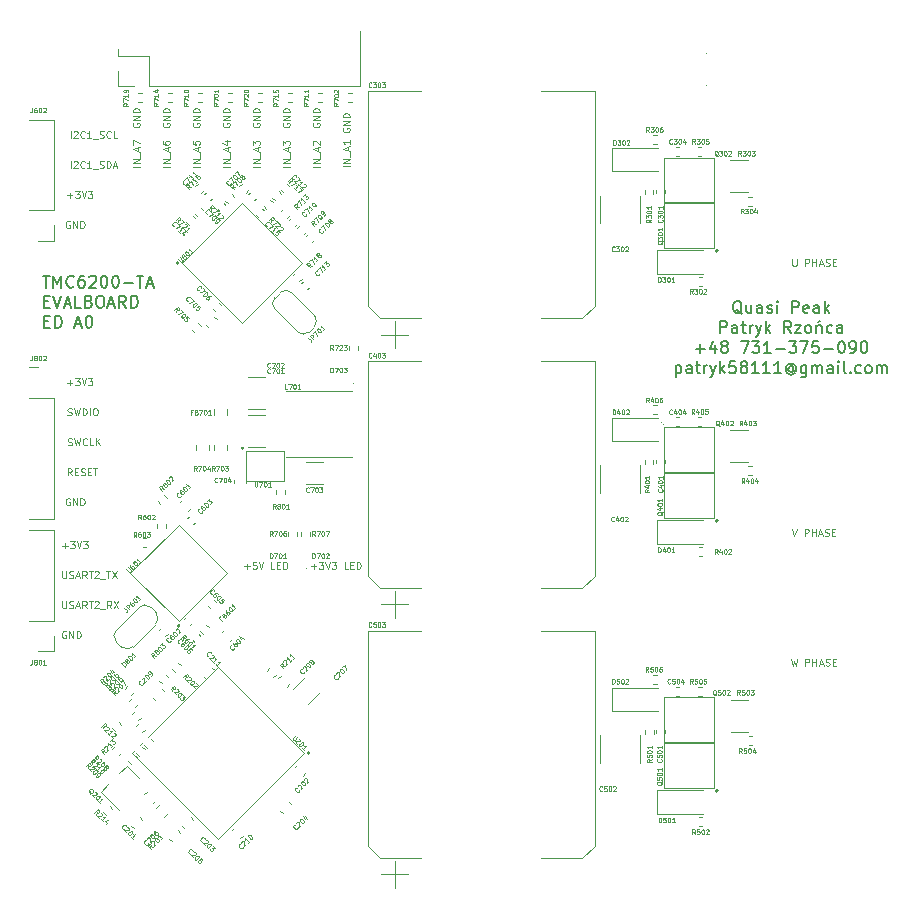
<source format=gto>
G04 #@! TF.GenerationSoftware,KiCad,Pcbnew,5.1.10-88a1d61d58~90~ubuntu20.04.1*
G04 #@! TF.CreationDate,2021-08-30T21:25:50+02:00*
G04 #@! TF.ProjectId,eval_board_tmc6200-ta,6576616c-5f62-46f6-9172-645f746d6336,rev?*
G04 #@! TF.SameCoordinates,Original*
G04 #@! TF.FileFunction,Legend,Top*
G04 #@! TF.FilePolarity,Positive*
%FSLAX46Y46*%
G04 Gerber Fmt 4.6, Leading zero omitted, Abs format (unit mm)*
G04 Created by KiCad (PCBNEW 5.1.10-88a1d61d58~90~ubuntu20.04.1) date 2021-08-30 21:25:50*
%MOMM*%
%LPD*%
G01*
G04 APERTURE LIST*
%ADD10C,0.080000*%
%ADD11C,0.200000*%
%ADD12C,0.120000*%
%ADD13C,0.100000*%
%ADD14C,0.050000*%
%ADD15C,2.000000*%
%ADD16C,0.010000*%
%ADD17C,5.400000*%
%ADD18C,3.100000*%
%ADD19R,1.200000X4.700000*%
%ADD20O,1.700000X1.700000*%
%ADD21R,1.700000X1.700000*%
%ADD22R,0.850000X0.300000*%
%ADD23R,0.950000X0.300000*%
%ADD24R,0.700000X0.420000*%
%ADD25R,0.900000X1.200000*%
G04 APERTURE END LIST*
D10*
X194185237Y-91876000D02*
X194128094Y-91847428D01*
X194042380Y-91847428D01*
X193956665Y-91876000D01*
X193899522Y-91933142D01*
X193870951Y-91990285D01*
X193842380Y-92104571D01*
X193842380Y-92190285D01*
X193870951Y-92304571D01*
X193899522Y-92361714D01*
X193956665Y-92418857D01*
X194042380Y-92447428D01*
X194099522Y-92447428D01*
X194185237Y-92418857D01*
X194213808Y-92390285D01*
X194213808Y-92190285D01*
X194099522Y-92190285D01*
X194470951Y-92447428D02*
X194470951Y-91847428D01*
X194813808Y-92447428D01*
X194813808Y-91847428D01*
X195099522Y-92447428D02*
X195099522Y-91847428D01*
X195242380Y-91847428D01*
X195328094Y-91876000D01*
X195385237Y-91933142D01*
X195413808Y-91990285D01*
X195442380Y-92104571D01*
X195442380Y-92190285D01*
X195413808Y-92304571D01*
X195385237Y-92361714D01*
X195328094Y-92418857D01*
X195242380Y-92447428D01*
X195099522Y-92447428D01*
X193870951Y-89307428D02*
X193870951Y-89793142D01*
X193899523Y-89850285D01*
X193928094Y-89878857D01*
X193985237Y-89907428D01*
X194099523Y-89907428D01*
X194156666Y-89878857D01*
X194185237Y-89850285D01*
X194213809Y-89793142D01*
X194213809Y-89307428D01*
X194470951Y-89878857D02*
X194556666Y-89907428D01*
X194699523Y-89907428D01*
X194756666Y-89878857D01*
X194785237Y-89850285D01*
X194813809Y-89793142D01*
X194813809Y-89736000D01*
X194785237Y-89678857D01*
X194756666Y-89650285D01*
X194699523Y-89621714D01*
X194585237Y-89593142D01*
X194528094Y-89564571D01*
X194499523Y-89536000D01*
X194470951Y-89478857D01*
X194470951Y-89421714D01*
X194499523Y-89364571D01*
X194528094Y-89336000D01*
X194585237Y-89307428D01*
X194728094Y-89307428D01*
X194813809Y-89336000D01*
X195042380Y-89736000D02*
X195328094Y-89736000D01*
X194985237Y-89907428D02*
X195185237Y-89307428D01*
X195385237Y-89907428D01*
X195928094Y-89907428D02*
X195728094Y-89621714D01*
X195585237Y-89907428D02*
X195585237Y-89307428D01*
X195813809Y-89307428D01*
X195870951Y-89336000D01*
X195899523Y-89364571D01*
X195928094Y-89421714D01*
X195928094Y-89507428D01*
X195899523Y-89564571D01*
X195870951Y-89593142D01*
X195813809Y-89621714D01*
X195585237Y-89621714D01*
X196099523Y-89307428D02*
X196442380Y-89307428D01*
X196270951Y-89907428D02*
X196270951Y-89307428D01*
X196613809Y-89364571D02*
X196642380Y-89336000D01*
X196699523Y-89307428D01*
X196842380Y-89307428D01*
X196899523Y-89336000D01*
X196928094Y-89364571D01*
X196956666Y-89421714D01*
X196956666Y-89478857D01*
X196928094Y-89564571D01*
X196585237Y-89907428D01*
X196956666Y-89907428D01*
X197070951Y-89964571D02*
X197528094Y-89964571D01*
X198013809Y-89907428D02*
X197813809Y-89621714D01*
X197670951Y-89907428D02*
X197670951Y-89307428D01*
X197899523Y-89307428D01*
X197956666Y-89336000D01*
X197985237Y-89364571D01*
X198013809Y-89421714D01*
X198013809Y-89507428D01*
X197985237Y-89564571D01*
X197956666Y-89593142D01*
X197899523Y-89621714D01*
X197670951Y-89621714D01*
X198213809Y-89307428D02*
X198613809Y-89907428D01*
X198613809Y-89307428D02*
X198213809Y-89907428D01*
X193870952Y-84598857D02*
X194328095Y-84598857D01*
X194099523Y-84827428D02*
X194099523Y-84370285D01*
X194556666Y-84227428D02*
X194928095Y-84227428D01*
X194728095Y-84456000D01*
X194813809Y-84456000D01*
X194870952Y-84484571D01*
X194899523Y-84513142D01*
X194928095Y-84570285D01*
X194928095Y-84713142D01*
X194899523Y-84770285D01*
X194870952Y-84798857D01*
X194813809Y-84827428D01*
X194642380Y-84827428D01*
X194585237Y-84798857D01*
X194556666Y-84770285D01*
X195099523Y-84227428D02*
X195299523Y-84827428D01*
X195499523Y-84227428D01*
X195642380Y-84227428D02*
X196013809Y-84227428D01*
X195813809Y-84456000D01*
X195899523Y-84456000D01*
X195956666Y-84484571D01*
X195985237Y-84513142D01*
X196013809Y-84570285D01*
X196013809Y-84713142D01*
X195985237Y-84770285D01*
X195956666Y-84798857D01*
X195899523Y-84827428D01*
X195728095Y-84827428D01*
X195670952Y-84798857D01*
X195642380Y-84770285D01*
X193870951Y-86767428D02*
X193870951Y-87253142D01*
X193899522Y-87310285D01*
X193928094Y-87338857D01*
X193985237Y-87367428D01*
X194099522Y-87367428D01*
X194156665Y-87338857D01*
X194185237Y-87310285D01*
X194213808Y-87253142D01*
X194213808Y-86767428D01*
X194470951Y-87338857D02*
X194556665Y-87367428D01*
X194699522Y-87367428D01*
X194756665Y-87338857D01*
X194785237Y-87310285D01*
X194813808Y-87253142D01*
X194813808Y-87196000D01*
X194785237Y-87138857D01*
X194756665Y-87110285D01*
X194699522Y-87081714D01*
X194585237Y-87053142D01*
X194528094Y-87024571D01*
X194499522Y-86996000D01*
X194470951Y-86938857D01*
X194470951Y-86881714D01*
X194499522Y-86824571D01*
X194528094Y-86796000D01*
X194585237Y-86767428D01*
X194728094Y-86767428D01*
X194813808Y-86796000D01*
X195042380Y-87196000D02*
X195328094Y-87196000D01*
X194985237Y-87367428D02*
X195185237Y-86767428D01*
X195385237Y-87367428D01*
X195928094Y-87367428D02*
X195728094Y-87081714D01*
X195585237Y-87367428D02*
X195585237Y-86767428D01*
X195813808Y-86767428D01*
X195870951Y-86796000D01*
X195899522Y-86824571D01*
X195928094Y-86881714D01*
X195928094Y-86967428D01*
X195899522Y-87024571D01*
X195870951Y-87053142D01*
X195813808Y-87081714D01*
X195585237Y-87081714D01*
X196099522Y-86767428D02*
X196442380Y-86767428D01*
X196270951Y-87367428D02*
X196270951Y-86767428D01*
X196613808Y-86824571D02*
X196642380Y-86796000D01*
X196699522Y-86767428D01*
X196842380Y-86767428D01*
X196899522Y-86796000D01*
X196928094Y-86824571D01*
X196956665Y-86881714D01*
X196956665Y-86938857D01*
X196928094Y-87024571D01*
X196585237Y-87367428D01*
X196956665Y-87367428D01*
X197070951Y-87424571D02*
X197528094Y-87424571D01*
X197585237Y-86767428D02*
X197928094Y-86767428D01*
X197756665Y-87367428D02*
X197756665Y-86767428D01*
X198070951Y-86767428D02*
X198470951Y-87367428D01*
X198470951Y-86767428D02*
X198070951Y-87367428D01*
X194676190Y-78667428D02*
X194476190Y-78381714D01*
X194333333Y-78667428D02*
X194333333Y-78067428D01*
X194561904Y-78067428D01*
X194619047Y-78096000D01*
X194647619Y-78124571D01*
X194676190Y-78181714D01*
X194676190Y-78267428D01*
X194647619Y-78324571D01*
X194619047Y-78353142D01*
X194561904Y-78381714D01*
X194333333Y-78381714D01*
X194933333Y-78353142D02*
X195133333Y-78353142D01*
X195219047Y-78667428D02*
X194933333Y-78667428D01*
X194933333Y-78067428D01*
X195219047Y-78067428D01*
X195447619Y-78638857D02*
X195533333Y-78667428D01*
X195676190Y-78667428D01*
X195733333Y-78638857D01*
X195761904Y-78610285D01*
X195790476Y-78553142D01*
X195790476Y-78496000D01*
X195761904Y-78438857D01*
X195733333Y-78410285D01*
X195676190Y-78381714D01*
X195561904Y-78353142D01*
X195504761Y-78324571D01*
X195476190Y-78296000D01*
X195447619Y-78238857D01*
X195447619Y-78181714D01*
X195476190Y-78124571D01*
X195504761Y-78096000D01*
X195561904Y-78067428D01*
X195704761Y-78067428D01*
X195790476Y-78096000D01*
X196047619Y-78353142D02*
X196247619Y-78353142D01*
X196333333Y-78667428D02*
X196047619Y-78667428D01*
X196047619Y-78067428D01*
X196333333Y-78067428D01*
X196504761Y-78067428D02*
X196847619Y-78067428D01*
X196676190Y-78667428D02*
X196676190Y-78067428D01*
X194499999Y-80636000D02*
X194442856Y-80607428D01*
X194357142Y-80607428D01*
X194271427Y-80636000D01*
X194214284Y-80693142D01*
X194185713Y-80750285D01*
X194157142Y-80864571D01*
X194157142Y-80950285D01*
X194185713Y-81064571D01*
X194214284Y-81121714D01*
X194271427Y-81178857D01*
X194357142Y-81207428D01*
X194414284Y-81207428D01*
X194499999Y-81178857D01*
X194528570Y-81150285D01*
X194528570Y-80950285D01*
X194414284Y-80950285D01*
X194785713Y-81207428D02*
X194785713Y-80607428D01*
X195128570Y-81207428D01*
X195128570Y-80607428D01*
X195414284Y-81207428D02*
X195414284Y-80607428D01*
X195557142Y-80607428D01*
X195642856Y-80636000D01*
X195699999Y-80693142D01*
X195728570Y-80750285D01*
X195757142Y-80864571D01*
X195757142Y-80950285D01*
X195728570Y-81064571D01*
X195699999Y-81121714D01*
X195642856Y-81178857D01*
X195557142Y-81207428D01*
X195414284Y-81207428D01*
X194314285Y-73558857D02*
X194399999Y-73587428D01*
X194542856Y-73587428D01*
X194599999Y-73558857D01*
X194628571Y-73530285D01*
X194657142Y-73473142D01*
X194657142Y-73416000D01*
X194628571Y-73358857D01*
X194599999Y-73330285D01*
X194542856Y-73301714D01*
X194428571Y-73273142D01*
X194371428Y-73244571D01*
X194342856Y-73216000D01*
X194314285Y-73158857D01*
X194314285Y-73101714D01*
X194342856Y-73044571D01*
X194371428Y-73016000D01*
X194428571Y-72987428D01*
X194571428Y-72987428D01*
X194657142Y-73016000D01*
X194857142Y-72987428D02*
X194999999Y-73587428D01*
X195114285Y-73158857D01*
X195228571Y-73587428D01*
X195371428Y-72987428D01*
X195599999Y-73587428D02*
X195599999Y-72987428D01*
X195742856Y-72987428D01*
X195828571Y-73016000D01*
X195885714Y-73073142D01*
X195914285Y-73130285D01*
X195942856Y-73244571D01*
X195942856Y-73330285D01*
X195914285Y-73444571D01*
X195885714Y-73501714D01*
X195828571Y-73558857D01*
X195742856Y-73587428D01*
X195599999Y-73587428D01*
X196199999Y-73587428D02*
X196199999Y-72987428D01*
X196599999Y-72987428D02*
X196714285Y-72987428D01*
X196771428Y-73016000D01*
X196828571Y-73073142D01*
X196857142Y-73187428D01*
X196857142Y-73387428D01*
X196828571Y-73501714D01*
X196771428Y-73558857D01*
X196714285Y-73587428D01*
X196599999Y-73587428D01*
X196542856Y-73558857D01*
X196485714Y-73501714D01*
X196457142Y-73387428D01*
X196457142Y-73187428D01*
X196485714Y-73073142D01*
X196542856Y-73016000D01*
X196599999Y-72987428D01*
X194280952Y-70818857D02*
X194738095Y-70818857D01*
X194509523Y-71047428D02*
X194509523Y-70590285D01*
X194966666Y-70447428D02*
X195338095Y-70447428D01*
X195138095Y-70676000D01*
X195223809Y-70676000D01*
X195280952Y-70704571D01*
X195309523Y-70733142D01*
X195338095Y-70790285D01*
X195338095Y-70933142D01*
X195309523Y-70990285D01*
X195280952Y-71018857D01*
X195223809Y-71047428D01*
X195052380Y-71047428D01*
X194995237Y-71018857D01*
X194966666Y-70990285D01*
X195509523Y-70447428D02*
X195709523Y-71047428D01*
X195909523Y-70447428D01*
X196052380Y-70447428D02*
X196423809Y-70447428D01*
X196223809Y-70676000D01*
X196309523Y-70676000D01*
X196366666Y-70704571D01*
X196395237Y-70733142D01*
X196423809Y-70790285D01*
X196423809Y-70933142D01*
X196395237Y-70990285D01*
X196366666Y-71018857D01*
X196309523Y-71047428D01*
X196138095Y-71047428D01*
X196080952Y-71018857D01*
X196052380Y-70990285D01*
X194342857Y-76098857D02*
X194428571Y-76127428D01*
X194571428Y-76127428D01*
X194628571Y-76098857D01*
X194657142Y-76070285D01*
X194685714Y-76013142D01*
X194685714Y-75956000D01*
X194657142Y-75898857D01*
X194628571Y-75870285D01*
X194571428Y-75841714D01*
X194457142Y-75813142D01*
X194400000Y-75784571D01*
X194371428Y-75756000D01*
X194342857Y-75698857D01*
X194342857Y-75641714D01*
X194371428Y-75584571D01*
X194400000Y-75556000D01*
X194457142Y-75527428D01*
X194600000Y-75527428D01*
X194685714Y-75556000D01*
X194885714Y-75527428D02*
X195028571Y-76127428D01*
X195142857Y-75698857D01*
X195257142Y-76127428D01*
X195400000Y-75527428D01*
X195971428Y-76070285D02*
X195942857Y-76098857D01*
X195857142Y-76127428D01*
X195800000Y-76127428D01*
X195714285Y-76098857D01*
X195657142Y-76041714D01*
X195628571Y-75984571D01*
X195600000Y-75870285D01*
X195600000Y-75784571D01*
X195628571Y-75670285D01*
X195657142Y-75613142D01*
X195714285Y-75556000D01*
X195800000Y-75527428D01*
X195857142Y-75527428D01*
X195942857Y-75556000D01*
X195971428Y-75584571D01*
X196514285Y-76127428D02*
X196228571Y-76127428D01*
X196228571Y-75527428D01*
X196714285Y-76127428D02*
X196714285Y-75527428D01*
X197057142Y-76127428D02*
X196800000Y-75784571D01*
X197057142Y-75527428D02*
X196714285Y-75870285D01*
X194499999Y-57151000D02*
X194442856Y-57122428D01*
X194357142Y-57122428D01*
X194271427Y-57151000D01*
X194214284Y-57208142D01*
X194185713Y-57265285D01*
X194157142Y-57379571D01*
X194157142Y-57465285D01*
X194185713Y-57579571D01*
X194214284Y-57636714D01*
X194271427Y-57693857D01*
X194357142Y-57722428D01*
X194414284Y-57722428D01*
X194499999Y-57693857D01*
X194528570Y-57665285D01*
X194528570Y-57465285D01*
X194414284Y-57465285D01*
X194785713Y-57722428D02*
X194785713Y-57122428D01*
X195128570Y-57722428D01*
X195128570Y-57122428D01*
X195414284Y-57722428D02*
X195414284Y-57122428D01*
X195557142Y-57122428D01*
X195642856Y-57151000D01*
X195699999Y-57208142D01*
X195728570Y-57265285D01*
X195757142Y-57379571D01*
X195757142Y-57465285D01*
X195728570Y-57579571D01*
X195699999Y-57636714D01*
X195642856Y-57693857D01*
X195557142Y-57722428D01*
X195414284Y-57722428D01*
X194280952Y-54953857D02*
X194738095Y-54953857D01*
X194509523Y-55182428D02*
X194509523Y-54725285D01*
X194966666Y-54582428D02*
X195338095Y-54582428D01*
X195138095Y-54811000D01*
X195223809Y-54811000D01*
X195280952Y-54839571D01*
X195309523Y-54868142D01*
X195338095Y-54925285D01*
X195338095Y-55068142D01*
X195309523Y-55125285D01*
X195280952Y-55153857D01*
X195223809Y-55182428D01*
X195052380Y-55182428D01*
X194995237Y-55153857D01*
X194966666Y-55125285D01*
X195509523Y-54582428D02*
X195709523Y-55182428D01*
X195909523Y-54582428D01*
X196052380Y-54582428D02*
X196423809Y-54582428D01*
X196223809Y-54811000D01*
X196309523Y-54811000D01*
X196366666Y-54839571D01*
X196395237Y-54868142D01*
X196423809Y-54925285D01*
X196423809Y-55068142D01*
X196395237Y-55125285D01*
X196366666Y-55153857D01*
X196309523Y-55182428D01*
X196138095Y-55182428D01*
X196080952Y-55153857D01*
X196052380Y-55125285D01*
X194576189Y-52642428D02*
X194576189Y-52042428D01*
X194833332Y-52099571D02*
X194861904Y-52071000D01*
X194919047Y-52042428D01*
X195061904Y-52042428D01*
X195119047Y-52071000D01*
X195147618Y-52099571D01*
X195176189Y-52156714D01*
X195176189Y-52213857D01*
X195147618Y-52299571D01*
X194804761Y-52642428D01*
X195176189Y-52642428D01*
X195776189Y-52585285D02*
X195747618Y-52613857D01*
X195661904Y-52642428D01*
X195604761Y-52642428D01*
X195519047Y-52613857D01*
X195461904Y-52556714D01*
X195433332Y-52499571D01*
X195404761Y-52385285D01*
X195404761Y-52299571D01*
X195433332Y-52185285D01*
X195461904Y-52128142D01*
X195519047Y-52071000D01*
X195604761Y-52042428D01*
X195661904Y-52042428D01*
X195747618Y-52071000D01*
X195776189Y-52099571D01*
X196347618Y-52642428D02*
X196004761Y-52642428D01*
X196176189Y-52642428D02*
X196176189Y-52042428D01*
X196119047Y-52128142D01*
X196061904Y-52185285D01*
X196004761Y-52213857D01*
X196461904Y-52699571D02*
X196919047Y-52699571D01*
X197033332Y-52613857D02*
X197119047Y-52642428D01*
X197261904Y-52642428D01*
X197319047Y-52613857D01*
X197347618Y-52585285D01*
X197376189Y-52528142D01*
X197376189Y-52471000D01*
X197347618Y-52413857D01*
X197319047Y-52385285D01*
X197261904Y-52356714D01*
X197147618Y-52328142D01*
X197090475Y-52299571D01*
X197061904Y-52271000D01*
X197033332Y-52213857D01*
X197033332Y-52156714D01*
X197061904Y-52099571D01*
X197090475Y-52071000D01*
X197147618Y-52042428D01*
X197290475Y-52042428D01*
X197376189Y-52071000D01*
X197633332Y-52642428D02*
X197633332Y-52042428D01*
X197776189Y-52042428D01*
X197861904Y-52071000D01*
X197919047Y-52128142D01*
X197947618Y-52185285D01*
X197976189Y-52299571D01*
X197976189Y-52385285D01*
X197947618Y-52499571D01*
X197919047Y-52556714D01*
X197861904Y-52613857D01*
X197776189Y-52642428D01*
X197633332Y-52642428D01*
X198204761Y-52471000D02*
X198490475Y-52471000D01*
X198147618Y-52642428D02*
X198347618Y-52042428D01*
X198547618Y-52642428D01*
X194571428Y-50102428D02*
X194571428Y-49502428D01*
X194828571Y-49559571D02*
X194857142Y-49531000D01*
X194914285Y-49502428D01*
X195057142Y-49502428D01*
X195114285Y-49531000D01*
X195142857Y-49559571D01*
X195171428Y-49616714D01*
X195171428Y-49673857D01*
X195142857Y-49759571D01*
X194800000Y-50102428D01*
X195171428Y-50102428D01*
X195771428Y-50045285D02*
X195742857Y-50073857D01*
X195657142Y-50102428D01*
X195600000Y-50102428D01*
X195514285Y-50073857D01*
X195457142Y-50016714D01*
X195428571Y-49959571D01*
X195400000Y-49845285D01*
X195400000Y-49759571D01*
X195428571Y-49645285D01*
X195457142Y-49588142D01*
X195514285Y-49531000D01*
X195600000Y-49502428D01*
X195657142Y-49502428D01*
X195742857Y-49531000D01*
X195771428Y-49559571D01*
X196342857Y-50102428D02*
X196000000Y-50102428D01*
X196171428Y-50102428D02*
X196171428Y-49502428D01*
X196114285Y-49588142D01*
X196057142Y-49645285D01*
X196000000Y-49673857D01*
X196457142Y-50159571D02*
X196914285Y-50159571D01*
X197028571Y-50073857D02*
X197114285Y-50102428D01*
X197257142Y-50102428D01*
X197314285Y-50073857D01*
X197342857Y-50045285D01*
X197371428Y-49988142D01*
X197371428Y-49931000D01*
X197342857Y-49873857D01*
X197314285Y-49845285D01*
X197257142Y-49816714D01*
X197142857Y-49788142D01*
X197085714Y-49759571D01*
X197057142Y-49731000D01*
X197028571Y-49673857D01*
X197028571Y-49616714D01*
X197057142Y-49559571D01*
X197085714Y-49531000D01*
X197142857Y-49502428D01*
X197285714Y-49502428D01*
X197371428Y-49531000D01*
X197971428Y-50045285D02*
X197942857Y-50073857D01*
X197857142Y-50102428D01*
X197800000Y-50102428D01*
X197714285Y-50073857D01*
X197657142Y-50016714D01*
X197628571Y-49959571D01*
X197600000Y-49845285D01*
X197600000Y-49759571D01*
X197628571Y-49645285D01*
X197657142Y-49588142D01*
X197714285Y-49531000D01*
X197800000Y-49502428D01*
X197857142Y-49502428D01*
X197942857Y-49531000D01*
X197971428Y-49559571D01*
X198514285Y-50102428D02*
X198228571Y-50102428D01*
X198228571Y-49502428D01*
X218211428Y-52488095D02*
X217611428Y-52488095D01*
X218211428Y-52202381D02*
X217611428Y-52202381D01*
X218211428Y-51859524D01*
X217611428Y-51859524D01*
X218268571Y-51716666D02*
X218268571Y-51259524D01*
X218040000Y-51145238D02*
X218040000Y-50859524D01*
X218211428Y-51202381D02*
X217611428Y-51002381D01*
X218211428Y-50802381D01*
X218211428Y-50288095D02*
X218211428Y-50630952D01*
X218211428Y-50459524D02*
X217611428Y-50459524D01*
X217697142Y-50516666D01*
X217754285Y-50573809D01*
X217782857Y-50630952D01*
X217640000Y-49259524D02*
X217611428Y-49316666D01*
X217611428Y-49402381D01*
X217640000Y-49488095D01*
X217697142Y-49545238D01*
X217754285Y-49573809D01*
X217868571Y-49602381D01*
X217954285Y-49602381D01*
X218068571Y-49573809D01*
X218125714Y-49545238D01*
X218182857Y-49488095D01*
X218211428Y-49402381D01*
X218211428Y-49345238D01*
X218182857Y-49259524D01*
X218154285Y-49230952D01*
X217954285Y-49230952D01*
X217954285Y-49345238D01*
X218211428Y-48973809D02*
X217611428Y-48973809D01*
X218211428Y-48630952D01*
X217611428Y-48630952D01*
X218211428Y-48345238D02*
X217611428Y-48345238D01*
X217611428Y-48202381D01*
X217640000Y-48116666D01*
X217697142Y-48059524D01*
X217754285Y-48030952D01*
X217868571Y-48002381D01*
X217954285Y-48002381D01*
X218068571Y-48030952D01*
X218125714Y-48059524D01*
X218182857Y-48116666D01*
X218211428Y-48202381D01*
X218211428Y-48345238D01*
X215671428Y-52526190D02*
X215071428Y-52526190D01*
X215671428Y-52240476D02*
X215071428Y-52240476D01*
X215671428Y-51897619D01*
X215071428Y-51897619D01*
X215728571Y-51754762D02*
X215728571Y-51297619D01*
X215500000Y-51183333D02*
X215500000Y-50897619D01*
X215671428Y-51240476D02*
X215071428Y-51040476D01*
X215671428Y-50840476D01*
X215128571Y-50669048D02*
X215100000Y-50640476D01*
X215071428Y-50583333D01*
X215071428Y-50440476D01*
X215100000Y-50383333D01*
X215128571Y-50354762D01*
X215185714Y-50326190D01*
X215242857Y-50326190D01*
X215328571Y-50354762D01*
X215671428Y-50697619D01*
X215671428Y-50326190D01*
X215100000Y-48840476D02*
X215071428Y-48897619D01*
X215071428Y-48983333D01*
X215100000Y-49069048D01*
X215157142Y-49126190D01*
X215214285Y-49154762D01*
X215328571Y-49183333D01*
X215414285Y-49183333D01*
X215528571Y-49154762D01*
X215585714Y-49126190D01*
X215642857Y-49069048D01*
X215671428Y-48983333D01*
X215671428Y-48926190D01*
X215642857Y-48840476D01*
X215614285Y-48811905D01*
X215414285Y-48811905D01*
X215414285Y-48926190D01*
X215671428Y-48554762D02*
X215071428Y-48554762D01*
X215671428Y-48211905D01*
X215071428Y-48211905D01*
X215671428Y-47926190D02*
X215071428Y-47926190D01*
X215071428Y-47783333D01*
X215100000Y-47697619D01*
X215157142Y-47640476D01*
X215214285Y-47611905D01*
X215328571Y-47583333D01*
X215414285Y-47583333D01*
X215528571Y-47611905D01*
X215585714Y-47640476D01*
X215642857Y-47697619D01*
X215671428Y-47783333D01*
X215671428Y-47926190D01*
X213131428Y-52526190D02*
X212531428Y-52526190D01*
X213131428Y-52240476D02*
X212531428Y-52240476D01*
X213131428Y-51897619D01*
X212531428Y-51897619D01*
X213188571Y-51754762D02*
X213188571Y-51297619D01*
X212960000Y-51183333D02*
X212960000Y-50897619D01*
X213131428Y-51240476D02*
X212531428Y-51040476D01*
X213131428Y-50840476D01*
X212531428Y-50697619D02*
X212531428Y-50326190D01*
X212760000Y-50526190D01*
X212760000Y-50440476D01*
X212788571Y-50383333D01*
X212817142Y-50354762D01*
X212874285Y-50326190D01*
X213017142Y-50326190D01*
X213074285Y-50354762D01*
X213102857Y-50383333D01*
X213131428Y-50440476D01*
X213131428Y-50611905D01*
X213102857Y-50669048D01*
X213074285Y-50697619D01*
X212560000Y-48840476D02*
X212531428Y-48897619D01*
X212531428Y-48983333D01*
X212560000Y-49069048D01*
X212617142Y-49126190D01*
X212674285Y-49154762D01*
X212788571Y-49183333D01*
X212874285Y-49183333D01*
X212988571Y-49154762D01*
X213045714Y-49126190D01*
X213102857Y-49069048D01*
X213131428Y-48983333D01*
X213131428Y-48926190D01*
X213102857Y-48840476D01*
X213074285Y-48811905D01*
X212874285Y-48811905D01*
X212874285Y-48926190D01*
X213131428Y-48554762D02*
X212531428Y-48554762D01*
X213131428Y-48211905D01*
X212531428Y-48211905D01*
X213131428Y-47926190D02*
X212531428Y-47926190D01*
X212531428Y-47783333D01*
X212560000Y-47697619D01*
X212617142Y-47640476D01*
X212674285Y-47611905D01*
X212788571Y-47583333D01*
X212874285Y-47583333D01*
X212988571Y-47611905D01*
X213045714Y-47640476D01*
X213102857Y-47697619D01*
X213131428Y-47783333D01*
X213131428Y-47926190D01*
X210591428Y-52526190D02*
X209991428Y-52526190D01*
X210591428Y-52240476D02*
X209991428Y-52240476D01*
X210591428Y-51897619D01*
X209991428Y-51897619D01*
X210648571Y-51754762D02*
X210648571Y-51297619D01*
X210420000Y-51183333D02*
X210420000Y-50897619D01*
X210591428Y-51240476D02*
X209991428Y-51040476D01*
X210591428Y-50840476D01*
X209991428Y-50697619D02*
X209991428Y-50326190D01*
X210220000Y-50526190D01*
X210220000Y-50440476D01*
X210248571Y-50383333D01*
X210277142Y-50354762D01*
X210334285Y-50326190D01*
X210477142Y-50326190D01*
X210534285Y-50354762D01*
X210562857Y-50383333D01*
X210591428Y-50440476D01*
X210591428Y-50611905D01*
X210562857Y-50669048D01*
X210534285Y-50697619D01*
X210020000Y-48840476D02*
X209991428Y-48897619D01*
X209991428Y-48983333D01*
X210020000Y-49069048D01*
X210077142Y-49126190D01*
X210134285Y-49154762D01*
X210248571Y-49183333D01*
X210334285Y-49183333D01*
X210448571Y-49154762D01*
X210505714Y-49126190D01*
X210562857Y-49069048D01*
X210591428Y-48983333D01*
X210591428Y-48926190D01*
X210562857Y-48840476D01*
X210534285Y-48811905D01*
X210334285Y-48811905D01*
X210334285Y-48926190D01*
X210591428Y-48554762D02*
X209991428Y-48554762D01*
X210591428Y-48211905D01*
X209991428Y-48211905D01*
X210591428Y-47926190D02*
X209991428Y-47926190D01*
X209991428Y-47783333D01*
X210020000Y-47697619D01*
X210077142Y-47640476D01*
X210134285Y-47611905D01*
X210248571Y-47583333D01*
X210334285Y-47583333D01*
X210448571Y-47611905D01*
X210505714Y-47640476D01*
X210562857Y-47697619D01*
X210591428Y-47783333D01*
X210591428Y-47926190D01*
X208051428Y-52526190D02*
X207451428Y-52526190D01*
X208051428Y-52240476D02*
X207451428Y-52240476D01*
X208051428Y-51897619D01*
X207451428Y-51897619D01*
X208108571Y-51754762D02*
X208108571Y-51297619D01*
X207880000Y-51183333D02*
X207880000Y-50897619D01*
X208051428Y-51240476D02*
X207451428Y-51040476D01*
X208051428Y-50840476D01*
X207651428Y-50383333D02*
X208051428Y-50383333D01*
X207422857Y-50526190D02*
X207851428Y-50669048D01*
X207851428Y-50297619D01*
X207480000Y-48840476D02*
X207451428Y-48897619D01*
X207451428Y-48983333D01*
X207480000Y-49069048D01*
X207537142Y-49126190D01*
X207594285Y-49154762D01*
X207708571Y-49183333D01*
X207794285Y-49183333D01*
X207908571Y-49154762D01*
X207965714Y-49126190D01*
X208022857Y-49069048D01*
X208051428Y-48983333D01*
X208051428Y-48926190D01*
X208022857Y-48840476D01*
X207994285Y-48811905D01*
X207794285Y-48811905D01*
X207794285Y-48926190D01*
X208051428Y-48554762D02*
X207451428Y-48554762D01*
X208051428Y-48211905D01*
X207451428Y-48211905D01*
X208051428Y-47926190D02*
X207451428Y-47926190D01*
X207451428Y-47783333D01*
X207480000Y-47697619D01*
X207537142Y-47640476D01*
X207594285Y-47611905D01*
X207708571Y-47583333D01*
X207794285Y-47583333D01*
X207908571Y-47611905D01*
X207965714Y-47640476D01*
X208022857Y-47697619D01*
X208051428Y-47783333D01*
X208051428Y-47926190D01*
X205511428Y-52526190D02*
X204911428Y-52526190D01*
X205511428Y-52240476D02*
X204911428Y-52240476D01*
X205511428Y-51897619D01*
X204911428Y-51897619D01*
X205568571Y-51754762D02*
X205568571Y-51297619D01*
X205340000Y-51183333D02*
X205340000Y-50897619D01*
X205511428Y-51240476D02*
X204911428Y-51040476D01*
X205511428Y-50840476D01*
X204911428Y-50354762D02*
X204911428Y-50640476D01*
X205197142Y-50669048D01*
X205168571Y-50640476D01*
X205140000Y-50583333D01*
X205140000Y-50440476D01*
X205168571Y-50383333D01*
X205197142Y-50354762D01*
X205254285Y-50326190D01*
X205397142Y-50326190D01*
X205454285Y-50354762D01*
X205482857Y-50383333D01*
X205511428Y-50440476D01*
X205511428Y-50583333D01*
X205482857Y-50640476D01*
X205454285Y-50669048D01*
X204940000Y-48840476D02*
X204911428Y-48897619D01*
X204911428Y-48983333D01*
X204940000Y-49069048D01*
X204997142Y-49126190D01*
X205054285Y-49154762D01*
X205168571Y-49183333D01*
X205254285Y-49183333D01*
X205368571Y-49154762D01*
X205425714Y-49126190D01*
X205482857Y-49069048D01*
X205511428Y-48983333D01*
X205511428Y-48926190D01*
X205482857Y-48840476D01*
X205454285Y-48811905D01*
X205254285Y-48811905D01*
X205254285Y-48926190D01*
X205511428Y-48554762D02*
X204911428Y-48554762D01*
X205511428Y-48211905D01*
X204911428Y-48211905D01*
X205511428Y-47926190D02*
X204911428Y-47926190D01*
X204911428Y-47783333D01*
X204940000Y-47697619D01*
X204997142Y-47640476D01*
X205054285Y-47611905D01*
X205168571Y-47583333D01*
X205254285Y-47583333D01*
X205368571Y-47611905D01*
X205425714Y-47640476D01*
X205482857Y-47697619D01*
X205511428Y-47783333D01*
X205511428Y-47926190D01*
X202971428Y-52526190D02*
X202371428Y-52526190D01*
X202971428Y-52240476D02*
X202371428Y-52240476D01*
X202971428Y-51897619D01*
X202371428Y-51897619D01*
X203028571Y-51754762D02*
X203028571Y-51297619D01*
X202800000Y-51183333D02*
X202800000Y-50897619D01*
X202971428Y-51240476D02*
X202371428Y-51040476D01*
X202971428Y-50840476D01*
X202371428Y-50383333D02*
X202371428Y-50497619D01*
X202400000Y-50554762D01*
X202428571Y-50583333D01*
X202514285Y-50640476D01*
X202628571Y-50669048D01*
X202857142Y-50669048D01*
X202914285Y-50640476D01*
X202942857Y-50611905D01*
X202971428Y-50554762D01*
X202971428Y-50440476D01*
X202942857Y-50383333D01*
X202914285Y-50354762D01*
X202857142Y-50326190D01*
X202714285Y-50326190D01*
X202657142Y-50354762D01*
X202628571Y-50383333D01*
X202600000Y-50440476D01*
X202600000Y-50554762D01*
X202628571Y-50611905D01*
X202657142Y-50640476D01*
X202714285Y-50669048D01*
X202400000Y-48840476D02*
X202371428Y-48897619D01*
X202371428Y-48983333D01*
X202400000Y-49069048D01*
X202457142Y-49126190D01*
X202514285Y-49154762D01*
X202628571Y-49183333D01*
X202714285Y-49183333D01*
X202828571Y-49154762D01*
X202885714Y-49126190D01*
X202942857Y-49069048D01*
X202971428Y-48983333D01*
X202971428Y-48926190D01*
X202942857Y-48840476D01*
X202914285Y-48811905D01*
X202714285Y-48811905D01*
X202714285Y-48926190D01*
X202971428Y-48554762D02*
X202371428Y-48554762D01*
X202971428Y-48211905D01*
X202371428Y-48211905D01*
X202971428Y-47926190D02*
X202371428Y-47926190D01*
X202371428Y-47783333D01*
X202400000Y-47697619D01*
X202457142Y-47640476D01*
X202514285Y-47611905D01*
X202628571Y-47583333D01*
X202714285Y-47583333D01*
X202828571Y-47611905D01*
X202885714Y-47640476D01*
X202942857Y-47697619D01*
X202971428Y-47783333D01*
X202971428Y-47926190D01*
X200431428Y-52526190D02*
X199831428Y-52526190D01*
X200431428Y-52240476D02*
X199831428Y-52240476D01*
X200431428Y-51897619D01*
X199831428Y-51897619D01*
X200488571Y-51754762D02*
X200488571Y-51297619D01*
X200260000Y-51183333D02*
X200260000Y-50897619D01*
X200431428Y-51240476D02*
X199831428Y-51040476D01*
X200431428Y-50840476D01*
X199831428Y-50697619D02*
X199831428Y-50297619D01*
X200431428Y-50554762D01*
X199860000Y-48840476D02*
X199831428Y-48897619D01*
X199831428Y-48983333D01*
X199860000Y-49069048D01*
X199917142Y-49126190D01*
X199974285Y-49154762D01*
X200088571Y-49183333D01*
X200174285Y-49183333D01*
X200288571Y-49154762D01*
X200345714Y-49126190D01*
X200402857Y-49069048D01*
X200431428Y-48983333D01*
X200431428Y-48926190D01*
X200402857Y-48840476D01*
X200374285Y-48811905D01*
X200174285Y-48811905D01*
X200174285Y-48926190D01*
X200431428Y-48554762D02*
X199831428Y-48554762D01*
X200431428Y-48211905D01*
X199831428Y-48211905D01*
X200431428Y-47926190D02*
X199831428Y-47926190D01*
X199831428Y-47783333D01*
X199860000Y-47697619D01*
X199917142Y-47640476D01*
X199974285Y-47611905D01*
X200088571Y-47583333D01*
X200174285Y-47583333D01*
X200288571Y-47611905D01*
X200345714Y-47640476D01*
X200402857Y-47697619D01*
X200431428Y-47783333D01*
X200431428Y-47926190D01*
D11*
X251416666Y-64997619D02*
X251321428Y-64950000D01*
X251226190Y-64854761D01*
X251083333Y-64711904D01*
X250988095Y-64664285D01*
X250892857Y-64664285D01*
X250940476Y-64902380D02*
X250845238Y-64854761D01*
X250750000Y-64759523D01*
X250702380Y-64569047D01*
X250702380Y-64235714D01*
X250750000Y-64045238D01*
X250845238Y-63950000D01*
X250940476Y-63902380D01*
X251130952Y-63902380D01*
X251226190Y-63950000D01*
X251321428Y-64045238D01*
X251369047Y-64235714D01*
X251369047Y-64569047D01*
X251321428Y-64759523D01*
X251226190Y-64854761D01*
X251130952Y-64902380D01*
X250940476Y-64902380D01*
X252226190Y-64235714D02*
X252226190Y-64902380D01*
X251797619Y-64235714D02*
X251797619Y-64759523D01*
X251845238Y-64854761D01*
X251940476Y-64902380D01*
X252083333Y-64902380D01*
X252178571Y-64854761D01*
X252226190Y-64807142D01*
X253130952Y-64902380D02*
X253130952Y-64378571D01*
X253083333Y-64283333D01*
X252988095Y-64235714D01*
X252797619Y-64235714D01*
X252702380Y-64283333D01*
X253130952Y-64854761D02*
X253035714Y-64902380D01*
X252797619Y-64902380D01*
X252702380Y-64854761D01*
X252654761Y-64759523D01*
X252654761Y-64664285D01*
X252702380Y-64569047D01*
X252797619Y-64521428D01*
X253035714Y-64521428D01*
X253130952Y-64473809D01*
X253559523Y-64854761D02*
X253654761Y-64902380D01*
X253845238Y-64902380D01*
X253940476Y-64854761D01*
X253988095Y-64759523D01*
X253988095Y-64711904D01*
X253940476Y-64616666D01*
X253845238Y-64569047D01*
X253702380Y-64569047D01*
X253607142Y-64521428D01*
X253559523Y-64426190D01*
X253559523Y-64378571D01*
X253607142Y-64283333D01*
X253702380Y-64235714D01*
X253845238Y-64235714D01*
X253940476Y-64283333D01*
X254416666Y-64902380D02*
X254416666Y-64235714D01*
X254416666Y-63902380D02*
X254369047Y-63950000D01*
X254416666Y-63997619D01*
X254464285Y-63950000D01*
X254416666Y-63902380D01*
X254416666Y-63997619D01*
X255654761Y-64902380D02*
X255654761Y-63902380D01*
X256035714Y-63902380D01*
X256130952Y-63950000D01*
X256178571Y-63997619D01*
X256226190Y-64092857D01*
X256226190Y-64235714D01*
X256178571Y-64330952D01*
X256130952Y-64378571D01*
X256035714Y-64426190D01*
X255654761Y-64426190D01*
X257035714Y-64854761D02*
X256940476Y-64902380D01*
X256750000Y-64902380D01*
X256654761Y-64854761D01*
X256607142Y-64759523D01*
X256607142Y-64378571D01*
X256654761Y-64283333D01*
X256750000Y-64235714D01*
X256940476Y-64235714D01*
X257035714Y-64283333D01*
X257083333Y-64378571D01*
X257083333Y-64473809D01*
X256607142Y-64569047D01*
X257940476Y-64902380D02*
X257940476Y-64378571D01*
X257892857Y-64283333D01*
X257797619Y-64235714D01*
X257607142Y-64235714D01*
X257511904Y-64283333D01*
X257940476Y-64854761D02*
X257845238Y-64902380D01*
X257607142Y-64902380D01*
X257511904Y-64854761D01*
X257464285Y-64759523D01*
X257464285Y-64664285D01*
X257511904Y-64569047D01*
X257607142Y-64521428D01*
X257845238Y-64521428D01*
X257940476Y-64473809D01*
X258416666Y-64902380D02*
X258416666Y-63902380D01*
X258511904Y-64521428D02*
X258797619Y-64902380D01*
X258797619Y-64235714D02*
X258416666Y-64616666D01*
X249583333Y-66602380D02*
X249583333Y-65602380D01*
X249964285Y-65602380D01*
X250059523Y-65650000D01*
X250107142Y-65697619D01*
X250154761Y-65792857D01*
X250154761Y-65935714D01*
X250107142Y-66030952D01*
X250059523Y-66078571D01*
X249964285Y-66126190D01*
X249583333Y-66126190D01*
X251011904Y-66602380D02*
X251011904Y-66078571D01*
X250964285Y-65983333D01*
X250869047Y-65935714D01*
X250678571Y-65935714D01*
X250583333Y-65983333D01*
X251011904Y-66554761D02*
X250916666Y-66602380D01*
X250678571Y-66602380D01*
X250583333Y-66554761D01*
X250535714Y-66459523D01*
X250535714Y-66364285D01*
X250583333Y-66269047D01*
X250678571Y-66221428D01*
X250916666Y-66221428D01*
X251011904Y-66173809D01*
X251345238Y-65935714D02*
X251726190Y-65935714D01*
X251488095Y-65602380D02*
X251488095Y-66459523D01*
X251535714Y-66554761D01*
X251630952Y-66602380D01*
X251726190Y-66602380D01*
X252059523Y-66602380D02*
X252059523Y-65935714D01*
X252059523Y-66126190D02*
X252107142Y-66030952D01*
X252154761Y-65983333D01*
X252250000Y-65935714D01*
X252345238Y-65935714D01*
X252583333Y-65935714D02*
X252821428Y-66602380D01*
X253059523Y-65935714D02*
X252821428Y-66602380D01*
X252726190Y-66840476D01*
X252678571Y-66888095D01*
X252583333Y-66935714D01*
X253440476Y-66602380D02*
X253440476Y-65602380D01*
X253535714Y-66221428D02*
X253821428Y-66602380D01*
X253821428Y-65935714D02*
X253440476Y-66316666D01*
X255583333Y-66602380D02*
X255250000Y-66126190D01*
X255011904Y-66602380D02*
X255011904Y-65602380D01*
X255392857Y-65602380D01*
X255488095Y-65650000D01*
X255535714Y-65697619D01*
X255583333Y-65792857D01*
X255583333Y-65935714D01*
X255535714Y-66030952D01*
X255488095Y-66078571D01*
X255392857Y-66126190D01*
X255011904Y-66126190D01*
X255916666Y-65935714D02*
X256440476Y-65935714D01*
X255916666Y-66602380D01*
X256440476Y-66602380D01*
X256964285Y-66602380D02*
X256869047Y-66554761D01*
X256821428Y-66507142D01*
X256773809Y-66411904D01*
X256773809Y-66126190D01*
X256821428Y-66030952D01*
X256869047Y-65983333D01*
X256964285Y-65935714D01*
X257107142Y-65935714D01*
X257202380Y-65983333D01*
X257250000Y-66030952D01*
X257297619Y-66126190D01*
X257297619Y-66411904D01*
X257250000Y-66507142D01*
X257202380Y-66554761D01*
X257107142Y-66602380D01*
X256964285Y-66602380D01*
X257726190Y-65935714D02*
X257726190Y-66602380D01*
X257726190Y-66030952D02*
X257773809Y-65983333D01*
X257869047Y-65935714D01*
X258011904Y-65935714D01*
X258107142Y-65983333D01*
X258154761Y-66078571D01*
X258154761Y-66602380D01*
X258011904Y-65554761D02*
X257869047Y-65697619D01*
X259059523Y-66554761D02*
X258964285Y-66602380D01*
X258773809Y-66602380D01*
X258678571Y-66554761D01*
X258630952Y-66507142D01*
X258583333Y-66411904D01*
X258583333Y-66126190D01*
X258630952Y-66030952D01*
X258678571Y-65983333D01*
X258773809Y-65935714D01*
X258964285Y-65935714D01*
X259059523Y-65983333D01*
X259916666Y-66602380D02*
X259916666Y-66078571D01*
X259869047Y-65983333D01*
X259773809Y-65935714D01*
X259583333Y-65935714D01*
X259488095Y-65983333D01*
X259916666Y-66554761D02*
X259821428Y-66602380D01*
X259583333Y-66602380D01*
X259488095Y-66554761D01*
X259440476Y-66459523D01*
X259440476Y-66364285D01*
X259488095Y-66269047D01*
X259583333Y-66221428D01*
X259821428Y-66221428D01*
X259916666Y-66173809D01*
X247511904Y-67921428D02*
X248273809Y-67921428D01*
X247892857Y-68302380D02*
X247892857Y-67540476D01*
X249178571Y-67635714D02*
X249178571Y-68302380D01*
X248940476Y-67254761D02*
X248702380Y-67969047D01*
X249321428Y-67969047D01*
X249845238Y-67730952D02*
X249750000Y-67683333D01*
X249702380Y-67635714D01*
X249654761Y-67540476D01*
X249654761Y-67492857D01*
X249702380Y-67397619D01*
X249750000Y-67350000D01*
X249845238Y-67302380D01*
X250035714Y-67302380D01*
X250130952Y-67350000D01*
X250178571Y-67397619D01*
X250226190Y-67492857D01*
X250226190Y-67540476D01*
X250178571Y-67635714D01*
X250130952Y-67683333D01*
X250035714Y-67730952D01*
X249845238Y-67730952D01*
X249750000Y-67778571D01*
X249702380Y-67826190D01*
X249654761Y-67921428D01*
X249654761Y-68111904D01*
X249702380Y-68207142D01*
X249750000Y-68254761D01*
X249845238Y-68302380D01*
X250035714Y-68302380D01*
X250130952Y-68254761D01*
X250178571Y-68207142D01*
X250226190Y-68111904D01*
X250226190Y-67921428D01*
X250178571Y-67826190D01*
X250130952Y-67778571D01*
X250035714Y-67730952D01*
X251321428Y-67302380D02*
X251988095Y-67302380D01*
X251559523Y-68302380D01*
X252273809Y-67302380D02*
X252892857Y-67302380D01*
X252559523Y-67683333D01*
X252702380Y-67683333D01*
X252797619Y-67730952D01*
X252845238Y-67778571D01*
X252892857Y-67873809D01*
X252892857Y-68111904D01*
X252845238Y-68207142D01*
X252797619Y-68254761D01*
X252702380Y-68302380D01*
X252416666Y-68302380D01*
X252321428Y-68254761D01*
X252273809Y-68207142D01*
X253845238Y-68302380D02*
X253273809Y-68302380D01*
X253559523Y-68302380D02*
X253559523Y-67302380D01*
X253464285Y-67445238D01*
X253369047Y-67540476D01*
X253273809Y-67588095D01*
X254273809Y-67921428D02*
X255035714Y-67921428D01*
X255416666Y-67302380D02*
X256035714Y-67302380D01*
X255702380Y-67683333D01*
X255845238Y-67683333D01*
X255940476Y-67730952D01*
X255988095Y-67778571D01*
X256035714Y-67873809D01*
X256035714Y-68111904D01*
X255988095Y-68207142D01*
X255940476Y-68254761D01*
X255845238Y-68302380D01*
X255559523Y-68302380D01*
X255464285Y-68254761D01*
X255416666Y-68207142D01*
X256369047Y-67302380D02*
X257035714Y-67302380D01*
X256607142Y-68302380D01*
X257892857Y-67302380D02*
X257416666Y-67302380D01*
X257369047Y-67778571D01*
X257416666Y-67730952D01*
X257511904Y-67683333D01*
X257750000Y-67683333D01*
X257845238Y-67730952D01*
X257892857Y-67778571D01*
X257940476Y-67873809D01*
X257940476Y-68111904D01*
X257892857Y-68207142D01*
X257845238Y-68254761D01*
X257750000Y-68302380D01*
X257511904Y-68302380D01*
X257416666Y-68254761D01*
X257369047Y-68207142D01*
X258369047Y-67921428D02*
X259130952Y-67921428D01*
X259797619Y-67302380D02*
X259892857Y-67302380D01*
X259988095Y-67350000D01*
X260035714Y-67397619D01*
X260083333Y-67492857D01*
X260130952Y-67683333D01*
X260130952Y-67921428D01*
X260083333Y-68111904D01*
X260035714Y-68207142D01*
X259988095Y-68254761D01*
X259892857Y-68302380D01*
X259797619Y-68302380D01*
X259702380Y-68254761D01*
X259654761Y-68207142D01*
X259607142Y-68111904D01*
X259559523Y-67921428D01*
X259559523Y-67683333D01*
X259607142Y-67492857D01*
X259654761Y-67397619D01*
X259702380Y-67350000D01*
X259797619Y-67302380D01*
X260607142Y-68302380D02*
X260797619Y-68302380D01*
X260892857Y-68254761D01*
X260940476Y-68207142D01*
X261035714Y-68064285D01*
X261083333Y-67873809D01*
X261083333Y-67492857D01*
X261035714Y-67397619D01*
X260988095Y-67350000D01*
X260892857Y-67302380D01*
X260702380Y-67302380D01*
X260607142Y-67350000D01*
X260559523Y-67397619D01*
X260511904Y-67492857D01*
X260511904Y-67730952D01*
X260559523Y-67826190D01*
X260607142Y-67873809D01*
X260702380Y-67921428D01*
X260892857Y-67921428D01*
X260988095Y-67873809D01*
X261035714Y-67826190D01*
X261083333Y-67730952D01*
X261702380Y-67302380D02*
X261797619Y-67302380D01*
X261892857Y-67350000D01*
X261940476Y-67397619D01*
X261988095Y-67492857D01*
X262035714Y-67683333D01*
X262035714Y-67921428D01*
X261988095Y-68111904D01*
X261940476Y-68207142D01*
X261892857Y-68254761D01*
X261797619Y-68302380D01*
X261702380Y-68302380D01*
X261607142Y-68254761D01*
X261559523Y-68207142D01*
X261511904Y-68111904D01*
X261464285Y-67921428D01*
X261464285Y-67683333D01*
X261511904Y-67492857D01*
X261559523Y-67397619D01*
X261607142Y-67350000D01*
X261702380Y-67302380D01*
X245821428Y-69335714D02*
X245821428Y-70335714D01*
X245821428Y-69383333D02*
X245916666Y-69335714D01*
X246107142Y-69335714D01*
X246202380Y-69383333D01*
X246250000Y-69430952D01*
X246297619Y-69526190D01*
X246297619Y-69811904D01*
X246250000Y-69907142D01*
X246202380Y-69954761D01*
X246107142Y-70002380D01*
X245916666Y-70002380D01*
X245821428Y-69954761D01*
X247154761Y-70002380D02*
X247154761Y-69478571D01*
X247107142Y-69383333D01*
X247011904Y-69335714D01*
X246821428Y-69335714D01*
X246726190Y-69383333D01*
X247154761Y-69954761D02*
X247059523Y-70002380D01*
X246821428Y-70002380D01*
X246726190Y-69954761D01*
X246678571Y-69859523D01*
X246678571Y-69764285D01*
X246726190Y-69669047D01*
X246821428Y-69621428D01*
X247059523Y-69621428D01*
X247154761Y-69573809D01*
X247488095Y-69335714D02*
X247869047Y-69335714D01*
X247630952Y-69002380D02*
X247630952Y-69859523D01*
X247678571Y-69954761D01*
X247773809Y-70002380D01*
X247869047Y-70002380D01*
X248202380Y-70002380D02*
X248202380Y-69335714D01*
X248202380Y-69526190D02*
X248250000Y-69430952D01*
X248297619Y-69383333D01*
X248392857Y-69335714D01*
X248488095Y-69335714D01*
X248726190Y-69335714D02*
X248964285Y-70002380D01*
X249202380Y-69335714D02*
X248964285Y-70002380D01*
X248869047Y-70240476D01*
X248821428Y-70288095D01*
X248726190Y-70335714D01*
X249583333Y-70002380D02*
X249583333Y-69002380D01*
X249678571Y-69621428D02*
X249964285Y-70002380D01*
X249964285Y-69335714D02*
X249583333Y-69716666D01*
X250869047Y-69002380D02*
X250392857Y-69002380D01*
X250345238Y-69478571D01*
X250392857Y-69430952D01*
X250488095Y-69383333D01*
X250726190Y-69383333D01*
X250821428Y-69430952D01*
X250869047Y-69478571D01*
X250916666Y-69573809D01*
X250916666Y-69811904D01*
X250869047Y-69907142D01*
X250821428Y-69954761D01*
X250726190Y-70002380D01*
X250488095Y-70002380D01*
X250392857Y-69954761D01*
X250345238Y-69907142D01*
X251488095Y-69430952D02*
X251392857Y-69383333D01*
X251345238Y-69335714D01*
X251297619Y-69240476D01*
X251297619Y-69192857D01*
X251345238Y-69097619D01*
X251392857Y-69050000D01*
X251488095Y-69002380D01*
X251678571Y-69002380D01*
X251773809Y-69050000D01*
X251821428Y-69097619D01*
X251869047Y-69192857D01*
X251869047Y-69240476D01*
X251821428Y-69335714D01*
X251773809Y-69383333D01*
X251678571Y-69430952D01*
X251488095Y-69430952D01*
X251392857Y-69478571D01*
X251345238Y-69526190D01*
X251297619Y-69621428D01*
X251297619Y-69811904D01*
X251345238Y-69907142D01*
X251392857Y-69954761D01*
X251488095Y-70002380D01*
X251678571Y-70002380D01*
X251773809Y-69954761D01*
X251821428Y-69907142D01*
X251869047Y-69811904D01*
X251869047Y-69621428D01*
X251821428Y-69526190D01*
X251773809Y-69478571D01*
X251678571Y-69430952D01*
X252821428Y-70002380D02*
X252250000Y-70002380D01*
X252535714Y-70002380D02*
X252535714Y-69002380D01*
X252440476Y-69145238D01*
X252345238Y-69240476D01*
X252250000Y-69288095D01*
X253773809Y-70002380D02*
X253202380Y-70002380D01*
X253488095Y-70002380D02*
X253488095Y-69002380D01*
X253392857Y-69145238D01*
X253297619Y-69240476D01*
X253202380Y-69288095D01*
X254726190Y-70002380D02*
X254154761Y-70002380D01*
X254440476Y-70002380D02*
X254440476Y-69002380D01*
X254345238Y-69145238D01*
X254250000Y-69240476D01*
X254154761Y-69288095D01*
X255773809Y-69526190D02*
X255726190Y-69478571D01*
X255630952Y-69430952D01*
X255535714Y-69430952D01*
X255440476Y-69478571D01*
X255392857Y-69526190D01*
X255345238Y-69621428D01*
X255345238Y-69716666D01*
X255392857Y-69811904D01*
X255440476Y-69859523D01*
X255535714Y-69907142D01*
X255630952Y-69907142D01*
X255726190Y-69859523D01*
X255773809Y-69811904D01*
X255773809Y-69430952D02*
X255773809Y-69811904D01*
X255821428Y-69859523D01*
X255869047Y-69859523D01*
X255964285Y-69811904D01*
X256011904Y-69716666D01*
X256011904Y-69478571D01*
X255916666Y-69335714D01*
X255773809Y-69240476D01*
X255583333Y-69192857D01*
X255392857Y-69240476D01*
X255250000Y-69335714D01*
X255154761Y-69478571D01*
X255107142Y-69669047D01*
X255154761Y-69859523D01*
X255250000Y-70002380D01*
X255392857Y-70097619D01*
X255583333Y-70145238D01*
X255773809Y-70097619D01*
X255916666Y-70002380D01*
X256869047Y-69335714D02*
X256869047Y-70145238D01*
X256821428Y-70240476D01*
X256773809Y-70288095D01*
X256678571Y-70335714D01*
X256535714Y-70335714D01*
X256440476Y-70288095D01*
X256869047Y-69954761D02*
X256773809Y-70002380D01*
X256583333Y-70002380D01*
X256488095Y-69954761D01*
X256440476Y-69907142D01*
X256392857Y-69811904D01*
X256392857Y-69526190D01*
X256440476Y-69430952D01*
X256488095Y-69383333D01*
X256583333Y-69335714D01*
X256773809Y-69335714D01*
X256869047Y-69383333D01*
X257345238Y-70002380D02*
X257345238Y-69335714D01*
X257345238Y-69430952D02*
X257392857Y-69383333D01*
X257488095Y-69335714D01*
X257630952Y-69335714D01*
X257726190Y-69383333D01*
X257773809Y-69478571D01*
X257773809Y-70002380D01*
X257773809Y-69478571D02*
X257821428Y-69383333D01*
X257916666Y-69335714D01*
X258059523Y-69335714D01*
X258154761Y-69383333D01*
X258202380Y-69478571D01*
X258202380Y-70002380D01*
X259107142Y-70002380D02*
X259107142Y-69478571D01*
X259059523Y-69383333D01*
X258964285Y-69335714D01*
X258773809Y-69335714D01*
X258678571Y-69383333D01*
X259107142Y-69954761D02*
X259011904Y-70002380D01*
X258773809Y-70002380D01*
X258678571Y-69954761D01*
X258630952Y-69859523D01*
X258630952Y-69764285D01*
X258678571Y-69669047D01*
X258773809Y-69621428D01*
X259011904Y-69621428D01*
X259107142Y-69573809D01*
X259583333Y-70002380D02*
X259583333Y-69335714D01*
X259583333Y-69002380D02*
X259535714Y-69050000D01*
X259583333Y-69097619D01*
X259630952Y-69050000D01*
X259583333Y-69002380D01*
X259583333Y-69097619D01*
X260202380Y-70002380D02*
X260107142Y-69954761D01*
X260059523Y-69859523D01*
X260059523Y-69002380D01*
X260583333Y-69907142D02*
X260630952Y-69954761D01*
X260583333Y-70002380D01*
X260535714Y-69954761D01*
X260583333Y-69907142D01*
X260583333Y-70002380D01*
X261488095Y-69954761D02*
X261392857Y-70002380D01*
X261202380Y-70002380D01*
X261107142Y-69954761D01*
X261059523Y-69907142D01*
X261011904Y-69811904D01*
X261011904Y-69526190D01*
X261059523Y-69430952D01*
X261107142Y-69383333D01*
X261202380Y-69335714D01*
X261392857Y-69335714D01*
X261488095Y-69383333D01*
X262059523Y-70002380D02*
X261964285Y-69954761D01*
X261916666Y-69907142D01*
X261869047Y-69811904D01*
X261869047Y-69526190D01*
X261916666Y-69430952D01*
X261964285Y-69383333D01*
X262059523Y-69335714D01*
X262202380Y-69335714D01*
X262297619Y-69383333D01*
X262345238Y-69430952D01*
X262392857Y-69526190D01*
X262392857Y-69811904D01*
X262345238Y-69907142D01*
X262297619Y-69954761D01*
X262202380Y-70002380D01*
X262059523Y-70002380D01*
X262821428Y-70002380D02*
X262821428Y-69335714D01*
X262821428Y-69430952D02*
X262869047Y-69383333D01*
X262964285Y-69335714D01*
X263107142Y-69335714D01*
X263202380Y-69383333D01*
X263250000Y-69478571D01*
X263250000Y-70002380D01*
X263250000Y-69478571D02*
X263297619Y-69383333D01*
X263392857Y-69335714D01*
X263535714Y-69335714D01*
X263630952Y-69383333D01*
X263678571Y-69478571D01*
X263678571Y-70002380D01*
D10*
X209269857Y-86367857D02*
X209727000Y-86367857D01*
X209498428Y-86596428D02*
X209498428Y-86139285D01*
X210298428Y-85996428D02*
X210012714Y-85996428D01*
X209984142Y-86282142D01*
X210012714Y-86253571D01*
X210069857Y-86225000D01*
X210212714Y-86225000D01*
X210269857Y-86253571D01*
X210298428Y-86282142D01*
X210327000Y-86339285D01*
X210327000Y-86482142D01*
X210298428Y-86539285D01*
X210269857Y-86567857D01*
X210212714Y-86596428D01*
X210069857Y-86596428D01*
X210012714Y-86567857D01*
X209984142Y-86539285D01*
X210498428Y-85996428D02*
X210698428Y-86596428D01*
X210898428Y-85996428D01*
X211841285Y-86596428D02*
X211555571Y-86596428D01*
X211555571Y-85996428D01*
X212041285Y-86282142D02*
X212241285Y-86282142D01*
X212327000Y-86596428D02*
X212041285Y-86596428D01*
X212041285Y-85996428D01*
X212327000Y-85996428D01*
X212584142Y-86596428D02*
X212584142Y-85996428D01*
X212727000Y-85996428D01*
X212812714Y-86025000D01*
X212869857Y-86082142D01*
X212898428Y-86139285D01*
X212927000Y-86253571D01*
X212927000Y-86339285D01*
X212898428Y-86453571D01*
X212869857Y-86510714D01*
X212812714Y-86567857D01*
X212727000Y-86596428D01*
X212584142Y-86596428D01*
X255585714Y-94171428D02*
X255728571Y-94771428D01*
X255842857Y-94342857D01*
X255957142Y-94771428D01*
X256100000Y-94171428D01*
X256785714Y-94771428D02*
X256785714Y-94171428D01*
X257014285Y-94171428D01*
X257071428Y-94200000D01*
X257100000Y-94228571D01*
X257128571Y-94285714D01*
X257128571Y-94371428D01*
X257100000Y-94428571D01*
X257071428Y-94457142D01*
X257014285Y-94485714D01*
X256785714Y-94485714D01*
X257385714Y-94771428D02*
X257385714Y-94171428D01*
X257385714Y-94457142D02*
X257728571Y-94457142D01*
X257728571Y-94771428D02*
X257728571Y-94171428D01*
X257985714Y-94600000D02*
X258271428Y-94600000D01*
X257928571Y-94771428D02*
X258128571Y-94171428D01*
X258328571Y-94771428D01*
X258500000Y-94742857D02*
X258585714Y-94771428D01*
X258728571Y-94771428D01*
X258785714Y-94742857D01*
X258814285Y-94714285D01*
X258842857Y-94657142D01*
X258842857Y-94600000D01*
X258814285Y-94542857D01*
X258785714Y-94514285D01*
X258728571Y-94485714D01*
X258614285Y-94457142D01*
X258557142Y-94428571D01*
X258528571Y-94400000D01*
X258500000Y-94342857D01*
X258500000Y-94285714D01*
X258528571Y-94228571D01*
X258557142Y-94200000D01*
X258614285Y-94171428D01*
X258757142Y-94171428D01*
X258842857Y-94200000D01*
X259100000Y-94457142D02*
X259300000Y-94457142D01*
X259385714Y-94771428D02*
X259100000Y-94771428D01*
X259100000Y-94171428D01*
X259385714Y-94171428D01*
X255667857Y-83196428D02*
X255867857Y-83796428D01*
X256067857Y-83196428D01*
X256725000Y-83796428D02*
X256725000Y-83196428D01*
X256953571Y-83196428D01*
X257010714Y-83225000D01*
X257039285Y-83253571D01*
X257067857Y-83310714D01*
X257067857Y-83396428D01*
X257039285Y-83453571D01*
X257010714Y-83482142D01*
X256953571Y-83510714D01*
X256725000Y-83510714D01*
X257325000Y-83796428D02*
X257325000Y-83196428D01*
X257325000Y-83482142D02*
X257667857Y-83482142D01*
X257667857Y-83796428D02*
X257667857Y-83196428D01*
X257925000Y-83625000D02*
X258210714Y-83625000D01*
X257867857Y-83796428D02*
X258067857Y-83196428D01*
X258267857Y-83796428D01*
X258439285Y-83767857D02*
X258525000Y-83796428D01*
X258667857Y-83796428D01*
X258725000Y-83767857D01*
X258753571Y-83739285D01*
X258782142Y-83682142D01*
X258782142Y-83625000D01*
X258753571Y-83567857D01*
X258725000Y-83539285D01*
X258667857Y-83510714D01*
X258553571Y-83482142D01*
X258496428Y-83453571D01*
X258467857Y-83425000D01*
X258439285Y-83367857D01*
X258439285Y-83310714D01*
X258467857Y-83253571D01*
X258496428Y-83225000D01*
X258553571Y-83196428D01*
X258696428Y-83196428D01*
X258782142Y-83225000D01*
X259039285Y-83482142D02*
X259239285Y-83482142D01*
X259325000Y-83796428D02*
X259039285Y-83796428D01*
X259039285Y-83196428D01*
X259325000Y-83196428D01*
X255696428Y-60321428D02*
X255696428Y-60807142D01*
X255725000Y-60864285D01*
X255753571Y-60892857D01*
X255810714Y-60921428D01*
X255925000Y-60921428D01*
X255982142Y-60892857D01*
X256010714Y-60864285D01*
X256039285Y-60807142D01*
X256039285Y-60321428D01*
X256782142Y-60921428D02*
X256782142Y-60321428D01*
X257010714Y-60321428D01*
X257067857Y-60350000D01*
X257096428Y-60378571D01*
X257125000Y-60435714D01*
X257125000Y-60521428D01*
X257096428Y-60578571D01*
X257067857Y-60607142D01*
X257010714Y-60635714D01*
X256782142Y-60635714D01*
X257382142Y-60921428D02*
X257382142Y-60321428D01*
X257382142Y-60607142D02*
X257725000Y-60607142D01*
X257725000Y-60921428D02*
X257725000Y-60321428D01*
X257982142Y-60750000D02*
X258267857Y-60750000D01*
X257925000Y-60921428D02*
X258125000Y-60321428D01*
X258325000Y-60921428D01*
X258496428Y-60892857D02*
X258582142Y-60921428D01*
X258725000Y-60921428D01*
X258782142Y-60892857D01*
X258810714Y-60864285D01*
X258839285Y-60807142D01*
X258839285Y-60750000D01*
X258810714Y-60692857D01*
X258782142Y-60664285D01*
X258725000Y-60635714D01*
X258610714Y-60607142D01*
X258553571Y-60578571D01*
X258525000Y-60550000D01*
X258496428Y-60492857D01*
X258496428Y-60435714D01*
X258525000Y-60378571D01*
X258553571Y-60350000D01*
X258610714Y-60321428D01*
X258753571Y-60321428D01*
X258839285Y-60350000D01*
X259096428Y-60607142D02*
X259296428Y-60607142D01*
X259382142Y-60921428D02*
X259096428Y-60921428D01*
X259096428Y-60321428D01*
X259382142Y-60321428D01*
X214919857Y-86367857D02*
X215377000Y-86367857D01*
X215148428Y-86596428D02*
X215148428Y-86139285D01*
X215605571Y-85996428D02*
X215977000Y-85996428D01*
X215777000Y-86225000D01*
X215862714Y-86225000D01*
X215919857Y-86253571D01*
X215948428Y-86282142D01*
X215977000Y-86339285D01*
X215977000Y-86482142D01*
X215948428Y-86539285D01*
X215919857Y-86567857D01*
X215862714Y-86596428D01*
X215691285Y-86596428D01*
X215634142Y-86567857D01*
X215605571Y-86539285D01*
X216148428Y-85996428D02*
X216348428Y-86596428D01*
X216548428Y-85996428D01*
X216691285Y-85996428D02*
X217062714Y-85996428D01*
X216862714Y-86225000D01*
X216948428Y-86225000D01*
X217005571Y-86253571D01*
X217034142Y-86282142D01*
X217062714Y-86339285D01*
X217062714Y-86482142D01*
X217034142Y-86539285D01*
X217005571Y-86567857D01*
X216948428Y-86596428D01*
X216777000Y-86596428D01*
X216719857Y-86567857D01*
X216691285Y-86539285D01*
X218062714Y-86596428D02*
X217777000Y-86596428D01*
X217777000Y-85996428D01*
X218262714Y-86282142D02*
X218462714Y-86282142D01*
X218548428Y-86596428D02*
X218262714Y-86596428D01*
X218262714Y-85996428D01*
X218548428Y-85996428D01*
X218805571Y-86596428D02*
X218805571Y-85996428D01*
X218948428Y-85996428D01*
X219034142Y-86025000D01*
X219091285Y-86082142D01*
X219119857Y-86139285D01*
X219148428Y-86253571D01*
X219148428Y-86339285D01*
X219119857Y-86453571D01*
X219091285Y-86510714D01*
X219034142Y-86567857D01*
X218948428Y-86596428D01*
X218805571Y-86596428D01*
D11*
X192225238Y-61752380D02*
X192796666Y-61752380D01*
X192510952Y-62752380D02*
X192510952Y-61752380D01*
X193130000Y-62752380D02*
X193130000Y-61752380D01*
X193463333Y-62466666D01*
X193796666Y-61752380D01*
X193796666Y-62752380D01*
X194844285Y-62657142D02*
X194796666Y-62704761D01*
X194653809Y-62752380D01*
X194558571Y-62752380D01*
X194415714Y-62704761D01*
X194320476Y-62609523D01*
X194272857Y-62514285D01*
X194225238Y-62323809D01*
X194225238Y-62180952D01*
X194272857Y-61990476D01*
X194320476Y-61895238D01*
X194415714Y-61800000D01*
X194558571Y-61752380D01*
X194653809Y-61752380D01*
X194796666Y-61800000D01*
X194844285Y-61847619D01*
X195701428Y-61752380D02*
X195510952Y-61752380D01*
X195415714Y-61800000D01*
X195368095Y-61847619D01*
X195272857Y-61990476D01*
X195225238Y-62180952D01*
X195225238Y-62561904D01*
X195272857Y-62657142D01*
X195320476Y-62704761D01*
X195415714Y-62752380D01*
X195606190Y-62752380D01*
X195701428Y-62704761D01*
X195749047Y-62657142D01*
X195796666Y-62561904D01*
X195796666Y-62323809D01*
X195749047Y-62228571D01*
X195701428Y-62180952D01*
X195606190Y-62133333D01*
X195415714Y-62133333D01*
X195320476Y-62180952D01*
X195272857Y-62228571D01*
X195225238Y-62323809D01*
X196177619Y-61847619D02*
X196225238Y-61800000D01*
X196320476Y-61752380D01*
X196558571Y-61752380D01*
X196653809Y-61800000D01*
X196701428Y-61847619D01*
X196749047Y-61942857D01*
X196749047Y-62038095D01*
X196701428Y-62180952D01*
X196130000Y-62752380D01*
X196749047Y-62752380D01*
X197368095Y-61752380D02*
X197463333Y-61752380D01*
X197558571Y-61800000D01*
X197606190Y-61847619D01*
X197653809Y-61942857D01*
X197701428Y-62133333D01*
X197701428Y-62371428D01*
X197653809Y-62561904D01*
X197606190Y-62657142D01*
X197558571Y-62704761D01*
X197463333Y-62752380D01*
X197368095Y-62752380D01*
X197272857Y-62704761D01*
X197225238Y-62657142D01*
X197177619Y-62561904D01*
X197130000Y-62371428D01*
X197130000Y-62133333D01*
X197177619Y-61942857D01*
X197225238Y-61847619D01*
X197272857Y-61800000D01*
X197368095Y-61752380D01*
X198320476Y-61752380D02*
X198415714Y-61752380D01*
X198510952Y-61800000D01*
X198558571Y-61847619D01*
X198606190Y-61942857D01*
X198653809Y-62133333D01*
X198653809Y-62371428D01*
X198606190Y-62561904D01*
X198558571Y-62657142D01*
X198510952Y-62704761D01*
X198415714Y-62752380D01*
X198320476Y-62752380D01*
X198225238Y-62704761D01*
X198177619Y-62657142D01*
X198130000Y-62561904D01*
X198082380Y-62371428D01*
X198082380Y-62133333D01*
X198130000Y-61942857D01*
X198177619Y-61847619D01*
X198225238Y-61800000D01*
X198320476Y-61752380D01*
X199082380Y-62371428D02*
X199844285Y-62371428D01*
X200177619Y-61752380D02*
X200749047Y-61752380D01*
X200463333Y-62752380D02*
X200463333Y-61752380D01*
X201034761Y-62466666D02*
X201510952Y-62466666D01*
X200939523Y-62752380D02*
X201272857Y-61752380D01*
X201606190Y-62752380D01*
X192368095Y-63928571D02*
X192701428Y-63928571D01*
X192844285Y-64452380D02*
X192368095Y-64452380D01*
X192368095Y-63452380D01*
X192844285Y-63452380D01*
X193130000Y-63452380D02*
X193463333Y-64452380D01*
X193796666Y-63452380D01*
X194082380Y-64166666D02*
X194558571Y-64166666D01*
X193987142Y-64452380D02*
X194320476Y-63452380D01*
X194653809Y-64452380D01*
X195463333Y-64452380D02*
X194987142Y-64452380D01*
X194987142Y-63452380D01*
X196130000Y-63928571D02*
X196272857Y-63976190D01*
X196320476Y-64023809D01*
X196368095Y-64119047D01*
X196368095Y-64261904D01*
X196320476Y-64357142D01*
X196272857Y-64404761D01*
X196177619Y-64452380D01*
X195796666Y-64452380D01*
X195796666Y-63452380D01*
X196130000Y-63452380D01*
X196225238Y-63500000D01*
X196272857Y-63547619D01*
X196320476Y-63642857D01*
X196320476Y-63738095D01*
X196272857Y-63833333D01*
X196225238Y-63880952D01*
X196130000Y-63928571D01*
X195796666Y-63928571D01*
X196987142Y-63452380D02*
X197177619Y-63452380D01*
X197272857Y-63500000D01*
X197368095Y-63595238D01*
X197415714Y-63785714D01*
X197415714Y-64119047D01*
X197368095Y-64309523D01*
X197272857Y-64404761D01*
X197177619Y-64452380D01*
X196987142Y-64452380D01*
X196891904Y-64404761D01*
X196796666Y-64309523D01*
X196749047Y-64119047D01*
X196749047Y-63785714D01*
X196796666Y-63595238D01*
X196891904Y-63500000D01*
X196987142Y-63452380D01*
X197796666Y-64166666D02*
X198272857Y-64166666D01*
X197701428Y-64452380D02*
X198034761Y-63452380D01*
X198368095Y-64452380D01*
X199272857Y-64452380D02*
X198939523Y-63976190D01*
X198701428Y-64452380D02*
X198701428Y-63452380D01*
X199082380Y-63452380D01*
X199177619Y-63500000D01*
X199225238Y-63547619D01*
X199272857Y-63642857D01*
X199272857Y-63785714D01*
X199225238Y-63880952D01*
X199177619Y-63928571D01*
X199082380Y-63976190D01*
X198701428Y-63976190D01*
X199701428Y-64452380D02*
X199701428Y-63452380D01*
X199939523Y-63452380D01*
X200082380Y-63500000D01*
X200177619Y-63595238D01*
X200225238Y-63690476D01*
X200272857Y-63880952D01*
X200272857Y-64023809D01*
X200225238Y-64214285D01*
X200177619Y-64309523D01*
X200082380Y-64404761D01*
X199939523Y-64452380D01*
X199701428Y-64452380D01*
X192368095Y-65628571D02*
X192701428Y-65628571D01*
X192844285Y-66152380D02*
X192368095Y-66152380D01*
X192368095Y-65152380D01*
X192844285Y-65152380D01*
X193272857Y-66152380D02*
X193272857Y-65152380D01*
X193510952Y-65152380D01*
X193653809Y-65200000D01*
X193749047Y-65295238D01*
X193796666Y-65390476D01*
X193844285Y-65580952D01*
X193844285Y-65723809D01*
X193796666Y-65914285D01*
X193749047Y-66009523D01*
X193653809Y-66104761D01*
X193510952Y-66152380D01*
X193272857Y-66152380D01*
X194987142Y-65866666D02*
X195463333Y-65866666D01*
X194891904Y-66152380D02*
X195225238Y-65152380D01*
X195558571Y-66152380D01*
X196082380Y-65152380D02*
X196177619Y-65152380D01*
X196272857Y-65200000D01*
X196320476Y-65247619D01*
X196368095Y-65342857D01*
X196415714Y-65533333D01*
X196415714Y-65771428D01*
X196368095Y-65961904D01*
X196320476Y-66057142D01*
X196272857Y-66104761D01*
X196177619Y-66152380D01*
X196082380Y-66152380D01*
X195987142Y-66104761D01*
X195939523Y-66057142D01*
X195891904Y-65961904D01*
X195844285Y-65771428D01*
X195844285Y-65533333D01*
X195891904Y-65342857D01*
X195939523Y-65247619D01*
X195987142Y-65200000D01*
X196082380Y-65152380D01*
D12*
X197337035Y-107199436D02*
X197554316Y-107416717D01*
X197874436Y-106662035D02*
X198091717Y-106879316D01*
X211879764Y-63608712D02*
X212304028Y-63184448D01*
X213824308Y-66543205D02*
X211844409Y-64563306D01*
X215203166Y-66083586D02*
X214778902Y-66507850D01*
X213258622Y-63149093D02*
X215238521Y-65128992D01*
X212304028Y-63184448D02*
G75*
G02*
X213293978Y-63184448I494975J-494975D01*
G01*
X211879764Y-64598662D02*
G75*
G02*
X211879764Y-63608712I494975J494975D01*
G01*
X214778902Y-66507850D02*
G75*
G02*
X213788952Y-66507850I-494975J494975D01*
G01*
X215203166Y-65093636D02*
G75*
G02*
X215203166Y-66083586I-494975J-494975D01*
G01*
X220895000Y-112437500D02*
X223145000Y-112437500D01*
X222020000Y-113562500D02*
X222020000Y-111312500D01*
X237875563Y-111072500D02*
X238940000Y-110008063D01*
X220784437Y-111072500D02*
X219720000Y-110008063D01*
X220784437Y-111072500D02*
X224270000Y-111072500D01*
X237875563Y-111072500D02*
X234390000Y-111072500D01*
X238940000Y-110008063D02*
X238940000Y-91852500D01*
X219720000Y-110008063D02*
X219720000Y-91852500D01*
X219720000Y-91852500D02*
X224270000Y-91852500D01*
X238940000Y-91852500D02*
X234390000Y-91852500D01*
X199353038Y-103227813D02*
X200385413Y-104260189D01*
X197118580Y-105462271D02*
X198645931Y-106989621D01*
X197118580Y-105462271D02*
X197776189Y-104804661D01*
X199353038Y-103227813D02*
X198695428Y-103885422D01*
X202587612Y-92298452D02*
X202804893Y-92081171D01*
X202050211Y-91761051D02*
X202267492Y-91543770D01*
X202702341Y-80539940D02*
X202485060Y-80322659D01*
X202164940Y-81077341D02*
X201947659Y-80860060D01*
X218905000Y-68013641D02*
X218905000Y-67706359D01*
X218145000Y-68013641D02*
X218145000Y-67706359D01*
X214880000Y-83758641D02*
X214880000Y-83451359D01*
X214120000Y-83758641D02*
X214120000Y-83451359D01*
X213730000Y-83758641D02*
X213730000Y-83451359D01*
X212970000Y-83758641D02*
X212970000Y-83451359D01*
X204834406Y-66335570D02*
X205051687Y-66552851D01*
X205371807Y-65798169D02*
X205589088Y-66015450D01*
X198314940Y-101597659D02*
X198097659Y-101814940D01*
X198852341Y-102135060D02*
X198635060Y-102352341D01*
X198852341Y-99764940D02*
X198635060Y-99547659D01*
X198314940Y-100302341D02*
X198097659Y-100085060D01*
X211710060Y-95752341D02*
X211927341Y-95535060D01*
X211172659Y-95214940D02*
X211389940Y-94997659D01*
X200124746Y-102175185D02*
X200342027Y-102392466D01*
X200662147Y-101637784D02*
X200879428Y-101855065D01*
X202510441Y-107576348D02*
X202845974Y-107240815D01*
X201771514Y-106837421D02*
X202107047Y-106501888D01*
D13*
X200377444Y-94021218D02*
G75*
G03*
X200377444Y-94021218I-50000J0D01*
G01*
X218575000Y-70875000D02*
G75*
G03*
X218575000Y-70875000I-50000J0D01*
G01*
X214550000Y-86565000D02*
G75*
G03*
X214550000Y-86565000I-50000J0D01*
G01*
D12*
X218419000Y-77119000D02*
X212831000Y-77119000D01*
X212831000Y-71531000D02*
X218419000Y-71531000D01*
D11*
X203745506Y-60682469D02*
G75*
G03*
X203745506Y-60682469I-100000J0D01*
G01*
D14*
X203999059Y-60682469D02*
X209104370Y-65787780D01*
X209104370Y-65787780D02*
X214195539Y-60696611D01*
X214195539Y-60696611D02*
X209090228Y-55591300D01*
X209090228Y-55591300D02*
X203999059Y-60682469D01*
D12*
X190495000Y-69495000D02*
X191825000Y-69495000D01*
X190495000Y-70825000D02*
X190495000Y-69495000D01*
X190495000Y-72095000D02*
X193155000Y-72095000D01*
X193155000Y-72095000D02*
X193155000Y-82315000D01*
X190495000Y-72095000D02*
X190495000Y-82315000D01*
X190495000Y-82315000D02*
X193155000Y-82315000D01*
X199652597Y-103081895D02*
X199435316Y-102864614D01*
X200189998Y-102544494D02*
X199972717Y-102327213D01*
X201031456Y-101703037D02*
X200814175Y-101485756D01*
X201568857Y-101165636D02*
X201351576Y-100948355D01*
X200124746Y-99882236D02*
X200342027Y-99664955D01*
X200662147Y-100419637D02*
X200879428Y-100202356D01*
X199788870Y-98839254D02*
X200006151Y-98621973D01*
X200326271Y-99376655D02*
X200543552Y-99159374D01*
X199523705Y-97725560D02*
X199740986Y-97508279D01*
X200061106Y-98262961D02*
X200278387Y-98045680D01*
X199152474Y-96717933D02*
X199369755Y-96500652D01*
X199689875Y-97255334D02*
X199907156Y-97038053D01*
X202104644Y-96058711D02*
X202321925Y-96275992D01*
X202642045Y-95521310D02*
X202859326Y-95738591D01*
X203710060Y-94522659D02*
X203927341Y-94739940D01*
X203172659Y-95060060D02*
X203389940Y-95277341D01*
X193155000Y-83275000D02*
X190495000Y-83275000D01*
X193155000Y-90955000D02*
X193155000Y-83275000D01*
X190495000Y-90955000D02*
X190495000Y-83275000D01*
X193155000Y-90955000D02*
X190495000Y-90955000D01*
X193155000Y-92225000D02*
X193155000Y-93555000D01*
X193155000Y-93555000D02*
X191825000Y-93555000D01*
X245745000Y-45580000D02*
X245745000Y-42920000D01*
X245745000Y-45580000D02*
X253425000Y-45580000D01*
X253425000Y-45580000D02*
X253425000Y-42920000D01*
X245745000Y-42920000D02*
X253425000Y-42920000D01*
X243145000Y-42920000D02*
X244475000Y-42920000D01*
X243145000Y-44250000D02*
X243145000Y-42920000D01*
X219060000Y-45730000D02*
X219060000Y-40530000D01*
X201220000Y-45730000D02*
X219060000Y-45730000D01*
X198620000Y-40530000D02*
X219060000Y-40530000D01*
X201220000Y-45730000D02*
X201220000Y-43130000D01*
X201220000Y-43130000D02*
X198620000Y-43130000D01*
X198620000Y-43130000D02*
X198620000Y-40530000D01*
X199950000Y-45730000D02*
X198620000Y-45730000D01*
X198620000Y-45730000D02*
X198620000Y-44400000D01*
X212760000Y-79916359D02*
X212760000Y-80223641D01*
X212000000Y-79916359D02*
X212000000Y-80223641D01*
X211481210Y-55318846D02*
X211698491Y-55536127D01*
X210943809Y-55856247D02*
X211161090Y-56073528D01*
X204926330Y-56683562D02*
X205143611Y-56900843D01*
X204388929Y-57220963D02*
X204606210Y-57438244D01*
X210466359Y-46310000D02*
X210773641Y-46310000D01*
X210466359Y-47070000D02*
X210773641Y-47070000D01*
X200306359Y-46310000D02*
X200613641Y-46310000D01*
X200306359Y-47070000D02*
X200613641Y-47070000D01*
X213373899Y-61704456D02*
X213591180Y-61487175D01*
X213911300Y-62241857D02*
X214128581Y-62024576D01*
X212188317Y-54611739D02*
X212405598Y-54829020D01*
X211650916Y-55149140D02*
X211868197Y-55366421D01*
X205871931Y-54498602D02*
X205654650Y-54715883D01*
X205334530Y-53961201D02*
X205117249Y-54178482D01*
X213006359Y-46310000D02*
X213313641Y-46310000D01*
X213006359Y-47070000D02*
X213313641Y-47070000D01*
X202846359Y-46310000D02*
X203153641Y-46310000D01*
X202846359Y-47070000D02*
X203153641Y-47070000D01*
X213126847Y-56634065D02*
X212909566Y-56851346D01*
X212589446Y-56096664D02*
X212372165Y-56313945D01*
X208207305Y-54859227D02*
X208424586Y-55076508D01*
X207669904Y-55396628D02*
X207887185Y-55613909D01*
X215546359Y-46310000D02*
X215853641Y-46310000D01*
X215546359Y-47070000D02*
X215853641Y-47070000D01*
X205386359Y-46310000D02*
X205693641Y-46310000D01*
X205386359Y-47070000D02*
X205693641Y-47070000D01*
X214526918Y-58034136D02*
X214309637Y-58251417D01*
X213989517Y-57496735D02*
X213772236Y-57714016D01*
X209605455Y-54498602D02*
X209388174Y-54715883D01*
X209068054Y-53961201D02*
X208850773Y-54178482D01*
X206262500Y-76067742D02*
X206262500Y-76542258D01*
X205217500Y-76067742D02*
X205217500Y-76542258D01*
X206737500Y-76542258D02*
X206737500Y-76067742D01*
X207782500Y-76542258D02*
X207782500Y-76067742D01*
X218086359Y-46310000D02*
X218393641Y-46310000D01*
X218086359Y-47070000D02*
X218393641Y-47070000D01*
X207926359Y-46310000D02*
X208233641Y-46310000D01*
X207926359Y-47070000D02*
X208233641Y-47070000D01*
X210456949Y-56741175D02*
X210304446Y-56588672D01*
X210966066Y-56232058D02*
X210813563Y-56079555D01*
X205302141Y-56705820D02*
X205149638Y-56553317D01*
X205811258Y-56196703D02*
X205658755Y-56044200D01*
X214099252Y-62407458D02*
X214251755Y-62254955D01*
X214608369Y-62916575D02*
X214760872Y-62764072D01*
X212564127Y-54633997D02*
X212411624Y-54481494D01*
X213073244Y-54124880D02*
X212920741Y-53972377D01*
X205849674Y-54874413D02*
X206002177Y-54721910D01*
X206358791Y-55383530D02*
X206511294Y-55231027D01*
X213104589Y-57009875D02*
X213257092Y-56857372D01*
X213613706Y-57518992D02*
X213766209Y-57366489D01*
X207183045Y-56281556D02*
X207030542Y-56129053D01*
X207692162Y-55772439D02*
X207539659Y-55619936D01*
X214504661Y-58409947D02*
X214657164Y-58257444D01*
X215013778Y-58919064D02*
X215166281Y-58766561D01*
X209583197Y-54874413D02*
X209735700Y-54721910D01*
X210092314Y-55383530D02*
X210244817Y-55231027D01*
X207160179Y-64058077D02*
X207312682Y-64210580D01*
X206651062Y-64567194D02*
X206803565Y-64719697D01*
X206237463Y-66133494D02*
X206038652Y-65934683D01*
X206958712Y-65412245D02*
X206759901Y-65213434D01*
X198412944Y-91772843D02*
X200392843Y-89792944D01*
X201347437Y-89828299D02*
X201771701Y-90252563D01*
X201807056Y-91207157D02*
X199827157Y-93187056D01*
X198872563Y-93151701D02*
X198448299Y-92727437D01*
X198448299Y-92727437D02*
G75*
G02*
X198448299Y-91737487I494975J494975D01*
G01*
X199862513Y-93151701D02*
G75*
G02*
X198872563Y-93151701I-494975J494975D01*
G01*
X201771701Y-90252563D02*
G75*
G02*
X201771701Y-91242513I-494975J-494975D01*
G01*
X200357487Y-89828299D02*
G75*
G02*
X201347437Y-89828299I494975J-494975D01*
G01*
D11*
X214829640Y-102148909D02*
G75*
G03*
X214829640Y-102148909I-100000J0D01*
G01*
D14*
X207092887Y-109432109D02*
X214376087Y-102148909D01*
X207092887Y-94865709D02*
X214376087Y-102148909D01*
X207092887Y-109432109D02*
X199809687Y-102148909D01*
X207092887Y-94865709D02*
X199809687Y-102148909D01*
D11*
X209243000Y-76335000D02*
G75*
G03*
X209243000Y-76335000I-100000J0D01*
G01*
D14*
X209393000Y-76585000D02*
X212643000Y-76585000D01*
X212643000Y-76585000D02*
X212643000Y-79135000D01*
X212643000Y-79135000D02*
X209393000Y-79135000D01*
X209393000Y-79135000D02*
X209393000Y-76585000D01*
D12*
X215911252Y-77540000D02*
X214488748Y-77540000D01*
X215911252Y-79360000D02*
X214488748Y-79360000D01*
X193155000Y-58830000D02*
X191825000Y-58830000D01*
X193155000Y-57500000D02*
X193155000Y-58830000D01*
X193155000Y-56230000D02*
X190495000Y-56230000D01*
X190495000Y-56230000D02*
X190495000Y-48550000D01*
X193155000Y-56230000D02*
X193155000Y-48550000D01*
X193155000Y-48550000D02*
X190495000Y-48550000D01*
X200983641Y-84000000D02*
X200676359Y-84000000D01*
X200983641Y-84760000D02*
X200676359Y-84760000D01*
X202660000Y-83083641D02*
X202660000Y-82776359D01*
X201900000Y-83083641D02*
X201900000Y-82776359D01*
D13*
X213400000Y-86565000D02*
G75*
G03*
X213400000Y-86565000I-50000J0D01*
G01*
D12*
X207782500Y-73527258D02*
X207782500Y-73052742D01*
X206737500Y-73527258D02*
X206737500Y-73052742D01*
X209460000Y-79009420D02*
X209460000Y-79290580D01*
X208440000Y-79009420D02*
X208440000Y-79290580D01*
X209633748Y-73030000D02*
X211056252Y-73030000D01*
X209633748Y-70310000D02*
X211056252Y-70310000D01*
X209631748Y-76283000D02*
X211054252Y-76283000D01*
X209631748Y-73563000D02*
X211054252Y-73563000D01*
D11*
X203825000Y-91379773D02*
G75*
G03*
X203825000Y-91379773I-100000J0D01*
G01*
D14*
X203725000Y-91026219D02*
X199623781Y-86925000D01*
X199623781Y-86925000D02*
X203725000Y-82823781D01*
X203725000Y-82823781D02*
X207826219Y-86925000D01*
X207826219Y-86925000D02*
X203725000Y-91026219D01*
D12*
X205542659Y-91850060D02*
X205759940Y-92067341D01*
X206080060Y-91312659D02*
X206297341Y-91529940D01*
X204899190Y-92578307D02*
X205051693Y-92730810D01*
X205408307Y-92069190D02*
X205560810Y-92221693D01*
X206239190Y-89718307D02*
X206391693Y-89870810D01*
X206748307Y-89209190D02*
X206900810Y-89361693D01*
X208081219Y-92680030D02*
X208280030Y-92481219D01*
X207359970Y-91958781D02*
X207558781Y-91759970D01*
X204928307Y-82805810D02*
X205080810Y-82653307D01*
X204419190Y-82296693D02*
X204571693Y-82144190D01*
X204830810Y-91178307D02*
X204678307Y-91330810D01*
X204321693Y-90669190D02*
X204169190Y-90821693D01*
X204013781Y-80739970D02*
X203814970Y-80938781D01*
X204735030Y-81461219D02*
X204536219Y-81660030D01*
X251893737Y-74825000D02*
X250446263Y-74825000D01*
X251893737Y-77535000D02*
X250446263Y-77535000D01*
X244228641Y-95570000D02*
X243921359Y-95570000D01*
X244228641Y-96330000D02*
X243921359Y-96330000D01*
X247691359Y-97310000D02*
X247998641Y-97310000D01*
X247691359Y-96550000D02*
X247998641Y-96550000D01*
X252281141Y-100750000D02*
X251973859Y-100750000D01*
X252281141Y-101510000D02*
X251973859Y-101510000D01*
X251898737Y-97675000D02*
X250451263Y-97675000D01*
X251898737Y-100385000D02*
X250451263Y-100385000D01*
X248078641Y-107590000D02*
X247771359Y-107590000D01*
X248078641Y-108350000D02*
X247771359Y-108350000D01*
X243175000Y-100206359D02*
X243175000Y-100513641D01*
X243935000Y-100206359D02*
X243935000Y-100513641D01*
X244203641Y-72720000D02*
X243896359Y-72720000D01*
X244203641Y-73480000D02*
X243896359Y-73480000D01*
X247686359Y-74460000D02*
X247993641Y-74460000D01*
X247686359Y-73700000D02*
X247993641Y-73700000D01*
X252276141Y-77900000D02*
X251968859Y-77900000D01*
X252276141Y-78660000D02*
X251968859Y-78660000D01*
X248073641Y-84740000D02*
X247766359Y-84740000D01*
X248073641Y-85500000D02*
X247766359Y-85500000D01*
X243170000Y-77356359D02*
X243170000Y-77663641D01*
X243930000Y-77356359D02*
X243930000Y-77663641D01*
X244213641Y-49880000D02*
X243906359Y-49880000D01*
X244213641Y-50640000D02*
X243906359Y-50640000D01*
X247686359Y-51610000D02*
X247993641Y-51610000D01*
X247686359Y-50850000D02*
X247993641Y-50850000D01*
X252276141Y-55050000D02*
X251968859Y-55050000D01*
X252276141Y-55810000D02*
X251968859Y-55810000D01*
X251893737Y-51975000D02*
X250446263Y-51975000D01*
X251893737Y-54685000D02*
X250446263Y-54685000D01*
X248073641Y-61890000D02*
X247766359Y-61890000D01*
X248073641Y-62650000D02*
X247766359Y-62650000D01*
X243930000Y-54506359D02*
X243930000Y-54813641D01*
X243170000Y-54506359D02*
X243170000Y-54813641D01*
D14*
X249045000Y-97450000D02*
X244850000Y-97450000D01*
X244850000Y-97450000D02*
X244850000Y-101250000D01*
X244850000Y-101250000D02*
X249045000Y-101250000D01*
X249045000Y-101250000D02*
X249045000Y-97450000D01*
D11*
X244700000Y-97200000D02*
G75*
G03*
X244700000Y-97200000I-100000J0D01*
G01*
D14*
X244845000Y-105100000D02*
X249040000Y-105100000D01*
X249040000Y-105100000D02*
X249040000Y-101300000D01*
X249040000Y-101300000D02*
X244845000Y-101300000D01*
X244845000Y-101300000D02*
X244845000Y-105100000D01*
D11*
X249390000Y-105350000D02*
G75*
G03*
X249390000Y-105350000I-100000J0D01*
G01*
D14*
X249040000Y-74600000D02*
X244845000Y-74600000D01*
X244845000Y-74600000D02*
X244845000Y-78400000D01*
X244845000Y-78400000D02*
X249040000Y-78400000D01*
X249040000Y-78400000D02*
X249040000Y-74600000D01*
D11*
X244695000Y-74350000D02*
G75*
G03*
X244695000Y-74350000I-100000J0D01*
G01*
D14*
X244840000Y-82250000D02*
X249035000Y-82250000D01*
X249035000Y-82250000D02*
X249035000Y-78450000D01*
X249035000Y-78450000D02*
X244840000Y-78450000D01*
X244840000Y-78450000D02*
X244840000Y-82250000D01*
D11*
X249385000Y-82500000D02*
G75*
G03*
X249385000Y-82500000I-100000J0D01*
G01*
D14*
X249040000Y-51750000D02*
X244845000Y-51750000D01*
X244845000Y-51750000D02*
X244845000Y-55550000D01*
X244845000Y-55550000D02*
X249040000Y-55550000D01*
X249040000Y-55550000D02*
X249040000Y-51750000D01*
D11*
X244695000Y-51500000D02*
G75*
G03*
X244695000Y-51500000I-100000J0D01*
G01*
D14*
X244840000Y-59400000D02*
X249035000Y-59400000D01*
X249035000Y-59400000D02*
X249035000Y-55600000D01*
X249035000Y-55600000D02*
X244840000Y-55600000D01*
X244840000Y-55600000D02*
X244840000Y-59400000D01*
D11*
X249385000Y-59650000D02*
G75*
G03*
X249385000Y-59650000I-100000J0D01*
G01*
D12*
X240400000Y-96625000D02*
X244300000Y-96625000D01*
X240400000Y-98625000D02*
X244300000Y-98625000D01*
X240400000Y-96625000D02*
X240400000Y-98625000D01*
X244245000Y-105300000D02*
X248145000Y-105300000D01*
X244245000Y-107300000D02*
X248145000Y-107300000D01*
X244245000Y-105300000D02*
X244245000Y-107300000D01*
X240375000Y-73775000D02*
X244275000Y-73775000D01*
X240375000Y-75775000D02*
X244275000Y-75775000D01*
X240375000Y-73775000D02*
X240375000Y-75775000D01*
X244240000Y-82450000D02*
X248140000Y-82450000D01*
X244240000Y-84450000D02*
X248140000Y-84450000D01*
X244240000Y-82450000D02*
X244240000Y-84450000D01*
X240390000Y-50930000D02*
X244290000Y-50930000D01*
X240390000Y-52930000D02*
X244290000Y-52930000D01*
X240390000Y-50930000D02*
X240390000Y-52930000D01*
X244240000Y-59600000D02*
X248140000Y-59600000D01*
X244240000Y-61600000D02*
X248140000Y-61600000D01*
X244240000Y-59600000D02*
X244240000Y-61600000D01*
X245847164Y-97300000D02*
X246062836Y-97300000D01*
X245847164Y-96580000D02*
X246062836Y-96580000D01*
X239370000Y-100668748D02*
X239370000Y-102991252D01*
X242790000Y-100668748D02*
X242790000Y-102991252D01*
X244895000Y-100447836D02*
X244895000Y-100232164D01*
X244175000Y-100447836D02*
X244175000Y-100232164D01*
X245842164Y-74450000D02*
X246057836Y-74450000D01*
X245842164Y-73730000D02*
X246057836Y-73730000D01*
X220895000Y-89587500D02*
X223145000Y-89587500D01*
X222020000Y-90712500D02*
X222020000Y-88462500D01*
X237875563Y-88222500D02*
X238940000Y-87158063D01*
X220784437Y-88222500D02*
X219720000Y-87158063D01*
X220784437Y-88222500D02*
X224270000Y-88222500D01*
X237875563Y-88222500D02*
X234390000Y-88222500D01*
X238940000Y-87158063D02*
X238940000Y-69002500D01*
X219720000Y-87158063D02*
X219720000Y-69002500D01*
X219720000Y-69002500D02*
X224270000Y-69002500D01*
X238940000Y-69002500D02*
X234390000Y-69002500D01*
X239370000Y-77818748D02*
X239370000Y-80141252D01*
X242790000Y-77818748D02*
X242790000Y-80141252D01*
X244890000Y-77597836D02*
X244890000Y-77382164D01*
X244170000Y-77597836D02*
X244170000Y-77382164D01*
X245842164Y-51600000D02*
X246057836Y-51600000D01*
X245842164Y-50880000D02*
X246057836Y-50880000D01*
X220895000Y-66737500D02*
X223145000Y-66737500D01*
X222020000Y-67862500D02*
X222020000Y-65612500D01*
X237875563Y-65372500D02*
X238940000Y-64308063D01*
X220784437Y-65372500D02*
X219720000Y-64308063D01*
X220784437Y-65372500D02*
X224270000Y-65372500D01*
X237875563Y-65372500D02*
X234390000Y-65372500D01*
X238940000Y-64308063D02*
X238940000Y-46152500D01*
X219720000Y-64308063D02*
X219720000Y-46152500D01*
X219720000Y-46152500D02*
X224270000Y-46152500D01*
X238940000Y-46152500D02*
X234390000Y-46152500D01*
X239370000Y-54968748D02*
X239370000Y-57291252D01*
X242790000Y-54968748D02*
X242790000Y-57291252D01*
X244890000Y-54747836D02*
X244890000Y-54532164D01*
X244170000Y-54747836D02*
X244170000Y-54532164D01*
X206775099Y-95170176D02*
X206576288Y-94971365D01*
X206053850Y-95891425D02*
X205855039Y-95692614D01*
X208955137Y-109401265D02*
X209153948Y-109202454D01*
X208233888Y-108680016D02*
X208432699Y-108481205D01*
X202485931Y-96949115D02*
X202287120Y-96750304D01*
X201764682Y-97670364D02*
X201565871Y-97471553D01*
X212886219Y-96535030D02*
X213085030Y-96336219D01*
X212164970Y-95813781D02*
X212363781Y-95614970D01*
X214715536Y-98021398D02*
X215721398Y-97015536D01*
X213428602Y-96734464D02*
X214434464Y-95728602D01*
X201004542Y-105465395D02*
X200805731Y-105664206D01*
X201725791Y-106186644D02*
X201526980Y-106385455D01*
X202937658Y-109421658D02*
X203136469Y-109620469D01*
X203658907Y-108700409D02*
X203857718Y-108899220D01*
X212325067Y-107041678D02*
X212523878Y-107240489D01*
X213046316Y-106320429D02*
X213245127Y-106519240D01*
X204012461Y-108346855D02*
X204211272Y-108545666D01*
X204733710Y-107625606D02*
X204932521Y-107824417D01*
X213739535Y-103174369D02*
X213540724Y-103373180D01*
X214460784Y-103895618D02*
X214261973Y-104094429D01*
X200647454Y-107803204D02*
X200448643Y-107604393D01*
X199926205Y-108524453D02*
X199727394Y-108325642D01*
D14*
X196755532Y-107386438D02*
X196795938Y-107157470D01*
X196593908Y-107224813D02*
X196876751Y-106941971D01*
X196984500Y-107049720D01*
X196997969Y-107090126D01*
X196997969Y-107117064D01*
X196984500Y-107157470D01*
X196944094Y-107197876D01*
X196903688Y-107211345D01*
X196876751Y-107211345D01*
X196836345Y-107197876D01*
X196728595Y-107090126D01*
X197119187Y-107238282D02*
X197146125Y-107238282D01*
X197186531Y-107251751D01*
X197253874Y-107319094D01*
X197267343Y-107359500D01*
X197267343Y-107386438D01*
X197253874Y-107426844D01*
X197226937Y-107453781D01*
X197173062Y-107480719D01*
X196849813Y-107480719D01*
X197024906Y-107655812D01*
X197294280Y-107925186D02*
X197132656Y-107763561D01*
X197213468Y-107844374D02*
X197496311Y-107561531D01*
X197428967Y-107575000D01*
X197375093Y-107575000D01*
X197334687Y-107561531D01*
X197725279Y-107979061D02*
X197536717Y-108167622D01*
X197765685Y-107803967D02*
X197496311Y-107938654D01*
X197671404Y-108113748D01*
X214715033Y-67000186D02*
X214917064Y-67202216D01*
X214944001Y-67256091D01*
X214944001Y-67309966D01*
X214917064Y-67363841D01*
X214890126Y-67390778D01*
X215132563Y-67148341D02*
X214849720Y-66865499D01*
X214957470Y-66757749D01*
X214997876Y-66744280D01*
X215024813Y-66744280D01*
X215065219Y-66757749D01*
X215105625Y-66798155D01*
X215119094Y-66838561D01*
X215119094Y-66865499D01*
X215105625Y-66905905D01*
X214997876Y-67013654D01*
X215105625Y-66609593D02*
X215294187Y-66421032D01*
X215455812Y-66825093D01*
X215455812Y-66259407D02*
X215482749Y-66232470D01*
X215523155Y-66219001D01*
X215550093Y-66219001D01*
X215590499Y-66232470D01*
X215657842Y-66272876D01*
X215725186Y-66340219D01*
X215765592Y-66407563D01*
X215779061Y-66447969D01*
X215779061Y-66474906D01*
X215765592Y-66515312D01*
X215738654Y-66542250D01*
X215698248Y-66555719D01*
X215671311Y-66555719D01*
X215630905Y-66542250D01*
X215563561Y-66501844D01*
X215496218Y-66434500D01*
X215455812Y-66367157D01*
X215442343Y-66326751D01*
X215442343Y-66299813D01*
X215455812Y-66259407D01*
X216102309Y-66178595D02*
X215940685Y-66340219D01*
X216021497Y-66259407D02*
X215738654Y-65976564D01*
X215752123Y-66043908D01*
X215752123Y-66097783D01*
X215738654Y-66138189D01*
X220052380Y-91442857D02*
X220033333Y-91461904D01*
X219976190Y-91480952D01*
X219938095Y-91480952D01*
X219880952Y-91461904D01*
X219842857Y-91423809D01*
X219823809Y-91385714D01*
X219804761Y-91309523D01*
X219804761Y-91252380D01*
X219823809Y-91176190D01*
X219842857Y-91138095D01*
X219880952Y-91100000D01*
X219938095Y-91080952D01*
X219976190Y-91080952D01*
X220033333Y-91100000D01*
X220052380Y-91119047D01*
X220414285Y-91080952D02*
X220223809Y-91080952D01*
X220204761Y-91271428D01*
X220223809Y-91252380D01*
X220261904Y-91233333D01*
X220357142Y-91233333D01*
X220395238Y-91252380D01*
X220414285Y-91271428D01*
X220433333Y-91309523D01*
X220433333Y-91404761D01*
X220414285Y-91442857D01*
X220395238Y-91461904D01*
X220357142Y-91480952D01*
X220261904Y-91480952D01*
X220223809Y-91461904D01*
X220204761Y-91442857D01*
X220680952Y-91080952D02*
X220719047Y-91080952D01*
X220757142Y-91100000D01*
X220776190Y-91119047D01*
X220795238Y-91157142D01*
X220814285Y-91233333D01*
X220814285Y-91328571D01*
X220795238Y-91404761D01*
X220776190Y-91442857D01*
X220757142Y-91461904D01*
X220719047Y-91480952D01*
X220680952Y-91480952D01*
X220642857Y-91461904D01*
X220623809Y-91442857D01*
X220604761Y-91404761D01*
X220585714Y-91328571D01*
X220585714Y-91233333D01*
X220604761Y-91157142D01*
X220623809Y-91119047D01*
X220642857Y-91100000D01*
X220680952Y-91080952D01*
X220947619Y-91080952D02*
X221195238Y-91080952D01*
X221061904Y-91233333D01*
X221119047Y-91233333D01*
X221157142Y-91252380D01*
X221176190Y-91271428D01*
X221195238Y-91309523D01*
X221195238Y-91404761D01*
X221176190Y-91442857D01*
X221157142Y-91461904D01*
X221119047Y-91480952D01*
X221004761Y-91480952D01*
X220966666Y-91461904D01*
X220947619Y-91442857D01*
X196248798Y-105658578D02*
X196235329Y-105618172D01*
X196235329Y-105564297D01*
X196235329Y-105483485D01*
X196221861Y-105443079D01*
X196194923Y-105416142D01*
X196141048Y-105496954D02*
X196127580Y-105456548D01*
X196127580Y-105402673D01*
X196167986Y-105335329D01*
X196262267Y-105241048D01*
X196329610Y-105200642D01*
X196383485Y-105200642D01*
X196423891Y-105214111D01*
X196477766Y-105267986D01*
X196491235Y-105308392D01*
X196491235Y-105362267D01*
X196450829Y-105429610D01*
X196356548Y-105523891D01*
X196289204Y-105564297D01*
X196235329Y-105564297D01*
X196194923Y-105550829D01*
X196141048Y-105496954D01*
X196625922Y-105470016D02*
X196652859Y-105470016D01*
X196693265Y-105483485D01*
X196760609Y-105550829D01*
X196774077Y-105591235D01*
X196774077Y-105618172D01*
X196760609Y-105658578D01*
X196733671Y-105685516D01*
X196679796Y-105712453D01*
X196356548Y-105712453D01*
X196531641Y-105887546D01*
X196989577Y-105779796D02*
X197016514Y-105806734D01*
X197029983Y-105847140D01*
X197029983Y-105874077D01*
X197016514Y-105914483D01*
X196976108Y-105981827D01*
X196908764Y-106049170D01*
X196841421Y-106089577D01*
X196801015Y-106103045D01*
X196774077Y-106103045D01*
X196733671Y-106089577D01*
X196706734Y-106062639D01*
X196693265Y-106022233D01*
X196693265Y-105995296D01*
X196706734Y-105954890D01*
X196747140Y-105887546D01*
X196814483Y-105820203D01*
X196881827Y-105779796D01*
X196922233Y-105766328D01*
X196949170Y-105766328D01*
X196989577Y-105779796D01*
X197070389Y-106426294D02*
X196908764Y-106264670D01*
X196989577Y-106345482D02*
X197272419Y-106062639D01*
X197205076Y-106076108D01*
X197151201Y-106076108D01*
X197110795Y-106062639D01*
X201811438Y-93944467D02*
X201582470Y-93904061D01*
X201649813Y-94106091D02*
X201366971Y-93823248D01*
X201474720Y-93715499D01*
X201515126Y-93702030D01*
X201542064Y-93702030D01*
X201582470Y-93715499D01*
X201622876Y-93755905D01*
X201636345Y-93796311D01*
X201636345Y-93823248D01*
X201622876Y-93863654D01*
X201515126Y-93971404D01*
X201811438Y-93621218D02*
X201771032Y-93634687D01*
X201744094Y-93634687D01*
X201703688Y-93621218D01*
X201690219Y-93607749D01*
X201676751Y-93567343D01*
X201676751Y-93540406D01*
X201690219Y-93500000D01*
X201744094Y-93446125D01*
X201784500Y-93432656D01*
X201811438Y-93432656D01*
X201851844Y-93446125D01*
X201865312Y-93459593D01*
X201878781Y-93499999D01*
X201878781Y-93526937D01*
X201865312Y-93567343D01*
X201811438Y-93621218D01*
X201797969Y-93661624D01*
X201797969Y-93688561D01*
X201811438Y-93728967D01*
X201865312Y-93782842D01*
X201905719Y-93796311D01*
X201932656Y-93796311D01*
X201973062Y-93782842D01*
X202026937Y-93728967D01*
X202040406Y-93688561D01*
X202040406Y-93661624D01*
X202026937Y-93621218D01*
X201973062Y-93567343D01*
X201932656Y-93553874D01*
X201905719Y-93553874D01*
X201865312Y-93567343D01*
X201973062Y-93217157D02*
X202000000Y-93190219D01*
X202040406Y-93176751D01*
X202067343Y-93176751D01*
X202107749Y-93190219D01*
X202175093Y-93230625D01*
X202242436Y-93297969D01*
X202282842Y-93365312D01*
X202296311Y-93405719D01*
X202296311Y-93432656D01*
X202282842Y-93473062D01*
X202255905Y-93500000D01*
X202215499Y-93513468D01*
X202188561Y-93513468D01*
X202148155Y-93500000D01*
X202080812Y-93459593D01*
X202013468Y-93392250D01*
X201973062Y-93324906D01*
X201959593Y-93284500D01*
X201959593Y-93257563D01*
X201973062Y-93217157D01*
X202161624Y-93028595D02*
X202336717Y-92853502D01*
X202350186Y-93055532D01*
X202390592Y-93015126D01*
X202430998Y-93001658D01*
X202457935Y-93001658D01*
X202498341Y-93015126D01*
X202565685Y-93082470D01*
X202579154Y-93122876D01*
X202579154Y-93149813D01*
X202565685Y-93190219D01*
X202484873Y-93271032D01*
X202444467Y-93284500D01*
X202417529Y-93284500D01*
X202511438Y-79794467D02*
X202282470Y-79754061D01*
X202349813Y-79956091D02*
X202066971Y-79673248D01*
X202174720Y-79565499D01*
X202215126Y-79552030D01*
X202242064Y-79552030D01*
X202282470Y-79565499D01*
X202322876Y-79605905D01*
X202336345Y-79646311D01*
X202336345Y-79673248D01*
X202322876Y-79713654D01*
X202215126Y-79821404D01*
X202511438Y-79471218D02*
X202471032Y-79484687D01*
X202444094Y-79484687D01*
X202403688Y-79471218D01*
X202390219Y-79457749D01*
X202376751Y-79417343D01*
X202376751Y-79390406D01*
X202390219Y-79350000D01*
X202444094Y-79296125D01*
X202484500Y-79282656D01*
X202511438Y-79282656D01*
X202551844Y-79296125D01*
X202565312Y-79309593D01*
X202578781Y-79349999D01*
X202578781Y-79376937D01*
X202565312Y-79417343D01*
X202511438Y-79471218D01*
X202497969Y-79511624D01*
X202497969Y-79538561D01*
X202511438Y-79578967D01*
X202565312Y-79632842D01*
X202605719Y-79646311D01*
X202632656Y-79646311D01*
X202673062Y-79632842D01*
X202726937Y-79578967D01*
X202740406Y-79538561D01*
X202740406Y-79511624D01*
X202726937Y-79471218D01*
X202673062Y-79417343D01*
X202632656Y-79403874D01*
X202605719Y-79403874D01*
X202565312Y-79417343D01*
X202673062Y-79067157D02*
X202700000Y-79040219D01*
X202740406Y-79026751D01*
X202767343Y-79026751D01*
X202807749Y-79040219D01*
X202875093Y-79080625D01*
X202942436Y-79147969D01*
X202982842Y-79215312D01*
X202996311Y-79255719D01*
X202996311Y-79282656D01*
X202982842Y-79323062D01*
X202955905Y-79350000D01*
X202915499Y-79363468D01*
X202888561Y-79363468D01*
X202848155Y-79350000D01*
X202780812Y-79309593D01*
X202713468Y-79242250D01*
X202673062Y-79174906D01*
X202659593Y-79134500D01*
X202659593Y-79107563D01*
X202673062Y-79067157D01*
X202902030Y-78892064D02*
X202902030Y-78865126D01*
X202915499Y-78824720D01*
X202982842Y-78757377D01*
X203023248Y-78743908D01*
X203050186Y-78743908D01*
X203090592Y-78757377D01*
X203117529Y-78784314D01*
X203144467Y-78838189D01*
X203144467Y-79161438D01*
X203319560Y-78986345D01*
X216802380Y-68040952D02*
X216669047Y-67850476D01*
X216573809Y-68040952D02*
X216573809Y-67640952D01*
X216726190Y-67640952D01*
X216764285Y-67660000D01*
X216783333Y-67679047D01*
X216802380Y-67717142D01*
X216802380Y-67774285D01*
X216783333Y-67812380D01*
X216764285Y-67831428D01*
X216726190Y-67850476D01*
X216573809Y-67850476D01*
X216935714Y-67640952D02*
X217202380Y-67640952D01*
X217030952Y-68040952D01*
X217335714Y-67679047D02*
X217354761Y-67660000D01*
X217392857Y-67640952D01*
X217488095Y-67640952D01*
X217526190Y-67660000D01*
X217545238Y-67679047D01*
X217564285Y-67717142D01*
X217564285Y-67755238D01*
X217545238Y-67812380D01*
X217316666Y-68040952D01*
X217564285Y-68040952D01*
X217697619Y-67640952D02*
X217945238Y-67640952D01*
X217811904Y-67793333D01*
X217869047Y-67793333D01*
X217907142Y-67812380D01*
X217926190Y-67831428D01*
X217945238Y-67869523D01*
X217945238Y-67964761D01*
X217926190Y-68002857D01*
X217907142Y-68021904D01*
X217869047Y-68040952D01*
X217754761Y-68040952D01*
X217716666Y-68021904D01*
X217697619Y-68002857D01*
X215277380Y-83785952D02*
X215144047Y-83595476D01*
X215048809Y-83785952D02*
X215048809Y-83385952D01*
X215201190Y-83385952D01*
X215239285Y-83405000D01*
X215258333Y-83424047D01*
X215277380Y-83462142D01*
X215277380Y-83519285D01*
X215258333Y-83557380D01*
X215239285Y-83576428D01*
X215201190Y-83595476D01*
X215048809Y-83595476D01*
X215410714Y-83385952D02*
X215677380Y-83385952D01*
X215505952Y-83785952D01*
X215905952Y-83385952D02*
X215944047Y-83385952D01*
X215982142Y-83405000D01*
X216001190Y-83424047D01*
X216020238Y-83462142D01*
X216039285Y-83538333D01*
X216039285Y-83633571D01*
X216020238Y-83709761D01*
X216001190Y-83747857D01*
X215982142Y-83766904D01*
X215944047Y-83785952D01*
X215905952Y-83785952D01*
X215867857Y-83766904D01*
X215848809Y-83747857D01*
X215829761Y-83709761D01*
X215810714Y-83633571D01*
X215810714Y-83538333D01*
X215829761Y-83462142D01*
X215848809Y-83424047D01*
X215867857Y-83405000D01*
X215905952Y-83385952D01*
X216172619Y-83385952D02*
X216439285Y-83385952D01*
X216267857Y-83785952D01*
X211677380Y-83780952D02*
X211544047Y-83590476D01*
X211448809Y-83780952D02*
X211448809Y-83380952D01*
X211601190Y-83380952D01*
X211639285Y-83400000D01*
X211658333Y-83419047D01*
X211677380Y-83457142D01*
X211677380Y-83514285D01*
X211658333Y-83552380D01*
X211639285Y-83571428D01*
X211601190Y-83590476D01*
X211448809Y-83590476D01*
X211810714Y-83380952D02*
X212077380Y-83380952D01*
X211905952Y-83780952D01*
X212305952Y-83380952D02*
X212344047Y-83380952D01*
X212382142Y-83400000D01*
X212401190Y-83419047D01*
X212420238Y-83457142D01*
X212439285Y-83533333D01*
X212439285Y-83628571D01*
X212420238Y-83704761D01*
X212401190Y-83742857D01*
X212382142Y-83761904D01*
X212344047Y-83780952D01*
X212305952Y-83780952D01*
X212267857Y-83761904D01*
X212248809Y-83742857D01*
X212229761Y-83704761D01*
X212210714Y-83628571D01*
X212210714Y-83533333D01*
X212229761Y-83457142D01*
X212248809Y-83419047D01*
X212267857Y-83400000D01*
X212305952Y-83380952D01*
X212782142Y-83380952D02*
X212705952Y-83380952D01*
X212667857Y-83400000D01*
X212648809Y-83419047D01*
X212610714Y-83476190D01*
X212591666Y-83552380D01*
X212591666Y-83704761D01*
X212610714Y-83742857D01*
X212629761Y-83761904D01*
X212667857Y-83780952D01*
X212744047Y-83780952D01*
X212782142Y-83761904D01*
X212801190Y-83742857D01*
X212820238Y-83704761D01*
X212820238Y-83609523D01*
X212801190Y-83571428D01*
X212782142Y-83552380D01*
X212744047Y-83533333D01*
X212667857Y-83533333D01*
X212629761Y-83552380D01*
X212610714Y-83571428D01*
X212591666Y-83609523D01*
X203530532Y-64811438D02*
X203570938Y-64582470D01*
X203368908Y-64649813D02*
X203651751Y-64366971D01*
X203759500Y-64474720D01*
X203772969Y-64515126D01*
X203772969Y-64542064D01*
X203759500Y-64582470D01*
X203719094Y-64622876D01*
X203678688Y-64636345D01*
X203651751Y-64636345D01*
X203611345Y-64622876D01*
X203503595Y-64515126D01*
X203907656Y-64622876D02*
X204096218Y-64811438D01*
X203692157Y-64973062D01*
X204257842Y-64973062D02*
X204284780Y-64999999D01*
X204298248Y-65040406D01*
X204298248Y-65067343D01*
X204284780Y-65107749D01*
X204244374Y-65175093D01*
X204177030Y-65242436D01*
X204109687Y-65282842D01*
X204069280Y-65296311D01*
X204042343Y-65296311D01*
X204001937Y-65282842D01*
X203975000Y-65255905D01*
X203961531Y-65215499D01*
X203961531Y-65188561D01*
X203975000Y-65148155D01*
X204015406Y-65080812D01*
X204082749Y-65013468D01*
X204150093Y-64973062D01*
X204190499Y-64959593D01*
X204217436Y-64959593D01*
X204257842Y-64973062D01*
X204608028Y-65323248D02*
X204473341Y-65188561D01*
X204325186Y-65309780D01*
X204352123Y-65309780D01*
X204392529Y-65323248D01*
X204459873Y-65390592D01*
X204473341Y-65430998D01*
X204473341Y-65457935D01*
X204459873Y-65498341D01*
X204392529Y-65565685D01*
X204352123Y-65579154D01*
X204325186Y-65579154D01*
X204284780Y-65565685D01*
X204217436Y-65498341D01*
X204203967Y-65457935D01*
X204203967Y-65430998D01*
X197586438Y-102069467D02*
X197357470Y-102029061D01*
X197424813Y-102231091D02*
X197141971Y-101948248D01*
X197249720Y-101840499D01*
X197290126Y-101827030D01*
X197317064Y-101827030D01*
X197357470Y-101840499D01*
X197397876Y-101880905D01*
X197411345Y-101921311D01*
X197411345Y-101948248D01*
X197397876Y-101988654D01*
X197290126Y-102096404D01*
X197438282Y-101705812D02*
X197438282Y-101678874D01*
X197451751Y-101638468D01*
X197519094Y-101571125D01*
X197559500Y-101557656D01*
X197586438Y-101557656D01*
X197626844Y-101571125D01*
X197653781Y-101598062D01*
X197680719Y-101651937D01*
X197680719Y-101975186D01*
X197855812Y-101800093D01*
X198125186Y-101530719D02*
X197963561Y-101692343D01*
X198044374Y-101611531D02*
X197761531Y-101328688D01*
X197775000Y-101396032D01*
X197775000Y-101449906D01*
X197761531Y-101490312D01*
X197936624Y-101153595D02*
X198111717Y-100978502D01*
X198125186Y-101180532D01*
X198165592Y-101140126D01*
X198205998Y-101126658D01*
X198232935Y-101126658D01*
X198273341Y-101140126D01*
X198340685Y-101207470D01*
X198354154Y-101247876D01*
X198354154Y-101274813D01*
X198340685Y-101315219D01*
X198259873Y-101396032D01*
X198219467Y-101409500D01*
X198192529Y-101409500D01*
X197330532Y-100086438D02*
X197370938Y-99857470D01*
X197168908Y-99924813D02*
X197451751Y-99641971D01*
X197559500Y-99749720D01*
X197572969Y-99790126D01*
X197572969Y-99817064D01*
X197559500Y-99857470D01*
X197519094Y-99897876D01*
X197478688Y-99911345D01*
X197451751Y-99911345D01*
X197411345Y-99897876D01*
X197303595Y-99790126D01*
X197694187Y-99938282D02*
X197721125Y-99938282D01*
X197761531Y-99951751D01*
X197828874Y-100019094D01*
X197842343Y-100059500D01*
X197842343Y-100086438D01*
X197828874Y-100126844D01*
X197801937Y-100153781D01*
X197748062Y-100180719D01*
X197424813Y-100180719D01*
X197599906Y-100355812D01*
X197869280Y-100625186D02*
X197707656Y-100463561D01*
X197788468Y-100544374D02*
X198071311Y-100261531D01*
X198003967Y-100275000D01*
X197950093Y-100275000D01*
X197909687Y-100261531D01*
X198232935Y-100477030D02*
X198259873Y-100477030D01*
X198300279Y-100490499D01*
X198367622Y-100557842D01*
X198381091Y-100598248D01*
X198381091Y-100625186D01*
X198367622Y-100665592D01*
X198340685Y-100692529D01*
X198286810Y-100719467D01*
X197963561Y-100719467D01*
X198138654Y-100894560D01*
X212736438Y-94819467D02*
X212507470Y-94779061D01*
X212574813Y-94981091D02*
X212291971Y-94698248D01*
X212399720Y-94590499D01*
X212440126Y-94577030D01*
X212467064Y-94577030D01*
X212507470Y-94590499D01*
X212547876Y-94630905D01*
X212561345Y-94671311D01*
X212561345Y-94698248D01*
X212547876Y-94738654D01*
X212440126Y-94846404D01*
X212588282Y-94455812D02*
X212588282Y-94428874D01*
X212601751Y-94388468D01*
X212669094Y-94321125D01*
X212709500Y-94307656D01*
X212736438Y-94307656D01*
X212776844Y-94321125D01*
X212803781Y-94348062D01*
X212830719Y-94401937D01*
X212830719Y-94725186D01*
X213005812Y-94550093D01*
X213275186Y-94280719D02*
X213113561Y-94442343D01*
X213194374Y-94361531D02*
X212911531Y-94078688D01*
X212925000Y-94146032D01*
X212925000Y-94199906D01*
X212911531Y-94240312D01*
X213544560Y-94011345D02*
X213382935Y-94172969D01*
X213463748Y-94092157D02*
X213180905Y-93809314D01*
X213194374Y-93876658D01*
X213194374Y-93930532D01*
X213180905Y-93970938D01*
X196355532Y-103136438D02*
X196395938Y-102907470D01*
X196193908Y-102974813D02*
X196476751Y-102691971D01*
X196584500Y-102799720D01*
X196597969Y-102840126D01*
X196597969Y-102867064D01*
X196584500Y-102907470D01*
X196544094Y-102947876D01*
X196503688Y-102961345D01*
X196476751Y-102961345D01*
X196436345Y-102947876D01*
X196328595Y-102840126D01*
X196719187Y-102988282D02*
X196746125Y-102988282D01*
X196786531Y-103001751D01*
X196853874Y-103069094D01*
X196867343Y-103109500D01*
X196867343Y-103136438D01*
X196853874Y-103176844D01*
X196826937Y-103203781D01*
X196773062Y-103230719D01*
X196449813Y-103230719D01*
X196624906Y-103405812D01*
X196894280Y-103675186D02*
X196732656Y-103513561D01*
X196813468Y-103594374D02*
X197096311Y-103311531D01*
X197028967Y-103325000D01*
X196975093Y-103325000D01*
X196934687Y-103311531D01*
X197352216Y-103567436D02*
X197379154Y-103594374D01*
X197392622Y-103634780D01*
X197392622Y-103661717D01*
X197379154Y-103702123D01*
X197338748Y-103769467D01*
X197271404Y-103836810D01*
X197204061Y-103877216D01*
X197163654Y-103890685D01*
X197136717Y-103890685D01*
X197096311Y-103877216D01*
X197069374Y-103850279D01*
X197055905Y-103809873D01*
X197055905Y-103782935D01*
X197069374Y-103742529D01*
X197109780Y-103675186D01*
X197177123Y-103607842D01*
X197244467Y-103567436D01*
X197284873Y-103553967D01*
X197311810Y-103553967D01*
X197352216Y-103567436D01*
X201561438Y-110119467D02*
X201332470Y-110079061D01*
X201399813Y-110281091D02*
X201116971Y-109998248D01*
X201224720Y-109890499D01*
X201265126Y-109877030D01*
X201292064Y-109877030D01*
X201332470Y-109890499D01*
X201372876Y-109930905D01*
X201386345Y-109971311D01*
X201386345Y-109998248D01*
X201372876Y-110038654D01*
X201265126Y-110146404D01*
X201413282Y-109755812D02*
X201413282Y-109728874D01*
X201426751Y-109688468D01*
X201494094Y-109621125D01*
X201534500Y-109607656D01*
X201561438Y-109607656D01*
X201601844Y-109621125D01*
X201628781Y-109648062D01*
X201655719Y-109701937D01*
X201655719Y-110025186D01*
X201830812Y-109850093D01*
X201723062Y-109392157D02*
X201750000Y-109365219D01*
X201790406Y-109351751D01*
X201817343Y-109351751D01*
X201857749Y-109365219D01*
X201925093Y-109405625D01*
X201992436Y-109472969D01*
X202032842Y-109540312D01*
X202046311Y-109580719D01*
X202046311Y-109607656D01*
X202032842Y-109648062D01*
X202005905Y-109675000D01*
X201965499Y-109688468D01*
X201938561Y-109688468D01*
X201898155Y-109675000D01*
X201830812Y-109634593D01*
X201763468Y-109567250D01*
X201723062Y-109499906D01*
X201709593Y-109459500D01*
X201709593Y-109432563D01*
X201723062Y-109392157D01*
X202369560Y-109311345D02*
X202207935Y-109472969D01*
X202288748Y-109392157D02*
X202005905Y-109109314D01*
X202019374Y-109176658D01*
X202019374Y-109230532D01*
X202005905Y-109270938D01*
X199149813Y-94856091D02*
X198866971Y-94573248D01*
X198934314Y-94505905D01*
X198988189Y-94478967D01*
X199042064Y-94478967D01*
X199082470Y-94492436D01*
X199149813Y-94532842D01*
X199190219Y-94573248D01*
X199230625Y-94640592D01*
X199244094Y-94680998D01*
X199244094Y-94734873D01*
X199217157Y-94788748D01*
X199149813Y-94856091D01*
X199311438Y-94371218D02*
X199271032Y-94384687D01*
X199244094Y-94384687D01*
X199203688Y-94371218D01*
X199190219Y-94357749D01*
X199176751Y-94317343D01*
X199176751Y-94290406D01*
X199190219Y-94250000D01*
X199244094Y-94196125D01*
X199284500Y-94182656D01*
X199311438Y-94182656D01*
X199351844Y-94196125D01*
X199365312Y-94209593D01*
X199378781Y-94249999D01*
X199378781Y-94276937D01*
X199365312Y-94317343D01*
X199311438Y-94371218D01*
X199297969Y-94411624D01*
X199297969Y-94438561D01*
X199311438Y-94478967D01*
X199365312Y-94532842D01*
X199405719Y-94546311D01*
X199432656Y-94546311D01*
X199473062Y-94532842D01*
X199526937Y-94478967D01*
X199540406Y-94438561D01*
X199540406Y-94411624D01*
X199526937Y-94371218D01*
X199473062Y-94317343D01*
X199432656Y-94303874D01*
X199405719Y-94303874D01*
X199365312Y-94317343D01*
X199473062Y-93967157D02*
X199500000Y-93940219D01*
X199540406Y-93926751D01*
X199567343Y-93926751D01*
X199607749Y-93940219D01*
X199675093Y-93980625D01*
X199742436Y-94047969D01*
X199782842Y-94115312D01*
X199796311Y-94155719D01*
X199796311Y-94182656D01*
X199782842Y-94223062D01*
X199755905Y-94250000D01*
X199715499Y-94263468D01*
X199688561Y-94263468D01*
X199648155Y-94250000D01*
X199580812Y-94209593D01*
X199513468Y-94142250D01*
X199473062Y-94074906D01*
X199459593Y-94034500D01*
X199459593Y-94007563D01*
X199473062Y-93967157D01*
X200119560Y-93886345D02*
X199957935Y-94047969D01*
X200038748Y-93967157D02*
X199755905Y-93684314D01*
X199769374Y-93751658D01*
X199769374Y-93805532D01*
X199755905Y-93845938D01*
X216573809Y-69930952D02*
X216573809Y-69530952D01*
X216669047Y-69530952D01*
X216726190Y-69550000D01*
X216764285Y-69588095D01*
X216783333Y-69626190D01*
X216802380Y-69702380D01*
X216802380Y-69759523D01*
X216783333Y-69835714D01*
X216764285Y-69873809D01*
X216726190Y-69911904D01*
X216669047Y-69930952D01*
X216573809Y-69930952D01*
X216935714Y-69530952D02*
X217202380Y-69530952D01*
X217030952Y-69930952D01*
X217430952Y-69530952D02*
X217469047Y-69530952D01*
X217507142Y-69550000D01*
X217526190Y-69569047D01*
X217545238Y-69607142D01*
X217564285Y-69683333D01*
X217564285Y-69778571D01*
X217545238Y-69854761D01*
X217526190Y-69892857D01*
X217507142Y-69911904D01*
X217469047Y-69930952D01*
X217430952Y-69930952D01*
X217392857Y-69911904D01*
X217373809Y-69892857D01*
X217354761Y-69854761D01*
X217335714Y-69778571D01*
X217335714Y-69683333D01*
X217354761Y-69607142D01*
X217373809Y-69569047D01*
X217392857Y-69550000D01*
X217430952Y-69530952D01*
X217697619Y-69530952D02*
X217945238Y-69530952D01*
X217811904Y-69683333D01*
X217869047Y-69683333D01*
X217907142Y-69702380D01*
X217926190Y-69721428D01*
X217945238Y-69759523D01*
X217945238Y-69854761D01*
X217926190Y-69892857D01*
X217907142Y-69911904D01*
X217869047Y-69930952D01*
X217754761Y-69930952D01*
X217716666Y-69911904D01*
X217697619Y-69892857D01*
X215048809Y-85655952D02*
X215048809Y-85255952D01*
X215144047Y-85255952D01*
X215201190Y-85275000D01*
X215239285Y-85313095D01*
X215258333Y-85351190D01*
X215277380Y-85427380D01*
X215277380Y-85484523D01*
X215258333Y-85560714D01*
X215239285Y-85598809D01*
X215201190Y-85636904D01*
X215144047Y-85655952D01*
X215048809Y-85655952D01*
X215410714Y-85255952D02*
X215677380Y-85255952D01*
X215505952Y-85655952D01*
X215905952Y-85255952D02*
X215944047Y-85255952D01*
X215982142Y-85275000D01*
X216001190Y-85294047D01*
X216020238Y-85332142D01*
X216039285Y-85408333D01*
X216039285Y-85503571D01*
X216020238Y-85579761D01*
X216001190Y-85617857D01*
X215982142Y-85636904D01*
X215944047Y-85655952D01*
X215905952Y-85655952D01*
X215867857Y-85636904D01*
X215848809Y-85617857D01*
X215829761Y-85579761D01*
X215810714Y-85503571D01*
X215810714Y-85408333D01*
X215829761Y-85332142D01*
X215848809Y-85294047D01*
X215867857Y-85275000D01*
X215905952Y-85255952D01*
X216191666Y-85294047D02*
X216210714Y-85275000D01*
X216248809Y-85255952D01*
X216344047Y-85255952D01*
X216382142Y-85275000D01*
X216401190Y-85294047D01*
X216420238Y-85332142D01*
X216420238Y-85370238D01*
X216401190Y-85427380D01*
X216172619Y-85655952D01*
X216420238Y-85655952D01*
X212927380Y-71330952D02*
X212736904Y-71330952D01*
X212736904Y-70930952D01*
X213022619Y-70930952D02*
X213289285Y-70930952D01*
X213117857Y-71330952D01*
X213517857Y-70930952D02*
X213555952Y-70930952D01*
X213594047Y-70950000D01*
X213613095Y-70969047D01*
X213632142Y-71007142D01*
X213651190Y-71083333D01*
X213651190Y-71178571D01*
X213632142Y-71254761D01*
X213613095Y-71292857D01*
X213594047Y-71311904D01*
X213555952Y-71330952D01*
X213517857Y-71330952D01*
X213479761Y-71311904D01*
X213460714Y-71292857D01*
X213441666Y-71254761D01*
X213422619Y-71178571D01*
X213422619Y-71083333D01*
X213441666Y-71007142D01*
X213460714Y-70969047D01*
X213479761Y-70950000D01*
X213517857Y-70930952D01*
X214032142Y-71330952D02*
X213803571Y-71330952D01*
X213917857Y-71330952D02*
X213917857Y-70930952D01*
X213879761Y-70988095D01*
X213841666Y-71026190D01*
X213803571Y-71045238D01*
X203660236Y-60354983D02*
X203889204Y-60583951D01*
X203929610Y-60597419D01*
X203956548Y-60597419D01*
X203996954Y-60583951D01*
X204050829Y-60530076D01*
X204064297Y-60489670D01*
X204064297Y-60462732D01*
X204050829Y-60422326D01*
X203821861Y-60193358D01*
X204118172Y-60139483D02*
X204077766Y-60152952D01*
X204050829Y-60152952D01*
X204010422Y-60139483D01*
X203996954Y-60126015D01*
X203983485Y-60085609D01*
X203983485Y-60058671D01*
X203996954Y-60018265D01*
X204050829Y-59964390D01*
X204091235Y-59950922D01*
X204118172Y-59950922D01*
X204158578Y-59964390D01*
X204172047Y-59977859D01*
X204185516Y-60018265D01*
X204185516Y-60045203D01*
X204172047Y-60085609D01*
X204118172Y-60139483D01*
X204104703Y-60179890D01*
X204104703Y-60206827D01*
X204118172Y-60247233D01*
X204172047Y-60301108D01*
X204212453Y-60314577D01*
X204239390Y-60314577D01*
X204279796Y-60301108D01*
X204333671Y-60247233D01*
X204347140Y-60206827D01*
X204347140Y-60179890D01*
X204333671Y-60139483D01*
X204279796Y-60085609D01*
X204239390Y-60072140D01*
X204212453Y-60072140D01*
X204172047Y-60085609D01*
X204279796Y-59735422D02*
X204306734Y-59708485D01*
X204347140Y-59695016D01*
X204374077Y-59695016D01*
X204414483Y-59708485D01*
X204481827Y-59748891D01*
X204549170Y-59816235D01*
X204589577Y-59883578D01*
X204603045Y-59923984D01*
X204603045Y-59950922D01*
X204589577Y-59991328D01*
X204562639Y-60018265D01*
X204522233Y-60031734D01*
X204495296Y-60031734D01*
X204454890Y-60018265D01*
X204387546Y-59977859D01*
X204320203Y-59910516D01*
X204279796Y-59843172D01*
X204266328Y-59802766D01*
X204266328Y-59775829D01*
X204279796Y-59735422D01*
X204926294Y-59654610D02*
X204764670Y-59816235D01*
X204845482Y-59735422D02*
X204562639Y-59452580D01*
X204576108Y-59519923D01*
X204576108Y-59573798D01*
X204562639Y-59614204D01*
X191310714Y-68530952D02*
X191310714Y-68816666D01*
X191291666Y-68873809D01*
X191253571Y-68911904D01*
X191196428Y-68930952D01*
X191158333Y-68930952D01*
X191558333Y-68702380D02*
X191520238Y-68683333D01*
X191501190Y-68664285D01*
X191482142Y-68626190D01*
X191482142Y-68607142D01*
X191501190Y-68569047D01*
X191520238Y-68550000D01*
X191558333Y-68530952D01*
X191634523Y-68530952D01*
X191672619Y-68550000D01*
X191691666Y-68569047D01*
X191710714Y-68607142D01*
X191710714Y-68626190D01*
X191691666Y-68664285D01*
X191672619Y-68683333D01*
X191634523Y-68702380D01*
X191558333Y-68702380D01*
X191520238Y-68721428D01*
X191501190Y-68740476D01*
X191482142Y-68778571D01*
X191482142Y-68854761D01*
X191501190Y-68892857D01*
X191520238Y-68911904D01*
X191558333Y-68930952D01*
X191634523Y-68930952D01*
X191672619Y-68911904D01*
X191691666Y-68892857D01*
X191710714Y-68854761D01*
X191710714Y-68778571D01*
X191691666Y-68740476D01*
X191672619Y-68721428D01*
X191634523Y-68702380D01*
X191958333Y-68530952D02*
X191996428Y-68530952D01*
X192034523Y-68550000D01*
X192053571Y-68569047D01*
X192072619Y-68607142D01*
X192091666Y-68683333D01*
X192091666Y-68778571D01*
X192072619Y-68854761D01*
X192053571Y-68892857D01*
X192034523Y-68911904D01*
X191996428Y-68930952D01*
X191958333Y-68930952D01*
X191920238Y-68911904D01*
X191901190Y-68892857D01*
X191882142Y-68854761D01*
X191863095Y-68778571D01*
X191863095Y-68683333D01*
X191882142Y-68607142D01*
X191901190Y-68569047D01*
X191920238Y-68550000D01*
X191958333Y-68530952D01*
X192244047Y-68569047D02*
X192263095Y-68550000D01*
X192301190Y-68530952D01*
X192396428Y-68530952D01*
X192434523Y-68550000D01*
X192453571Y-68569047D01*
X192472619Y-68607142D01*
X192472619Y-68645238D01*
X192453571Y-68702380D01*
X192225000Y-68930952D01*
X192472619Y-68930952D01*
X196030532Y-103461438D02*
X196070938Y-103232470D01*
X195868908Y-103299813D02*
X196151751Y-103016971D01*
X196259500Y-103124720D01*
X196272969Y-103165126D01*
X196272969Y-103192064D01*
X196259500Y-103232470D01*
X196219094Y-103272876D01*
X196178688Y-103286345D01*
X196151751Y-103286345D01*
X196111345Y-103272876D01*
X196003595Y-103165126D01*
X196394187Y-103313282D02*
X196421125Y-103313282D01*
X196461531Y-103326751D01*
X196528874Y-103394094D01*
X196542343Y-103434500D01*
X196542343Y-103461438D01*
X196528874Y-103501844D01*
X196501937Y-103528781D01*
X196448062Y-103555719D01*
X196124813Y-103555719D01*
X196299906Y-103730812D01*
X196757842Y-103623062D02*
X196784780Y-103650000D01*
X196798248Y-103690406D01*
X196798248Y-103717343D01*
X196784780Y-103757749D01*
X196744374Y-103825093D01*
X196677030Y-103892436D01*
X196609687Y-103932842D01*
X196569280Y-103946311D01*
X196542343Y-103946311D01*
X196501937Y-103932842D01*
X196475000Y-103905905D01*
X196461531Y-103865499D01*
X196461531Y-103838561D01*
X196475000Y-103798155D01*
X196515406Y-103730812D01*
X196582749Y-103663468D01*
X196650093Y-103623062D01*
X196690499Y-103609593D01*
X196717436Y-103609593D01*
X196757842Y-103623062D01*
X196703967Y-104134873D02*
X196757842Y-104188748D01*
X196798248Y-104202216D01*
X196825186Y-104202216D01*
X196892529Y-104188748D01*
X196959873Y-104148341D01*
X197067622Y-104040592D01*
X197081091Y-104000186D01*
X197081091Y-103973248D01*
X197067622Y-103932842D01*
X197013748Y-103878967D01*
X196973341Y-103865499D01*
X196946404Y-103865499D01*
X196905998Y-103878967D01*
X196838654Y-103946311D01*
X196825186Y-103986717D01*
X196825186Y-104013654D01*
X196838654Y-104054061D01*
X196892529Y-104107935D01*
X196932935Y-104121404D01*
X196959873Y-104121404D01*
X197000279Y-104107935D01*
X196680532Y-102811438D02*
X196720938Y-102582470D01*
X196518908Y-102649813D02*
X196801751Y-102366971D01*
X196909500Y-102474720D01*
X196922969Y-102515126D01*
X196922969Y-102542064D01*
X196909500Y-102582470D01*
X196869094Y-102622876D01*
X196828688Y-102636345D01*
X196801751Y-102636345D01*
X196761345Y-102622876D01*
X196653595Y-102515126D01*
X197044187Y-102663282D02*
X197071125Y-102663282D01*
X197111531Y-102676751D01*
X197178874Y-102744094D01*
X197192343Y-102784500D01*
X197192343Y-102811438D01*
X197178874Y-102851844D01*
X197151937Y-102878781D01*
X197098062Y-102905719D01*
X196774813Y-102905719D01*
X196949906Y-103080812D01*
X197407842Y-102973062D02*
X197434780Y-103000000D01*
X197448248Y-103040406D01*
X197448248Y-103067343D01*
X197434780Y-103107749D01*
X197394374Y-103175093D01*
X197327030Y-103242436D01*
X197259687Y-103282842D01*
X197219280Y-103296311D01*
X197192343Y-103296311D01*
X197151937Y-103282842D01*
X197125000Y-103255905D01*
X197111531Y-103215499D01*
X197111531Y-103188561D01*
X197125000Y-103148155D01*
X197165406Y-103080812D01*
X197232749Y-103013468D01*
X197300093Y-102973062D01*
X197340499Y-102959593D01*
X197367436Y-102959593D01*
X197407842Y-102973062D01*
X197542529Y-103350186D02*
X197529061Y-103309780D01*
X197529061Y-103282842D01*
X197542529Y-103242436D01*
X197555998Y-103228967D01*
X197596404Y-103215499D01*
X197623341Y-103215499D01*
X197663748Y-103228967D01*
X197717622Y-103282842D01*
X197731091Y-103323248D01*
X197731091Y-103350186D01*
X197717622Y-103390592D01*
X197704154Y-103404061D01*
X197663748Y-103417529D01*
X197636810Y-103417529D01*
X197596404Y-103404061D01*
X197542529Y-103350186D01*
X197502123Y-103336717D01*
X197475186Y-103336717D01*
X197434780Y-103350186D01*
X197380905Y-103404061D01*
X197367436Y-103444467D01*
X197367436Y-103471404D01*
X197380905Y-103511810D01*
X197434780Y-103565685D01*
X197475186Y-103579154D01*
X197502123Y-103579154D01*
X197542529Y-103565685D01*
X197596404Y-103511810D01*
X197609873Y-103471404D01*
X197609873Y-103444467D01*
X197596404Y-103404061D01*
X198486438Y-97094467D02*
X198257470Y-97054061D01*
X198324813Y-97256091D02*
X198041971Y-96973248D01*
X198149720Y-96865499D01*
X198190126Y-96852030D01*
X198217064Y-96852030D01*
X198257470Y-96865499D01*
X198297876Y-96905905D01*
X198311345Y-96946311D01*
X198311345Y-96973248D01*
X198297876Y-97013654D01*
X198190126Y-97121404D01*
X198338282Y-96730812D02*
X198338282Y-96703874D01*
X198351751Y-96663468D01*
X198419094Y-96596125D01*
X198459500Y-96582656D01*
X198486438Y-96582656D01*
X198526844Y-96596125D01*
X198553781Y-96623062D01*
X198580719Y-96676937D01*
X198580719Y-97000186D01*
X198755812Y-96825093D01*
X198648062Y-96367157D02*
X198675000Y-96340219D01*
X198715406Y-96326751D01*
X198742343Y-96326751D01*
X198782749Y-96340219D01*
X198850093Y-96380625D01*
X198917436Y-96447969D01*
X198957842Y-96515312D01*
X198971311Y-96555719D01*
X198971311Y-96582656D01*
X198957842Y-96623062D01*
X198930905Y-96650000D01*
X198890499Y-96663468D01*
X198863561Y-96663468D01*
X198823155Y-96650000D01*
X198755812Y-96609593D01*
X198688468Y-96542250D01*
X198648062Y-96474906D01*
X198634593Y-96434500D01*
X198634593Y-96407563D01*
X198648062Y-96367157D01*
X198836624Y-96178595D02*
X199025186Y-95990033D01*
X199186810Y-96394094D01*
X198161437Y-96769467D02*
X197932469Y-96729061D01*
X197999812Y-96931091D02*
X197716970Y-96648248D01*
X197824719Y-96540499D01*
X197865125Y-96527030D01*
X197892063Y-96527030D01*
X197932469Y-96540499D01*
X197972875Y-96580905D01*
X197986344Y-96621311D01*
X197986344Y-96648248D01*
X197972875Y-96688654D01*
X197865125Y-96796404D01*
X198013281Y-96405812D02*
X198013281Y-96378874D01*
X198026750Y-96338468D01*
X198094093Y-96271125D01*
X198134499Y-96257656D01*
X198161437Y-96257656D01*
X198201843Y-96271125D01*
X198228780Y-96298062D01*
X198255718Y-96351937D01*
X198255718Y-96675186D01*
X198430811Y-96500093D01*
X198323061Y-96042157D02*
X198349999Y-96015219D01*
X198390405Y-96001751D01*
X198417342Y-96001751D01*
X198457748Y-96015219D01*
X198525092Y-96055625D01*
X198592435Y-96122969D01*
X198632841Y-96190312D01*
X198646310Y-96230719D01*
X198646310Y-96257656D01*
X198632841Y-96298062D01*
X198605904Y-96325000D01*
X198565498Y-96338468D01*
X198538560Y-96338468D01*
X198498154Y-96325000D01*
X198430811Y-96284593D01*
X198363467Y-96217250D01*
X198323061Y-96149906D01*
X198309592Y-96109500D01*
X198309592Y-96082563D01*
X198323061Y-96042157D01*
X198659779Y-95705439D02*
X198605904Y-95759314D01*
X198592435Y-95799720D01*
X198592435Y-95826658D01*
X198605904Y-95894001D01*
X198646310Y-95961345D01*
X198754060Y-96069094D01*
X198794466Y-96082563D01*
X198821403Y-96082563D01*
X198861809Y-96069094D01*
X198915684Y-96015219D01*
X198929153Y-95974813D01*
X198929153Y-95947876D01*
X198915684Y-95907470D01*
X198848340Y-95840126D01*
X198807934Y-95826658D01*
X198780997Y-95826658D01*
X198740591Y-95840126D01*
X198686716Y-95894001D01*
X198673247Y-95934407D01*
X198673247Y-95961345D01*
X198686716Y-96001751D01*
X197836438Y-96444467D02*
X197607470Y-96404061D01*
X197674813Y-96606091D02*
X197391971Y-96323248D01*
X197499720Y-96215499D01*
X197540126Y-96202030D01*
X197567064Y-96202030D01*
X197607470Y-96215499D01*
X197647876Y-96255905D01*
X197661345Y-96296311D01*
X197661345Y-96323248D01*
X197647876Y-96363654D01*
X197540126Y-96471404D01*
X197688282Y-96080812D02*
X197688282Y-96053874D01*
X197701751Y-96013468D01*
X197769094Y-95946125D01*
X197809500Y-95932656D01*
X197836438Y-95932656D01*
X197876844Y-95946125D01*
X197903781Y-95973062D01*
X197930719Y-96026937D01*
X197930719Y-96350186D01*
X198105812Y-96175093D01*
X197998062Y-95717157D02*
X198025000Y-95690219D01*
X198065406Y-95676751D01*
X198092343Y-95676751D01*
X198132749Y-95690219D01*
X198200093Y-95730625D01*
X198267436Y-95797969D01*
X198307842Y-95865312D01*
X198321311Y-95905719D01*
X198321311Y-95932656D01*
X198307842Y-95973062D01*
X198280905Y-96000000D01*
X198240499Y-96013468D01*
X198213561Y-96013468D01*
X198173155Y-96000000D01*
X198105812Y-95959593D01*
X198038468Y-95892250D01*
X197998062Y-95824906D01*
X197984593Y-95784500D01*
X197984593Y-95757563D01*
X197998062Y-95717157D01*
X198348248Y-95366971D02*
X198213561Y-95501658D01*
X198334780Y-95649813D01*
X198334780Y-95622876D01*
X198348248Y-95582470D01*
X198415592Y-95515126D01*
X198455998Y-95501658D01*
X198482935Y-95501658D01*
X198523341Y-95515126D01*
X198590685Y-95582470D01*
X198604154Y-95622876D01*
X198604154Y-95649813D01*
X198590685Y-95690219D01*
X198523341Y-95757563D01*
X198482935Y-95771032D01*
X198455998Y-95771032D01*
X197511438Y-96119467D02*
X197282470Y-96079061D01*
X197349813Y-96281091D02*
X197066971Y-95998248D01*
X197174720Y-95890499D01*
X197215126Y-95877030D01*
X197242064Y-95877030D01*
X197282470Y-95890499D01*
X197322876Y-95930905D01*
X197336345Y-95971311D01*
X197336345Y-95998248D01*
X197322876Y-96038654D01*
X197215126Y-96146404D01*
X197363282Y-95755812D02*
X197363282Y-95728874D01*
X197376751Y-95688468D01*
X197444094Y-95621125D01*
X197484500Y-95607656D01*
X197511438Y-95607656D01*
X197551844Y-95621125D01*
X197578781Y-95648062D01*
X197605719Y-95701937D01*
X197605719Y-96025186D01*
X197780812Y-95850093D01*
X197673062Y-95392157D02*
X197700000Y-95365219D01*
X197740406Y-95351751D01*
X197767343Y-95351751D01*
X197807749Y-95365219D01*
X197875093Y-95405625D01*
X197942436Y-95472969D01*
X197982842Y-95540312D01*
X197996311Y-95580719D01*
X197996311Y-95607656D01*
X197982842Y-95648062D01*
X197955905Y-95675000D01*
X197915499Y-95688468D01*
X197888561Y-95688468D01*
X197848155Y-95675000D01*
X197780812Y-95634593D01*
X197713468Y-95567250D01*
X197673062Y-95499906D01*
X197659593Y-95459500D01*
X197659593Y-95432563D01*
X197673062Y-95392157D01*
X198104061Y-95149720D02*
X198292622Y-95338282D01*
X197928967Y-95109314D02*
X198063654Y-95378688D01*
X198238748Y-95203595D01*
X203205532Y-96911438D02*
X203245938Y-96682470D01*
X203043908Y-96749813D02*
X203326751Y-96466971D01*
X203434500Y-96574720D01*
X203447969Y-96615126D01*
X203447969Y-96642064D01*
X203434500Y-96682470D01*
X203394094Y-96722876D01*
X203353688Y-96736345D01*
X203326751Y-96736345D01*
X203286345Y-96722876D01*
X203178595Y-96615126D01*
X203569187Y-96763282D02*
X203596125Y-96763282D01*
X203636531Y-96776751D01*
X203703874Y-96844094D01*
X203717343Y-96884500D01*
X203717343Y-96911438D01*
X203703874Y-96951844D01*
X203676937Y-96978781D01*
X203623062Y-97005719D01*
X203299813Y-97005719D01*
X203474906Y-97180812D01*
X203932842Y-97073062D02*
X203959780Y-97100000D01*
X203973248Y-97140406D01*
X203973248Y-97167343D01*
X203959780Y-97207749D01*
X203919374Y-97275093D01*
X203852030Y-97342436D01*
X203784687Y-97382842D01*
X203744280Y-97396311D01*
X203717343Y-97396311D01*
X203676937Y-97382842D01*
X203650000Y-97355905D01*
X203636531Y-97315499D01*
X203636531Y-97288561D01*
X203650000Y-97248155D01*
X203690406Y-97180812D01*
X203757749Y-97113468D01*
X203825093Y-97073062D01*
X203865499Y-97059593D01*
X203892436Y-97059593D01*
X203932842Y-97073062D01*
X204121404Y-97261624D02*
X204296497Y-97436717D01*
X204094467Y-97450186D01*
X204134873Y-97490592D01*
X204148341Y-97530998D01*
X204148341Y-97557935D01*
X204134873Y-97598341D01*
X204067529Y-97665685D01*
X204027123Y-97679154D01*
X204000186Y-97679154D01*
X203959780Y-97665685D01*
X203878967Y-97584873D01*
X203865499Y-97544467D01*
X203865499Y-97517529D01*
X204280532Y-95886438D02*
X204320938Y-95657470D01*
X204118908Y-95724813D02*
X204401751Y-95441971D01*
X204509500Y-95549720D01*
X204522969Y-95590126D01*
X204522969Y-95617064D01*
X204509500Y-95657470D01*
X204469094Y-95697876D01*
X204428688Y-95711345D01*
X204401751Y-95711345D01*
X204361345Y-95697876D01*
X204253595Y-95590126D01*
X204644187Y-95738282D02*
X204671125Y-95738282D01*
X204711531Y-95751751D01*
X204778874Y-95819094D01*
X204792343Y-95859500D01*
X204792343Y-95886438D01*
X204778874Y-95926844D01*
X204751937Y-95953781D01*
X204698062Y-95980719D01*
X204374813Y-95980719D01*
X204549906Y-96155812D01*
X205007842Y-96048062D02*
X205034780Y-96075000D01*
X205048248Y-96115406D01*
X205048248Y-96142343D01*
X205034780Y-96182749D01*
X204994374Y-96250093D01*
X204927030Y-96317436D01*
X204859687Y-96357842D01*
X204819280Y-96371311D01*
X204792343Y-96371311D01*
X204751937Y-96357842D01*
X204725000Y-96330905D01*
X204711531Y-96290499D01*
X204711531Y-96263561D01*
X204725000Y-96223155D01*
X204765406Y-96155812D01*
X204832749Y-96088468D01*
X204900093Y-96048062D01*
X204940499Y-96034593D01*
X204967436Y-96034593D01*
X205007842Y-96048062D01*
X205182935Y-96277030D02*
X205209873Y-96277030D01*
X205250279Y-96290499D01*
X205317622Y-96357842D01*
X205331091Y-96398248D01*
X205331091Y-96425186D01*
X205317622Y-96465592D01*
X205290685Y-96492529D01*
X205236810Y-96519467D01*
X204913561Y-96519467D01*
X205088654Y-96694560D01*
X191310714Y-94280952D02*
X191310714Y-94566666D01*
X191291666Y-94623809D01*
X191253571Y-94661904D01*
X191196428Y-94680952D01*
X191158333Y-94680952D01*
X191558333Y-94452380D02*
X191520238Y-94433333D01*
X191501190Y-94414285D01*
X191482142Y-94376190D01*
X191482142Y-94357142D01*
X191501190Y-94319047D01*
X191520238Y-94300000D01*
X191558333Y-94280952D01*
X191634523Y-94280952D01*
X191672619Y-94300000D01*
X191691666Y-94319047D01*
X191710714Y-94357142D01*
X191710714Y-94376190D01*
X191691666Y-94414285D01*
X191672619Y-94433333D01*
X191634523Y-94452380D01*
X191558333Y-94452380D01*
X191520238Y-94471428D01*
X191501190Y-94490476D01*
X191482142Y-94528571D01*
X191482142Y-94604761D01*
X191501190Y-94642857D01*
X191520238Y-94661904D01*
X191558333Y-94680952D01*
X191634523Y-94680952D01*
X191672619Y-94661904D01*
X191691666Y-94642857D01*
X191710714Y-94604761D01*
X191710714Y-94528571D01*
X191691666Y-94490476D01*
X191672619Y-94471428D01*
X191634523Y-94452380D01*
X191958333Y-94280952D02*
X191996428Y-94280952D01*
X192034523Y-94300000D01*
X192053571Y-94319047D01*
X192072619Y-94357142D01*
X192091666Y-94433333D01*
X192091666Y-94528571D01*
X192072619Y-94604761D01*
X192053571Y-94642857D01*
X192034523Y-94661904D01*
X191996428Y-94680952D01*
X191958333Y-94680952D01*
X191920238Y-94661904D01*
X191901190Y-94642857D01*
X191882142Y-94604761D01*
X191863095Y-94528571D01*
X191863095Y-94433333D01*
X191882142Y-94357142D01*
X191901190Y-94319047D01*
X191920238Y-94300000D01*
X191958333Y-94280952D01*
X192472619Y-94680952D02*
X192244047Y-94680952D01*
X192358333Y-94680952D02*
X192358333Y-94280952D01*
X192320238Y-94338095D01*
X192282142Y-94376190D01*
X192244047Y-94395238D01*
X241485952Y-44764285D02*
X241771666Y-44764285D01*
X241828809Y-44783333D01*
X241866904Y-44821428D01*
X241885952Y-44878571D01*
X241885952Y-44916666D01*
X241485952Y-44611904D02*
X241485952Y-44345238D01*
X241885952Y-44516666D01*
X241485952Y-44116666D02*
X241485952Y-44078571D01*
X241505000Y-44040476D01*
X241524047Y-44021428D01*
X241562142Y-44002380D01*
X241638333Y-43983333D01*
X241733571Y-43983333D01*
X241809761Y-44002380D01*
X241847857Y-44021428D01*
X241866904Y-44040476D01*
X241885952Y-44078571D01*
X241885952Y-44116666D01*
X241866904Y-44154761D01*
X241847857Y-44173809D01*
X241809761Y-44192857D01*
X241733571Y-44211904D01*
X241638333Y-44211904D01*
X241562142Y-44192857D01*
X241524047Y-44173809D01*
X241505000Y-44154761D01*
X241485952Y-44116666D01*
X241524047Y-43830952D02*
X241505000Y-43811904D01*
X241485952Y-43773809D01*
X241485952Y-43678571D01*
X241505000Y-43640476D01*
X241524047Y-43621428D01*
X241562142Y-43602380D01*
X241600238Y-43602380D01*
X241657380Y-43621428D01*
X241885952Y-43850000D01*
X241885952Y-43602380D01*
X219735714Y-40280952D02*
X219735714Y-40566666D01*
X219716666Y-40623809D01*
X219678571Y-40661904D01*
X219621428Y-40680952D01*
X219583333Y-40680952D01*
X219888095Y-40280952D02*
X220154761Y-40280952D01*
X219983333Y-40680952D01*
X220383333Y-40280952D02*
X220421428Y-40280952D01*
X220459523Y-40300000D01*
X220478571Y-40319047D01*
X220497619Y-40357142D01*
X220516666Y-40433333D01*
X220516666Y-40528571D01*
X220497619Y-40604761D01*
X220478571Y-40642857D01*
X220459523Y-40661904D01*
X220421428Y-40680952D01*
X220383333Y-40680952D01*
X220345238Y-40661904D01*
X220326190Y-40642857D01*
X220307142Y-40604761D01*
X220288095Y-40528571D01*
X220288095Y-40433333D01*
X220307142Y-40357142D01*
X220326190Y-40319047D01*
X220345238Y-40300000D01*
X220383333Y-40280952D01*
X220897619Y-40680952D02*
X220669047Y-40680952D01*
X220783333Y-40680952D02*
X220783333Y-40280952D01*
X220745238Y-40338095D01*
X220707142Y-40376190D01*
X220669047Y-40395238D01*
X211927380Y-81480952D02*
X211794047Y-81290476D01*
X211698809Y-81480952D02*
X211698809Y-81080952D01*
X211851190Y-81080952D01*
X211889285Y-81100000D01*
X211908333Y-81119047D01*
X211927380Y-81157142D01*
X211927380Y-81214285D01*
X211908333Y-81252380D01*
X211889285Y-81271428D01*
X211851190Y-81290476D01*
X211698809Y-81290476D01*
X212155952Y-81252380D02*
X212117857Y-81233333D01*
X212098809Y-81214285D01*
X212079761Y-81176190D01*
X212079761Y-81157142D01*
X212098809Y-81119047D01*
X212117857Y-81100000D01*
X212155952Y-81080952D01*
X212232142Y-81080952D01*
X212270238Y-81100000D01*
X212289285Y-81119047D01*
X212308333Y-81157142D01*
X212308333Y-81176190D01*
X212289285Y-81214285D01*
X212270238Y-81233333D01*
X212232142Y-81252380D01*
X212155952Y-81252380D01*
X212117857Y-81271428D01*
X212098809Y-81290476D01*
X212079761Y-81328571D01*
X212079761Y-81404761D01*
X212098809Y-81442857D01*
X212117857Y-81461904D01*
X212155952Y-81480952D01*
X212232142Y-81480952D01*
X212270238Y-81461904D01*
X212289285Y-81442857D01*
X212308333Y-81404761D01*
X212308333Y-81328571D01*
X212289285Y-81290476D01*
X212270238Y-81271428D01*
X212232142Y-81252380D01*
X212555952Y-81080952D02*
X212594047Y-81080952D01*
X212632142Y-81100000D01*
X212651190Y-81119047D01*
X212670238Y-81157142D01*
X212689285Y-81233333D01*
X212689285Y-81328571D01*
X212670238Y-81404761D01*
X212651190Y-81442857D01*
X212632142Y-81461904D01*
X212594047Y-81480952D01*
X212555952Y-81480952D01*
X212517857Y-81461904D01*
X212498809Y-81442857D01*
X212479761Y-81404761D01*
X212460714Y-81328571D01*
X212460714Y-81233333D01*
X212479761Y-81157142D01*
X212498809Y-81119047D01*
X212517857Y-81100000D01*
X212555952Y-81080952D01*
X213070238Y-81480952D02*
X212841666Y-81480952D01*
X212955952Y-81480952D02*
X212955952Y-81080952D01*
X212917857Y-81138095D01*
X212879761Y-81176190D01*
X212841666Y-81195238D01*
X211530532Y-57211438D02*
X211570938Y-56982470D01*
X211368908Y-57049813D02*
X211651751Y-56766971D01*
X211759500Y-56874720D01*
X211772969Y-56915126D01*
X211772969Y-56942064D01*
X211759500Y-56982470D01*
X211719094Y-57022876D01*
X211678688Y-57036345D01*
X211651751Y-57036345D01*
X211611345Y-57022876D01*
X211503595Y-56915126D01*
X211907656Y-57022876D02*
X212096218Y-57211438D01*
X211692157Y-57373062D01*
X212163561Y-57332656D02*
X212190499Y-57332656D01*
X212230905Y-57346125D01*
X212298248Y-57413468D01*
X212311717Y-57453874D01*
X212311717Y-57480812D01*
X212298248Y-57521218D01*
X212271311Y-57548155D01*
X212217436Y-57575093D01*
X211894187Y-57575093D01*
X212069280Y-57750186D01*
X212432935Y-57602030D02*
X212459873Y-57602030D01*
X212500279Y-57615499D01*
X212567622Y-57682842D01*
X212581091Y-57723248D01*
X212581091Y-57750186D01*
X212567622Y-57790592D01*
X212540685Y-57817529D01*
X212486810Y-57844467D01*
X212163561Y-57844467D01*
X212338654Y-58019560D01*
X203630532Y-57236438D02*
X203670938Y-57007470D01*
X203468908Y-57074813D02*
X203751751Y-56791971D01*
X203859500Y-56899720D01*
X203872969Y-56940126D01*
X203872969Y-56967064D01*
X203859500Y-57007470D01*
X203819094Y-57047876D01*
X203778688Y-57061345D01*
X203751751Y-57061345D01*
X203711345Y-57047876D01*
X203603595Y-56940126D01*
X204007656Y-57047876D02*
X204196218Y-57236438D01*
X203792157Y-57398062D01*
X204263561Y-57357656D02*
X204290499Y-57357656D01*
X204330905Y-57371125D01*
X204398248Y-57438468D01*
X204411717Y-57478874D01*
X204411717Y-57505812D01*
X204398248Y-57546218D01*
X204371311Y-57573155D01*
X204317436Y-57600093D01*
X203994187Y-57600093D01*
X204169280Y-57775186D01*
X204438654Y-58044560D02*
X204277030Y-57882935D01*
X204357842Y-57963748D02*
X204640685Y-57680905D01*
X204573341Y-57694374D01*
X204519467Y-57694374D01*
X204479061Y-57680905D01*
X209630952Y-47147619D02*
X209440476Y-47280952D01*
X209630952Y-47376190D02*
X209230952Y-47376190D01*
X209230952Y-47223809D01*
X209250000Y-47185714D01*
X209269047Y-47166666D01*
X209307142Y-47147619D01*
X209364285Y-47147619D01*
X209402380Y-47166666D01*
X209421428Y-47185714D01*
X209440476Y-47223809D01*
X209440476Y-47376190D01*
X209230952Y-47014285D02*
X209230952Y-46747619D01*
X209630952Y-46919047D01*
X209269047Y-46614285D02*
X209250000Y-46595238D01*
X209230952Y-46557142D01*
X209230952Y-46461904D01*
X209250000Y-46423809D01*
X209269047Y-46404761D01*
X209307142Y-46385714D01*
X209345238Y-46385714D01*
X209402380Y-46404761D01*
X209630952Y-46633333D01*
X209630952Y-46385714D01*
X209230952Y-46138095D02*
X209230952Y-46100000D01*
X209250000Y-46061904D01*
X209269047Y-46042857D01*
X209307142Y-46023809D01*
X209383333Y-46004761D01*
X209478571Y-46004761D01*
X209554761Y-46023809D01*
X209592857Y-46042857D01*
X209611904Y-46061904D01*
X209630952Y-46100000D01*
X209630952Y-46138095D01*
X209611904Y-46176190D01*
X209592857Y-46195238D01*
X209554761Y-46214285D01*
X209478571Y-46233333D01*
X209383333Y-46233333D01*
X209307142Y-46214285D01*
X209269047Y-46195238D01*
X209250000Y-46176190D01*
X209230952Y-46138095D01*
X199455952Y-47147619D02*
X199265476Y-47280952D01*
X199455952Y-47376190D02*
X199055952Y-47376190D01*
X199055952Y-47223809D01*
X199075000Y-47185714D01*
X199094047Y-47166666D01*
X199132142Y-47147619D01*
X199189285Y-47147619D01*
X199227380Y-47166666D01*
X199246428Y-47185714D01*
X199265476Y-47223809D01*
X199265476Y-47376190D01*
X199055952Y-47014285D02*
X199055952Y-46747619D01*
X199455952Y-46919047D01*
X199455952Y-46385714D02*
X199455952Y-46614285D01*
X199455952Y-46500000D02*
X199055952Y-46500000D01*
X199113095Y-46538095D01*
X199151190Y-46576190D01*
X199170238Y-46614285D01*
X199455952Y-46195238D02*
X199455952Y-46119047D01*
X199436904Y-46080952D01*
X199417857Y-46061904D01*
X199360714Y-46023809D01*
X199284523Y-46004761D01*
X199132142Y-46004761D01*
X199094047Y-46023809D01*
X199075000Y-46042857D01*
X199055952Y-46080952D01*
X199055952Y-46157142D01*
X199075000Y-46195238D01*
X199094047Y-46214285D01*
X199132142Y-46233333D01*
X199227380Y-46233333D01*
X199265476Y-46214285D01*
X199284523Y-46195238D01*
X199303571Y-46157142D01*
X199303571Y-46080952D01*
X199284523Y-46042857D01*
X199265476Y-46023809D01*
X199227380Y-46004761D01*
X214986438Y-60894467D02*
X214757470Y-60854061D01*
X214824813Y-61056091D02*
X214541971Y-60773248D01*
X214649720Y-60665499D01*
X214690126Y-60652030D01*
X214717064Y-60652030D01*
X214757470Y-60665499D01*
X214797876Y-60705905D01*
X214811345Y-60746311D01*
X214811345Y-60773248D01*
X214797876Y-60813654D01*
X214690126Y-60921404D01*
X214797876Y-60517343D02*
X214986438Y-60328781D01*
X215148062Y-60732842D01*
X215525186Y-60355719D02*
X215363561Y-60517343D01*
X215444374Y-60436531D02*
X215161531Y-60153688D01*
X215175000Y-60221032D01*
X215175000Y-60274906D01*
X215161531Y-60315312D01*
X215525186Y-60032470D02*
X215484780Y-60045938D01*
X215457842Y-60045938D01*
X215417436Y-60032470D01*
X215403967Y-60019001D01*
X215390499Y-59978595D01*
X215390499Y-59951658D01*
X215403967Y-59911251D01*
X215457842Y-59857377D01*
X215498248Y-59843908D01*
X215525186Y-59843908D01*
X215565592Y-59857377D01*
X215579061Y-59870845D01*
X215592529Y-59911251D01*
X215592529Y-59938189D01*
X215579061Y-59978595D01*
X215525186Y-60032470D01*
X215511717Y-60072876D01*
X215511717Y-60099813D01*
X215525186Y-60140219D01*
X215579061Y-60194094D01*
X215619467Y-60207563D01*
X215646404Y-60207563D01*
X215686810Y-60194094D01*
X215740685Y-60140219D01*
X215754154Y-60099813D01*
X215754154Y-60072876D01*
X215740685Y-60032470D01*
X215686810Y-59978595D01*
X215646404Y-59965126D01*
X215619467Y-59965126D01*
X215579061Y-59978595D01*
X213105532Y-53936438D02*
X213145938Y-53707470D01*
X212943908Y-53774813D02*
X213226751Y-53491971D01*
X213334500Y-53599720D01*
X213347969Y-53640126D01*
X213347969Y-53667064D01*
X213334500Y-53707470D01*
X213294094Y-53747876D01*
X213253688Y-53761345D01*
X213226751Y-53761345D01*
X213186345Y-53747876D01*
X213078595Y-53640126D01*
X213482656Y-53747876D02*
X213671218Y-53936438D01*
X213267157Y-54098062D01*
X213644280Y-54475186D02*
X213482656Y-54313561D01*
X213563468Y-54394374D02*
X213846311Y-54111531D01*
X213778967Y-54125000D01*
X213725093Y-54125000D01*
X213684687Y-54111531D01*
X214021404Y-54286624D02*
X214209966Y-54475186D01*
X213805905Y-54636810D01*
X204786437Y-54269467D02*
X204557469Y-54229061D01*
X204624812Y-54431091D02*
X204341970Y-54148248D01*
X204449719Y-54040499D01*
X204490125Y-54027030D01*
X204517063Y-54027030D01*
X204557469Y-54040499D01*
X204597875Y-54080905D01*
X204611344Y-54121311D01*
X204611344Y-54148248D01*
X204597875Y-54188654D01*
X204490125Y-54296404D01*
X204597875Y-53892343D02*
X204786437Y-53703781D01*
X204948061Y-54107842D01*
X205325185Y-53730719D02*
X205163560Y-53892343D01*
X205244373Y-53811531D02*
X204961530Y-53528688D01*
X204974999Y-53596032D01*
X204974999Y-53649906D01*
X204961530Y-53690312D01*
X205284779Y-53205439D02*
X205230904Y-53259314D01*
X205217435Y-53299720D01*
X205217435Y-53326658D01*
X205230904Y-53394001D01*
X205271310Y-53461345D01*
X205379060Y-53569094D01*
X205419466Y-53582563D01*
X205446403Y-53582563D01*
X205486809Y-53569094D01*
X205540684Y-53515219D01*
X205554153Y-53474813D01*
X205554153Y-53447876D01*
X205540684Y-53407470D01*
X205473340Y-53340126D01*
X205432934Y-53326658D01*
X205405997Y-53326658D01*
X205365591Y-53340126D01*
X205311716Y-53394001D01*
X205298247Y-53434407D01*
X205298247Y-53461345D01*
X205311716Y-53501751D01*
X212155952Y-47147619D02*
X211965476Y-47280952D01*
X212155952Y-47376190D02*
X211755952Y-47376190D01*
X211755952Y-47223809D01*
X211775000Y-47185714D01*
X211794047Y-47166666D01*
X211832142Y-47147619D01*
X211889285Y-47147619D01*
X211927380Y-47166666D01*
X211946428Y-47185714D01*
X211965476Y-47223809D01*
X211965476Y-47376190D01*
X211755952Y-47014285D02*
X211755952Y-46747619D01*
X212155952Y-46919047D01*
X212155952Y-46385714D02*
X212155952Y-46614285D01*
X212155952Y-46500000D02*
X211755952Y-46500000D01*
X211813095Y-46538095D01*
X211851190Y-46576190D01*
X211870238Y-46614285D01*
X211755952Y-46023809D02*
X211755952Y-46214285D01*
X211946428Y-46233333D01*
X211927380Y-46214285D01*
X211908333Y-46176190D01*
X211908333Y-46080952D01*
X211927380Y-46042857D01*
X211946428Y-46023809D01*
X211984523Y-46004761D01*
X212079761Y-46004761D01*
X212117857Y-46023809D01*
X212136904Y-46042857D01*
X212155952Y-46080952D01*
X212155952Y-46176190D01*
X212136904Y-46214285D01*
X212117857Y-46233333D01*
X202005952Y-47147619D02*
X201815476Y-47280952D01*
X202005952Y-47376190D02*
X201605952Y-47376190D01*
X201605952Y-47223809D01*
X201625000Y-47185714D01*
X201644047Y-47166666D01*
X201682142Y-47147619D01*
X201739285Y-47147619D01*
X201777380Y-47166666D01*
X201796428Y-47185714D01*
X201815476Y-47223809D01*
X201815476Y-47376190D01*
X201605952Y-47014285D02*
X201605952Y-46747619D01*
X202005952Y-46919047D01*
X202005952Y-46385714D02*
X202005952Y-46614285D01*
X202005952Y-46500000D02*
X201605952Y-46500000D01*
X201663095Y-46538095D01*
X201701190Y-46576190D01*
X201720238Y-46614285D01*
X201739285Y-46042857D02*
X202005952Y-46042857D01*
X201586904Y-46138095D02*
X201872619Y-46233333D01*
X201872619Y-45985714D01*
X213936439Y-55944467D02*
X213707471Y-55904061D01*
X213774814Y-56106091D02*
X213491972Y-55823248D01*
X213599721Y-55715499D01*
X213640127Y-55702030D01*
X213667065Y-55702030D01*
X213707471Y-55715499D01*
X213747877Y-55755905D01*
X213761346Y-55796311D01*
X213761346Y-55823248D01*
X213747877Y-55863654D01*
X213640127Y-55971404D01*
X213747877Y-55567343D02*
X213936439Y-55378781D01*
X214098063Y-55782842D01*
X214475187Y-55405719D02*
X214313562Y-55567343D01*
X214394375Y-55486531D02*
X214111532Y-55203688D01*
X214125001Y-55271032D01*
X214125001Y-55324906D01*
X214111532Y-55365312D01*
X214286625Y-55028595D02*
X214461718Y-54853502D01*
X214475187Y-55055532D01*
X214515593Y-55015126D01*
X214555999Y-55001658D01*
X214582936Y-55001658D01*
X214623342Y-55015126D01*
X214690686Y-55082470D01*
X214704155Y-55122876D01*
X214704155Y-55149813D01*
X214690686Y-55190219D01*
X214609874Y-55271032D01*
X214569468Y-55284500D01*
X214542530Y-55284500D01*
X206455532Y-56236438D02*
X206495938Y-56007470D01*
X206293908Y-56074813D02*
X206576751Y-55791971D01*
X206684500Y-55899720D01*
X206697969Y-55940126D01*
X206697969Y-55967064D01*
X206684500Y-56007470D01*
X206644094Y-56047876D01*
X206603688Y-56061345D01*
X206576751Y-56061345D01*
X206536345Y-56047876D01*
X206428595Y-55940126D01*
X206832656Y-56047876D02*
X207021218Y-56236438D01*
X206617157Y-56398062D01*
X206994280Y-56775186D02*
X206832656Y-56613561D01*
X206913468Y-56694374D02*
X207196311Y-56411531D01*
X207128967Y-56425000D01*
X207075093Y-56425000D01*
X207034687Y-56411531D01*
X207357935Y-56627030D02*
X207384873Y-56627030D01*
X207425279Y-56640499D01*
X207492622Y-56707842D01*
X207506091Y-56748248D01*
X207506091Y-56775186D01*
X207492622Y-56815592D01*
X207465685Y-56842529D01*
X207411810Y-56869467D01*
X207088561Y-56869467D01*
X207263654Y-57044560D01*
X214705952Y-47147619D02*
X214515476Y-47280952D01*
X214705952Y-47376190D02*
X214305952Y-47376190D01*
X214305952Y-47223809D01*
X214325000Y-47185714D01*
X214344047Y-47166666D01*
X214382142Y-47147619D01*
X214439285Y-47147619D01*
X214477380Y-47166666D01*
X214496428Y-47185714D01*
X214515476Y-47223809D01*
X214515476Y-47376190D01*
X214305952Y-47014285D02*
X214305952Y-46747619D01*
X214705952Y-46919047D01*
X214705952Y-46385714D02*
X214705952Y-46614285D01*
X214705952Y-46500000D02*
X214305952Y-46500000D01*
X214363095Y-46538095D01*
X214401190Y-46576190D01*
X214420238Y-46614285D01*
X214705952Y-46004761D02*
X214705952Y-46233333D01*
X214705952Y-46119047D02*
X214305952Y-46119047D01*
X214363095Y-46157142D01*
X214401190Y-46195238D01*
X214420238Y-46233333D01*
X204555952Y-47147619D02*
X204365476Y-47280952D01*
X204555952Y-47376190D02*
X204155952Y-47376190D01*
X204155952Y-47223809D01*
X204175000Y-47185714D01*
X204194047Y-47166666D01*
X204232142Y-47147619D01*
X204289285Y-47147619D01*
X204327380Y-47166666D01*
X204346428Y-47185714D01*
X204365476Y-47223809D01*
X204365476Y-47376190D01*
X204155952Y-47014285D02*
X204155952Y-46747619D01*
X204555952Y-46919047D01*
X204555952Y-46385714D02*
X204555952Y-46614285D01*
X204555952Y-46500000D02*
X204155952Y-46500000D01*
X204213095Y-46538095D01*
X204251190Y-46576190D01*
X204270238Y-46614285D01*
X204155952Y-46138095D02*
X204155952Y-46100000D01*
X204175000Y-46061904D01*
X204194047Y-46042857D01*
X204232142Y-46023809D01*
X204308333Y-46004761D01*
X204403571Y-46004761D01*
X204479761Y-46023809D01*
X204517857Y-46042857D01*
X204536904Y-46061904D01*
X204555952Y-46100000D01*
X204555952Y-46138095D01*
X204536904Y-46176190D01*
X204517857Y-46195238D01*
X204479761Y-46214285D01*
X204403571Y-46233333D01*
X204308333Y-46233333D01*
X204232142Y-46214285D01*
X204194047Y-46195238D01*
X204175000Y-46176190D01*
X204155952Y-46138095D01*
X215336438Y-57344467D02*
X215107470Y-57304061D01*
X215174813Y-57506091D02*
X214891971Y-57223248D01*
X214999720Y-57115499D01*
X215040126Y-57102030D01*
X215067064Y-57102030D01*
X215107470Y-57115499D01*
X215147876Y-57155905D01*
X215161345Y-57196311D01*
X215161345Y-57223248D01*
X215147876Y-57263654D01*
X215040126Y-57371404D01*
X215147876Y-56967343D02*
X215336438Y-56778781D01*
X215498062Y-57182842D01*
X215498062Y-56617157D02*
X215525000Y-56590219D01*
X215565406Y-56576751D01*
X215592343Y-56576751D01*
X215632749Y-56590219D01*
X215700093Y-56630625D01*
X215767436Y-56697969D01*
X215807842Y-56765312D01*
X215821311Y-56805719D01*
X215821311Y-56832656D01*
X215807842Y-56873062D01*
X215780905Y-56899999D01*
X215740499Y-56913468D01*
X215713561Y-56913468D01*
X215673155Y-56899999D01*
X215605812Y-56859593D01*
X215538468Y-56792250D01*
X215498062Y-56724906D01*
X215484593Y-56684500D01*
X215484593Y-56657563D01*
X215498062Y-56617157D01*
X216009873Y-56671032D02*
X216063748Y-56617157D01*
X216077216Y-56576751D01*
X216077216Y-56549813D01*
X216063748Y-56482470D01*
X216023341Y-56415126D01*
X215915592Y-56307377D01*
X215875186Y-56293908D01*
X215848248Y-56293908D01*
X215807842Y-56307377D01*
X215753967Y-56361251D01*
X215740499Y-56401658D01*
X215740499Y-56428595D01*
X215753967Y-56469001D01*
X215821311Y-56536345D01*
X215861717Y-56549813D01*
X215888654Y-56549813D01*
X215929061Y-56536345D01*
X215982935Y-56482470D01*
X215996404Y-56442064D01*
X215996404Y-56415126D01*
X215982935Y-56374720D01*
X208536438Y-54269467D02*
X208307470Y-54229061D01*
X208374813Y-54431091D02*
X208091971Y-54148248D01*
X208199720Y-54040499D01*
X208240126Y-54027030D01*
X208267064Y-54027030D01*
X208307470Y-54040499D01*
X208347876Y-54080905D01*
X208361345Y-54121311D01*
X208361345Y-54148248D01*
X208347876Y-54188654D01*
X208240126Y-54296404D01*
X208347876Y-53892343D02*
X208536438Y-53703781D01*
X208698062Y-54107842D01*
X208698062Y-53542157D02*
X208725000Y-53515219D01*
X208765406Y-53501751D01*
X208792343Y-53501751D01*
X208832749Y-53515219D01*
X208900093Y-53555625D01*
X208967436Y-53622969D01*
X209007842Y-53690312D01*
X209021311Y-53730719D01*
X209021311Y-53757656D01*
X209007842Y-53798062D01*
X208980905Y-53824999D01*
X208940499Y-53838468D01*
X208913561Y-53838468D01*
X208873155Y-53824999D01*
X208805812Y-53784593D01*
X208738468Y-53717250D01*
X208698062Y-53649906D01*
X208684593Y-53609500D01*
X208684593Y-53582563D01*
X208698062Y-53542157D01*
X209075186Y-53407470D02*
X209034780Y-53420938D01*
X209007842Y-53420938D01*
X208967436Y-53407470D01*
X208953967Y-53394001D01*
X208940499Y-53353595D01*
X208940499Y-53326658D01*
X208953967Y-53286251D01*
X209007842Y-53232377D01*
X209048248Y-53218908D01*
X209075186Y-53218908D01*
X209115592Y-53232377D01*
X209129061Y-53245845D01*
X209142529Y-53286251D01*
X209142529Y-53313189D01*
X209129061Y-53353595D01*
X209075186Y-53407470D01*
X209061717Y-53447876D01*
X209061717Y-53474813D01*
X209075186Y-53515219D01*
X209129061Y-53569094D01*
X209169467Y-53582563D01*
X209196404Y-53582563D01*
X209236810Y-53569094D01*
X209290685Y-53515219D01*
X209304154Y-53474813D01*
X209304154Y-53447876D01*
X209290685Y-53407470D01*
X209236810Y-53353595D01*
X209196404Y-53340126D01*
X209169467Y-53340126D01*
X209129061Y-53353595D01*
X205246309Y-78260952D02*
X205112976Y-78070476D01*
X205017738Y-78260952D02*
X205017738Y-77860952D01*
X205170119Y-77860952D01*
X205208214Y-77880000D01*
X205227261Y-77899047D01*
X205246309Y-77937142D01*
X205246309Y-77994285D01*
X205227261Y-78032380D01*
X205208214Y-78051428D01*
X205170119Y-78070476D01*
X205017738Y-78070476D01*
X205379642Y-77860952D02*
X205646309Y-77860952D01*
X205474880Y-78260952D01*
X205874880Y-77860952D02*
X205912976Y-77860952D01*
X205951071Y-77880000D01*
X205970119Y-77899047D01*
X205989166Y-77937142D01*
X206008214Y-78013333D01*
X206008214Y-78108571D01*
X205989166Y-78184761D01*
X205970119Y-78222857D01*
X205951071Y-78241904D01*
X205912976Y-78260952D01*
X205874880Y-78260952D01*
X205836785Y-78241904D01*
X205817738Y-78222857D01*
X205798690Y-78184761D01*
X205779642Y-78108571D01*
X205779642Y-78013333D01*
X205798690Y-77937142D01*
X205817738Y-77899047D01*
X205836785Y-77880000D01*
X205874880Y-77860952D01*
X206351071Y-77994285D02*
X206351071Y-78260952D01*
X206255833Y-77841904D02*
X206160595Y-78127619D01*
X206408214Y-78127619D01*
X206766309Y-78260952D02*
X206632976Y-78070476D01*
X206537738Y-78260952D02*
X206537738Y-77860952D01*
X206690119Y-77860952D01*
X206728214Y-77880000D01*
X206747261Y-77899047D01*
X206766309Y-77937142D01*
X206766309Y-77994285D01*
X206747261Y-78032380D01*
X206728214Y-78051428D01*
X206690119Y-78070476D01*
X206537738Y-78070476D01*
X206899642Y-77860952D02*
X207166309Y-77860952D01*
X206994880Y-78260952D01*
X207394880Y-77860952D02*
X207432976Y-77860952D01*
X207471071Y-77880000D01*
X207490119Y-77899047D01*
X207509166Y-77937142D01*
X207528214Y-78013333D01*
X207528214Y-78108571D01*
X207509166Y-78184761D01*
X207490119Y-78222857D01*
X207471071Y-78241904D01*
X207432976Y-78260952D01*
X207394880Y-78260952D01*
X207356785Y-78241904D01*
X207337738Y-78222857D01*
X207318690Y-78184761D01*
X207299642Y-78108571D01*
X207299642Y-78013333D01*
X207318690Y-77937142D01*
X207337738Y-77899047D01*
X207356785Y-77880000D01*
X207394880Y-77860952D01*
X207661547Y-77860952D02*
X207909166Y-77860952D01*
X207775833Y-78013333D01*
X207832976Y-78013333D01*
X207871071Y-78032380D01*
X207890119Y-78051428D01*
X207909166Y-78089523D01*
X207909166Y-78184761D01*
X207890119Y-78222857D01*
X207871071Y-78241904D01*
X207832976Y-78260952D01*
X207718690Y-78260952D01*
X207680595Y-78241904D01*
X207661547Y-78222857D01*
X217255952Y-47147619D02*
X217065476Y-47280952D01*
X217255952Y-47376190D02*
X216855952Y-47376190D01*
X216855952Y-47223809D01*
X216875000Y-47185714D01*
X216894047Y-47166666D01*
X216932142Y-47147619D01*
X216989285Y-47147619D01*
X217027380Y-47166666D01*
X217046428Y-47185714D01*
X217065476Y-47223809D01*
X217065476Y-47376190D01*
X216855952Y-47014285D02*
X216855952Y-46747619D01*
X217255952Y-46919047D01*
X216855952Y-46519047D02*
X216855952Y-46480952D01*
X216875000Y-46442857D01*
X216894047Y-46423809D01*
X216932142Y-46404761D01*
X217008333Y-46385714D01*
X217103571Y-46385714D01*
X217179761Y-46404761D01*
X217217857Y-46423809D01*
X217236904Y-46442857D01*
X217255952Y-46480952D01*
X217255952Y-46519047D01*
X217236904Y-46557142D01*
X217217857Y-46576190D01*
X217179761Y-46595238D01*
X217103571Y-46614285D01*
X217008333Y-46614285D01*
X216932142Y-46595238D01*
X216894047Y-46576190D01*
X216875000Y-46557142D01*
X216855952Y-46519047D01*
X216894047Y-46233333D02*
X216875000Y-46214285D01*
X216855952Y-46176190D01*
X216855952Y-46080952D01*
X216875000Y-46042857D01*
X216894047Y-46023809D01*
X216932142Y-46004761D01*
X216970238Y-46004761D01*
X217027380Y-46023809D01*
X217255952Y-46252380D01*
X217255952Y-46004761D01*
X207080952Y-47147619D02*
X206890476Y-47280952D01*
X207080952Y-47376190D02*
X206680952Y-47376190D01*
X206680952Y-47223809D01*
X206700000Y-47185714D01*
X206719047Y-47166666D01*
X206757142Y-47147619D01*
X206814285Y-47147619D01*
X206852380Y-47166666D01*
X206871428Y-47185714D01*
X206890476Y-47223809D01*
X206890476Y-47376190D01*
X206680952Y-47014285D02*
X206680952Y-46747619D01*
X207080952Y-46919047D01*
X206680952Y-46519047D02*
X206680952Y-46480952D01*
X206700000Y-46442857D01*
X206719047Y-46423809D01*
X206757142Y-46404761D01*
X206833333Y-46385714D01*
X206928571Y-46385714D01*
X207004761Y-46404761D01*
X207042857Y-46423809D01*
X207061904Y-46442857D01*
X207080952Y-46480952D01*
X207080952Y-46519047D01*
X207061904Y-46557142D01*
X207042857Y-46576190D01*
X207004761Y-46595238D01*
X206928571Y-46614285D01*
X206833333Y-46614285D01*
X206757142Y-46595238D01*
X206719047Y-46576190D01*
X206700000Y-46557142D01*
X206680952Y-46519047D01*
X207080952Y-46004761D02*
X207080952Y-46233333D01*
X207080952Y-46119047D02*
X206680952Y-46119047D01*
X206738095Y-46157142D01*
X206776190Y-46195238D01*
X206795238Y-46233333D01*
X211207470Y-57534500D02*
X211180532Y-57534500D01*
X211126658Y-57507563D01*
X211099720Y-57480625D01*
X211072783Y-57426751D01*
X211072783Y-57372876D01*
X211086251Y-57332470D01*
X211126658Y-57265126D01*
X211167064Y-57224720D01*
X211234407Y-57184314D01*
X211274813Y-57170845D01*
X211328688Y-57170845D01*
X211382563Y-57197783D01*
X211409500Y-57224720D01*
X211436438Y-57278595D01*
X211436438Y-57305532D01*
X211557656Y-57372876D02*
X211746218Y-57561438D01*
X211342157Y-57723062D01*
X211719280Y-58100186D02*
X211557656Y-57938561D01*
X211638468Y-58019374D02*
X211921311Y-57736531D01*
X211853967Y-57750000D01*
X211800093Y-57750000D01*
X211759687Y-57736531D01*
X212258028Y-58073248D02*
X212123341Y-57938561D01*
X211975186Y-58059780D01*
X212002123Y-58059780D01*
X212042529Y-58073248D01*
X212109873Y-58140592D01*
X212123341Y-58180998D01*
X212123341Y-58207935D01*
X212109873Y-58248341D01*
X212042529Y-58315685D01*
X212002123Y-58329154D01*
X211975186Y-58329154D01*
X211934780Y-58315685D01*
X211867436Y-58248341D01*
X211853967Y-58207935D01*
X211853967Y-58180998D01*
X203332470Y-57534500D02*
X203305532Y-57534500D01*
X203251658Y-57507563D01*
X203224720Y-57480625D01*
X203197783Y-57426751D01*
X203197783Y-57372876D01*
X203211251Y-57332470D01*
X203251658Y-57265126D01*
X203292064Y-57224720D01*
X203359407Y-57184314D01*
X203399813Y-57170845D01*
X203453688Y-57170845D01*
X203507563Y-57197783D01*
X203534500Y-57224720D01*
X203561438Y-57278595D01*
X203561438Y-57305532D01*
X203682656Y-57372876D02*
X203871218Y-57561438D01*
X203467157Y-57723062D01*
X203844280Y-58100186D02*
X203682656Y-57938561D01*
X203763468Y-58019374D02*
X204046311Y-57736531D01*
X203978967Y-57750000D01*
X203925093Y-57750000D01*
X203884687Y-57736531D01*
X204275279Y-58154061D02*
X204086717Y-58342622D01*
X204315685Y-57978967D02*
X204046311Y-58113654D01*
X204221404Y-58288748D01*
X215634500Y-61592529D02*
X215634500Y-61619467D01*
X215607563Y-61673341D01*
X215580625Y-61700279D01*
X215526751Y-61727216D01*
X215472876Y-61727216D01*
X215432470Y-61713748D01*
X215365126Y-61673341D01*
X215324720Y-61632935D01*
X215284314Y-61565592D01*
X215270845Y-61525186D01*
X215270845Y-61471311D01*
X215297783Y-61417436D01*
X215324720Y-61390499D01*
X215378595Y-61363561D01*
X215405532Y-61363561D01*
X215472876Y-61242343D02*
X215661438Y-61053781D01*
X215823062Y-61457842D01*
X216200186Y-61080719D02*
X216038561Y-61242343D01*
X216119374Y-61161531D02*
X215836531Y-60878688D01*
X215850000Y-60946032D01*
X215850000Y-60999906D01*
X215836531Y-61040312D01*
X216011624Y-60703595D02*
X216186717Y-60528502D01*
X216200186Y-60730532D01*
X216240592Y-60690126D01*
X216280998Y-60676658D01*
X216307935Y-60676658D01*
X216348341Y-60690126D01*
X216415685Y-60757470D01*
X216429154Y-60797876D01*
X216429154Y-60824813D01*
X216415685Y-60865219D01*
X216334873Y-60946032D01*
X216294467Y-60959500D01*
X216267529Y-60959500D01*
X213457470Y-53584500D02*
X213430532Y-53584500D01*
X213376658Y-53557563D01*
X213349720Y-53530625D01*
X213322783Y-53476751D01*
X213322783Y-53422876D01*
X213336251Y-53382470D01*
X213376658Y-53315126D01*
X213417064Y-53274720D01*
X213484407Y-53234314D01*
X213524813Y-53220845D01*
X213578688Y-53220845D01*
X213632563Y-53247783D01*
X213659500Y-53274720D01*
X213686438Y-53328595D01*
X213686438Y-53355532D01*
X213807656Y-53422876D02*
X213996218Y-53611438D01*
X213592157Y-53773062D01*
X213969280Y-54150186D02*
X213807656Y-53988561D01*
X213888468Y-54069374D02*
X214171311Y-53786531D01*
X214103967Y-53800000D01*
X214050093Y-53800000D01*
X214009687Y-53786531D01*
X214332935Y-54002030D02*
X214359873Y-54002030D01*
X214400279Y-54015499D01*
X214467622Y-54082842D01*
X214481091Y-54123248D01*
X214481091Y-54150186D01*
X214467622Y-54190592D01*
X214440685Y-54217529D01*
X214386810Y-54244467D01*
X214063561Y-54244467D01*
X214238654Y-54419560D01*
X204434500Y-53917529D02*
X204434500Y-53944467D01*
X204407563Y-53998341D01*
X204380625Y-54025279D01*
X204326751Y-54052216D01*
X204272876Y-54052216D01*
X204232470Y-54038748D01*
X204165126Y-53998341D01*
X204124720Y-53957935D01*
X204084314Y-53890592D01*
X204070845Y-53850186D01*
X204070845Y-53796311D01*
X204097783Y-53742436D01*
X204124720Y-53715499D01*
X204178595Y-53688561D01*
X204205532Y-53688561D01*
X204272876Y-53567343D02*
X204461438Y-53378781D01*
X204623062Y-53782842D01*
X205000186Y-53405719D02*
X204838561Y-53567343D01*
X204919374Y-53486531D02*
X204636531Y-53203688D01*
X204650000Y-53271032D01*
X204650000Y-53324906D01*
X204636531Y-53365312D01*
X205269560Y-53136345D02*
X205107935Y-53297969D01*
X205188748Y-53217157D02*
X204905905Y-52934314D01*
X204919374Y-53001658D01*
X204919374Y-53055532D01*
X204905905Y-53095938D01*
X214534500Y-56567529D02*
X214534500Y-56594467D01*
X214507563Y-56648341D01*
X214480625Y-56675279D01*
X214426751Y-56702216D01*
X214372876Y-56702216D01*
X214332470Y-56688748D01*
X214265126Y-56648341D01*
X214224720Y-56607935D01*
X214184314Y-56540592D01*
X214170845Y-56500186D01*
X214170845Y-56446311D01*
X214197783Y-56392436D01*
X214224720Y-56365499D01*
X214278595Y-56338561D01*
X214305532Y-56338561D01*
X214372876Y-56217343D02*
X214561438Y-56028781D01*
X214723062Y-56432842D01*
X215100186Y-56055719D02*
X214938561Y-56217343D01*
X215019374Y-56136531D02*
X214736531Y-55853688D01*
X214750000Y-55921032D01*
X214750000Y-55974906D01*
X214736531Y-56015312D01*
X214992436Y-55597783D02*
X215019374Y-55570845D01*
X215059780Y-55557377D01*
X215086717Y-55557377D01*
X215127123Y-55570845D01*
X215194467Y-55611251D01*
X215261810Y-55678595D01*
X215302216Y-55745938D01*
X215315685Y-55786345D01*
X215315685Y-55813282D01*
X215302216Y-55853688D01*
X215275279Y-55880625D01*
X215234873Y-55894094D01*
X215207935Y-55894094D01*
X215167529Y-55880625D01*
X215100186Y-55840219D01*
X215032842Y-55772876D01*
X214992436Y-55705532D01*
X214978967Y-55665126D01*
X214978967Y-55638189D01*
X214992436Y-55597783D01*
X206132470Y-56509500D02*
X206105532Y-56509500D01*
X206051658Y-56482563D01*
X206024720Y-56455625D01*
X205997783Y-56401751D01*
X205997783Y-56347876D01*
X206011251Y-56307470D01*
X206051658Y-56240126D01*
X206092064Y-56199720D01*
X206159407Y-56159314D01*
X206199813Y-56145845D01*
X206253688Y-56145845D01*
X206307563Y-56172783D01*
X206334500Y-56199720D01*
X206361438Y-56253595D01*
X206361438Y-56280532D01*
X206482656Y-56347876D02*
X206671218Y-56536438D01*
X206267157Y-56698062D01*
X206832842Y-56698062D02*
X206859780Y-56724999D01*
X206873248Y-56765406D01*
X206873248Y-56792343D01*
X206859780Y-56832749D01*
X206819374Y-56900093D01*
X206752030Y-56967436D01*
X206684687Y-57007842D01*
X206644280Y-57021311D01*
X206617343Y-57021311D01*
X206576937Y-57007842D01*
X206550000Y-56980905D01*
X206536531Y-56940499D01*
X206536531Y-56913561D01*
X206550000Y-56873155D01*
X206590406Y-56805812D01*
X206657749Y-56738468D01*
X206725093Y-56698062D01*
X206765499Y-56684593D01*
X206792436Y-56684593D01*
X206832842Y-56698062D01*
X206778967Y-57209873D02*
X206832842Y-57263748D01*
X206873248Y-57277216D01*
X206900186Y-57277216D01*
X206967529Y-57263748D01*
X207034873Y-57223341D01*
X207142622Y-57115592D01*
X207156091Y-57075186D01*
X207156091Y-57048248D01*
X207142622Y-57007842D01*
X207088748Y-56953967D01*
X207048341Y-56940499D01*
X207021404Y-56940499D01*
X206980998Y-56953967D01*
X206913654Y-57021311D01*
X206900186Y-57061717D01*
X206900186Y-57088654D01*
X206913654Y-57129061D01*
X206967529Y-57182935D01*
X207007935Y-57196404D01*
X207034873Y-57196404D01*
X207075279Y-57182935D01*
X215959500Y-57992529D02*
X215959500Y-58019467D01*
X215932563Y-58073341D01*
X215905625Y-58100279D01*
X215851751Y-58127216D01*
X215797876Y-58127216D01*
X215757470Y-58113748D01*
X215690126Y-58073341D01*
X215649720Y-58032935D01*
X215609314Y-57965592D01*
X215595845Y-57925186D01*
X215595845Y-57871311D01*
X215622783Y-57817436D01*
X215649720Y-57790499D01*
X215703595Y-57763561D01*
X215730532Y-57763561D01*
X215797876Y-57642343D02*
X215986438Y-57453781D01*
X216148062Y-57857842D01*
X216148062Y-57292157D02*
X216175000Y-57265219D01*
X216215406Y-57251751D01*
X216242343Y-57251751D01*
X216282749Y-57265219D01*
X216350093Y-57305625D01*
X216417436Y-57372969D01*
X216457842Y-57440312D01*
X216471311Y-57480719D01*
X216471311Y-57507656D01*
X216457842Y-57548062D01*
X216430905Y-57574999D01*
X216390499Y-57588468D01*
X216363561Y-57588468D01*
X216323155Y-57574999D01*
X216255812Y-57534593D01*
X216188468Y-57467250D01*
X216148062Y-57399906D01*
X216134593Y-57359500D01*
X216134593Y-57332563D01*
X216148062Y-57292157D01*
X216525186Y-57157470D02*
X216484780Y-57170938D01*
X216457842Y-57170938D01*
X216417436Y-57157470D01*
X216403967Y-57144001D01*
X216390499Y-57103595D01*
X216390499Y-57076658D01*
X216403967Y-57036251D01*
X216457842Y-56982377D01*
X216498248Y-56968908D01*
X216525186Y-56968908D01*
X216565592Y-56982377D01*
X216579061Y-56995845D01*
X216592529Y-57036251D01*
X216592529Y-57063189D01*
X216579061Y-57103595D01*
X216525186Y-57157470D01*
X216511717Y-57197876D01*
X216511717Y-57224813D01*
X216525186Y-57265219D01*
X216579061Y-57319094D01*
X216619467Y-57332563D01*
X216646404Y-57332563D01*
X216686810Y-57319094D01*
X216740685Y-57265219D01*
X216754154Y-57224813D01*
X216754154Y-57197876D01*
X216740685Y-57157470D01*
X216686810Y-57103595D01*
X216646404Y-57090126D01*
X216619467Y-57090126D01*
X216579061Y-57103595D01*
X208134500Y-53942529D02*
X208134500Y-53969467D01*
X208107563Y-54023341D01*
X208080625Y-54050279D01*
X208026751Y-54077216D01*
X207972876Y-54077216D01*
X207932470Y-54063748D01*
X207865126Y-54023341D01*
X207824720Y-53982935D01*
X207784314Y-53915592D01*
X207770845Y-53875186D01*
X207770845Y-53821311D01*
X207797783Y-53767436D01*
X207824720Y-53740499D01*
X207878595Y-53713561D01*
X207905532Y-53713561D01*
X207972876Y-53592343D02*
X208161438Y-53403781D01*
X208323062Y-53807842D01*
X208323062Y-53242157D02*
X208350000Y-53215219D01*
X208390406Y-53201751D01*
X208417343Y-53201751D01*
X208457749Y-53215219D01*
X208525093Y-53255625D01*
X208592436Y-53322969D01*
X208632842Y-53390312D01*
X208646311Y-53430719D01*
X208646311Y-53457656D01*
X208632842Y-53498062D01*
X208605905Y-53524999D01*
X208565499Y-53538468D01*
X208538561Y-53538468D01*
X208498155Y-53524999D01*
X208430812Y-53484593D01*
X208363468Y-53417250D01*
X208323062Y-53349906D01*
X208309593Y-53309500D01*
X208309593Y-53282563D01*
X208323062Y-53242157D01*
X208511624Y-53053595D02*
X208700186Y-52865033D01*
X208861810Y-53269094D01*
X205407470Y-62984500D02*
X205380532Y-62984500D01*
X205326658Y-62957563D01*
X205299720Y-62930625D01*
X205272783Y-62876751D01*
X205272783Y-62822876D01*
X205286251Y-62782470D01*
X205326658Y-62715126D01*
X205367064Y-62674720D01*
X205434407Y-62634314D01*
X205474813Y-62620845D01*
X205528688Y-62620845D01*
X205582563Y-62647783D01*
X205609500Y-62674720D01*
X205636438Y-62728595D01*
X205636438Y-62755532D01*
X205757656Y-62822876D02*
X205946218Y-63011438D01*
X205542157Y-63173062D01*
X206107842Y-63173062D02*
X206134780Y-63199999D01*
X206148248Y-63240406D01*
X206148248Y-63267343D01*
X206134780Y-63307749D01*
X206094374Y-63375093D01*
X206027030Y-63442436D01*
X205959687Y-63482842D01*
X205919280Y-63496311D01*
X205892343Y-63496311D01*
X205851937Y-63482842D01*
X205825000Y-63455905D01*
X205811531Y-63415499D01*
X205811531Y-63388561D01*
X205825000Y-63348155D01*
X205865406Y-63280812D01*
X205932749Y-63213468D01*
X206000093Y-63173062D01*
X206040499Y-63159593D01*
X206067436Y-63159593D01*
X206107842Y-63173062D01*
X206444560Y-63509780D02*
X206390685Y-63455905D01*
X206350279Y-63442436D01*
X206323341Y-63442436D01*
X206255998Y-63455905D01*
X206188654Y-63496311D01*
X206080905Y-63604061D01*
X206067436Y-63644467D01*
X206067436Y-63671404D01*
X206080905Y-63711810D01*
X206134780Y-63765685D01*
X206175186Y-63779154D01*
X206202123Y-63779154D01*
X206242529Y-63765685D01*
X206309873Y-63698341D01*
X206323341Y-63657935D01*
X206323341Y-63630998D01*
X206309873Y-63590592D01*
X206255998Y-63536717D01*
X206215592Y-63523248D01*
X206188654Y-63523248D01*
X206148248Y-63536717D01*
X204507470Y-63884500D02*
X204480532Y-63884500D01*
X204426658Y-63857563D01*
X204399720Y-63830625D01*
X204372783Y-63776751D01*
X204372783Y-63722876D01*
X204386251Y-63682470D01*
X204426658Y-63615126D01*
X204467064Y-63574720D01*
X204534407Y-63534314D01*
X204574813Y-63520845D01*
X204628688Y-63520845D01*
X204682563Y-63547783D01*
X204709500Y-63574720D01*
X204736438Y-63628595D01*
X204736438Y-63655532D01*
X204857656Y-63722876D02*
X205046218Y-63911438D01*
X204642157Y-64073062D01*
X205207842Y-64073062D02*
X205234780Y-64099999D01*
X205248248Y-64140406D01*
X205248248Y-64167343D01*
X205234780Y-64207749D01*
X205194374Y-64275093D01*
X205127030Y-64342436D01*
X205059687Y-64382842D01*
X205019280Y-64396311D01*
X204992343Y-64396311D01*
X204951937Y-64382842D01*
X204925000Y-64355905D01*
X204911531Y-64315499D01*
X204911531Y-64288561D01*
X204925000Y-64248155D01*
X204965406Y-64180812D01*
X205032749Y-64113468D01*
X205100093Y-64073062D01*
X205140499Y-64059593D01*
X205167436Y-64059593D01*
X205207842Y-64073062D01*
X205558028Y-64423248D02*
X205423341Y-64288561D01*
X205275186Y-64409780D01*
X205302123Y-64409780D01*
X205342529Y-64423248D01*
X205409873Y-64490592D01*
X205423341Y-64530998D01*
X205423341Y-64557935D01*
X205409873Y-64598341D01*
X205342529Y-64665685D01*
X205302123Y-64679154D01*
X205275186Y-64679154D01*
X205234780Y-64665685D01*
X205167436Y-64598341D01*
X205153967Y-64557935D01*
X205153967Y-64530998D01*
X199131835Y-89860287D02*
X199333866Y-90062317D01*
X199360803Y-90116192D01*
X199360803Y-90170067D01*
X199333866Y-90223942D01*
X199306928Y-90250879D01*
X199549365Y-90008442D02*
X199266522Y-89725600D01*
X199374272Y-89617850D01*
X199414678Y-89604381D01*
X199441615Y-89604381D01*
X199482021Y-89617850D01*
X199522427Y-89658256D01*
X199535896Y-89698662D01*
X199535896Y-89725600D01*
X199522427Y-89766006D01*
X199414678Y-89873755D01*
X199670583Y-89321539D02*
X199616708Y-89375413D01*
X199603240Y-89415820D01*
X199603240Y-89442757D01*
X199616708Y-89510101D01*
X199657114Y-89577444D01*
X199764864Y-89685194D01*
X199805270Y-89698662D01*
X199832208Y-89698662D01*
X199872614Y-89685194D01*
X199926489Y-89631319D01*
X199939957Y-89590913D01*
X199939957Y-89563975D01*
X199926489Y-89523569D01*
X199859145Y-89456226D01*
X199818739Y-89442757D01*
X199791802Y-89442757D01*
X199751395Y-89456226D01*
X199697521Y-89510100D01*
X199684052Y-89550507D01*
X199684052Y-89577444D01*
X199697521Y-89617850D01*
X199872614Y-89119508D02*
X199899551Y-89092571D01*
X199939957Y-89079102D01*
X199966895Y-89079102D01*
X200007301Y-89092571D01*
X200074644Y-89132977D01*
X200141988Y-89200320D01*
X200182394Y-89267664D01*
X200195863Y-89308070D01*
X200195863Y-89335007D01*
X200182394Y-89375413D01*
X200155456Y-89402351D01*
X200115050Y-89415820D01*
X200088113Y-89415820D01*
X200047707Y-89402351D01*
X199980363Y-89361945D01*
X199913020Y-89294601D01*
X199872614Y-89227258D01*
X199859145Y-89186852D01*
X199859145Y-89159914D01*
X199872614Y-89119508D01*
X200519111Y-89038696D02*
X200357487Y-89200320D01*
X200438299Y-89119508D02*
X200155456Y-88836665D01*
X200168925Y-88904009D01*
X200168925Y-88957884D01*
X200155456Y-88998290D01*
X213620016Y-100635236D02*
X213391048Y-100864204D01*
X213377580Y-100904610D01*
X213377580Y-100931548D01*
X213391048Y-100971954D01*
X213444923Y-101025829D01*
X213485329Y-101039297D01*
X213512267Y-101039297D01*
X213552673Y-101025829D01*
X213781641Y-100796861D01*
X213875922Y-100945016D02*
X213902859Y-100945016D01*
X213943265Y-100958485D01*
X214010609Y-101025829D01*
X214024077Y-101066235D01*
X214024077Y-101093172D01*
X214010609Y-101133578D01*
X213983671Y-101160516D01*
X213929796Y-101187453D01*
X213606548Y-101187453D01*
X213781641Y-101362546D01*
X214239577Y-101254796D02*
X214266514Y-101281734D01*
X214279983Y-101322140D01*
X214279983Y-101349077D01*
X214266514Y-101389483D01*
X214226108Y-101456827D01*
X214158764Y-101524170D01*
X214091421Y-101564577D01*
X214051015Y-101578045D01*
X214024077Y-101578045D01*
X213983671Y-101564577D01*
X213956734Y-101537639D01*
X213943265Y-101497233D01*
X213943265Y-101470296D01*
X213956734Y-101429890D01*
X213997140Y-101362546D01*
X214064483Y-101295203D01*
X214131827Y-101254796D01*
X214172233Y-101241328D01*
X214199170Y-101241328D01*
X214239577Y-101254796D01*
X214320389Y-101901294D02*
X214158764Y-101739670D01*
X214239577Y-101820482D02*
X214522419Y-101537639D01*
X214455076Y-101551108D01*
X214401201Y-101551108D01*
X214360795Y-101537639D01*
X210164285Y-79205952D02*
X210164285Y-79529761D01*
X210183333Y-79567857D01*
X210202380Y-79586904D01*
X210240476Y-79605952D01*
X210316666Y-79605952D01*
X210354761Y-79586904D01*
X210373809Y-79567857D01*
X210392857Y-79529761D01*
X210392857Y-79205952D01*
X210545238Y-79205952D02*
X210811904Y-79205952D01*
X210640476Y-79605952D01*
X211040476Y-79205952D02*
X211078571Y-79205952D01*
X211116666Y-79225000D01*
X211135714Y-79244047D01*
X211154761Y-79282142D01*
X211173809Y-79358333D01*
X211173809Y-79453571D01*
X211154761Y-79529761D01*
X211135714Y-79567857D01*
X211116666Y-79586904D01*
X211078571Y-79605952D01*
X211040476Y-79605952D01*
X211002380Y-79586904D01*
X210983333Y-79567857D01*
X210964285Y-79529761D01*
X210945238Y-79453571D01*
X210945238Y-79358333D01*
X210964285Y-79282142D01*
X210983333Y-79244047D01*
X211002380Y-79225000D01*
X211040476Y-79205952D01*
X211554761Y-79605952D02*
X211326190Y-79605952D01*
X211440476Y-79605952D02*
X211440476Y-79205952D01*
X211402380Y-79263095D01*
X211364285Y-79301190D01*
X211326190Y-79320238D01*
X214752380Y-80042857D02*
X214733333Y-80061904D01*
X214676190Y-80080952D01*
X214638095Y-80080952D01*
X214580952Y-80061904D01*
X214542857Y-80023809D01*
X214523809Y-79985714D01*
X214504761Y-79909523D01*
X214504761Y-79852380D01*
X214523809Y-79776190D01*
X214542857Y-79738095D01*
X214580952Y-79700000D01*
X214638095Y-79680952D01*
X214676190Y-79680952D01*
X214733333Y-79700000D01*
X214752380Y-79719047D01*
X214885714Y-79680952D02*
X215152380Y-79680952D01*
X214980952Y-80080952D01*
X215380952Y-79680952D02*
X215419047Y-79680952D01*
X215457142Y-79700000D01*
X215476190Y-79719047D01*
X215495238Y-79757142D01*
X215514285Y-79833333D01*
X215514285Y-79928571D01*
X215495238Y-80004761D01*
X215476190Y-80042857D01*
X215457142Y-80061904D01*
X215419047Y-80080952D01*
X215380952Y-80080952D01*
X215342857Y-80061904D01*
X215323809Y-80042857D01*
X215304761Y-80004761D01*
X215285714Y-79928571D01*
X215285714Y-79833333D01*
X215304761Y-79757142D01*
X215323809Y-79719047D01*
X215342857Y-79700000D01*
X215380952Y-79680952D01*
X215647619Y-79680952D02*
X215895238Y-79680952D01*
X215761904Y-79833333D01*
X215819047Y-79833333D01*
X215857142Y-79852380D01*
X215876190Y-79871428D01*
X215895238Y-79909523D01*
X215895238Y-80004761D01*
X215876190Y-80042857D01*
X215857142Y-80061904D01*
X215819047Y-80080952D01*
X215704761Y-80080952D01*
X215666666Y-80061904D01*
X215647619Y-80042857D01*
X191310714Y-47530952D02*
X191310714Y-47816666D01*
X191291666Y-47873809D01*
X191253571Y-47911904D01*
X191196428Y-47930952D01*
X191158333Y-47930952D01*
X191672619Y-47530952D02*
X191596428Y-47530952D01*
X191558333Y-47550000D01*
X191539285Y-47569047D01*
X191501190Y-47626190D01*
X191482142Y-47702380D01*
X191482142Y-47854761D01*
X191501190Y-47892857D01*
X191520238Y-47911904D01*
X191558333Y-47930952D01*
X191634523Y-47930952D01*
X191672619Y-47911904D01*
X191691666Y-47892857D01*
X191710714Y-47854761D01*
X191710714Y-47759523D01*
X191691666Y-47721428D01*
X191672619Y-47702380D01*
X191634523Y-47683333D01*
X191558333Y-47683333D01*
X191520238Y-47702380D01*
X191501190Y-47721428D01*
X191482142Y-47759523D01*
X191958333Y-47530952D02*
X191996428Y-47530952D01*
X192034523Y-47550000D01*
X192053571Y-47569047D01*
X192072619Y-47607142D01*
X192091666Y-47683333D01*
X192091666Y-47778571D01*
X192072619Y-47854761D01*
X192053571Y-47892857D01*
X192034523Y-47911904D01*
X191996428Y-47930952D01*
X191958333Y-47930952D01*
X191920238Y-47911904D01*
X191901190Y-47892857D01*
X191882142Y-47854761D01*
X191863095Y-47778571D01*
X191863095Y-47683333D01*
X191882142Y-47607142D01*
X191901190Y-47569047D01*
X191920238Y-47550000D01*
X191958333Y-47530952D01*
X192244047Y-47569047D02*
X192263095Y-47550000D01*
X192301190Y-47530952D01*
X192396428Y-47530952D01*
X192434523Y-47550000D01*
X192453571Y-47569047D01*
X192472619Y-47607142D01*
X192472619Y-47645238D01*
X192453571Y-47702380D01*
X192225000Y-47930952D01*
X192472619Y-47930952D01*
X200152380Y-83855952D02*
X200019047Y-83665476D01*
X199923809Y-83855952D02*
X199923809Y-83455952D01*
X200076190Y-83455952D01*
X200114285Y-83475000D01*
X200133333Y-83494047D01*
X200152380Y-83532142D01*
X200152380Y-83589285D01*
X200133333Y-83627380D01*
X200114285Y-83646428D01*
X200076190Y-83665476D01*
X199923809Y-83665476D01*
X200495238Y-83455952D02*
X200419047Y-83455952D01*
X200380952Y-83475000D01*
X200361904Y-83494047D01*
X200323809Y-83551190D01*
X200304761Y-83627380D01*
X200304761Y-83779761D01*
X200323809Y-83817857D01*
X200342857Y-83836904D01*
X200380952Y-83855952D01*
X200457142Y-83855952D01*
X200495238Y-83836904D01*
X200514285Y-83817857D01*
X200533333Y-83779761D01*
X200533333Y-83684523D01*
X200514285Y-83646428D01*
X200495238Y-83627380D01*
X200457142Y-83608333D01*
X200380952Y-83608333D01*
X200342857Y-83627380D01*
X200323809Y-83646428D01*
X200304761Y-83684523D01*
X200780952Y-83455952D02*
X200819047Y-83455952D01*
X200857142Y-83475000D01*
X200876190Y-83494047D01*
X200895238Y-83532142D01*
X200914285Y-83608333D01*
X200914285Y-83703571D01*
X200895238Y-83779761D01*
X200876190Y-83817857D01*
X200857142Y-83836904D01*
X200819047Y-83855952D01*
X200780952Y-83855952D01*
X200742857Y-83836904D01*
X200723809Y-83817857D01*
X200704761Y-83779761D01*
X200685714Y-83703571D01*
X200685714Y-83608333D01*
X200704761Y-83532142D01*
X200723809Y-83494047D01*
X200742857Y-83475000D01*
X200780952Y-83455952D01*
X201047619Y-83455952D02*
X201295238Y-83455952D01*
X201161904Y-83608333D01*
X201219047Y-83608333D01*
X201257142Y-83627380D01*
X201276190Y-83646428D01*
X201295238Y-83684523D01*
X201295238Y-83779761D01*
X201276190Y-83817857D01*
X201257142Y-83836904D01*
X201219047Y-83855952D01*
X201104761Y-83855952D01*
X201066666Y-83836904D01*
X201047619Y-83817857D01*
X200552380Y-82380952D02*
X200419047Y-82190476D01*
X200323809Y-82380952D02*
X200323809Y-81980952D01*
X200476190Y-81980952D01*
X200514285Y-82000000D01*
X200533333Y-82019047D01*
X200552380Y-82057142D01*
X200552380Y-82114285D01*
X200533333Y-82152380D01*
X200514285Y-82171428D01*
X200476190Y-82190476D01*
X200323809Y-82190476D01*
X200895238Y-81980952D02*
X200819047Y-81980952D01*
X200780952Y-82000000D01*
X200761904Y-82019047D01*
X200723809Y-82076190D01*
X200704761Y-82152380D01*
X200704761Y-82304761D01*
X200723809Y-82342857D01*
X200742857Y-82361904D01*
X200780952Y-82380952D01*
X200857142Y-82380952D01*
X200895238Y-82361904D01*
X200914285Y-82342857D01*
X200933333Y-82304761D01*
X200933333Y-82209523D01*
X200914285Y-82171428D01*
X200895238Y-82152380D01*
X200857142Y-82133333D01*
X200780952Y-82133333D01*
X200742857Y-82152380D01*
X200723809Y-82171428D01*
X200704761Y-82209523D01*
X201180952Y-81980952D02*
X201219047Y-81980952D01*
X201257142Y-82000000D01*
X201276190Y-82019047D01*
X201295238Y-82057142D01*
X201314285Y-82133333D01*
X201314285Y-82228571D01*
X201295238Y-82304761D01*
X201276190Y-82342857D01*
X201257142Y-82361904D01*
X201219047Y-82380952D01*
X201180952Y-82380952D01*
X201142857Y-82361904D01*
X201123809Y-82342857D01*
X201104761Y-82304761D01*
X201085714Y-82228571D01*
X201085714Y-82133333D01*
X201104761Y-82057142D01*
X201123809Y-82019047D01*
X201142857Y-82000000D01*
X201180952Y-81980952D01*
X201466666Y-82019047D02*
X201485714Y-82000000D01*
X201523809Y-81980952D01*
X201619047Y-81980952D01*
X201657142Y-82000000D01*
X201676190Y-82019047D01*
X201695238Y-82057142D01*
X201695238Y-82095238D01*
X201676190Y-82152380D01*
X201447619Y-82380952D01*
X201695238Y-82380952D01*
X211444880Y-85655952D02*
X211444880Y-85255952D01*
X211540119Y-85255952D01*
X211597261Y-85275000D01*
X211635357Y-85313095D01*
X211654404Y-85351190D01*
X211673452Y-85427380D01*
X211673452Y-85484523D01*
X211654404Y-85560714D01*
X211635357Y-85598809D01*
X211597261Y-85636904D01*
X211540119Y-85655952D01*
X211444880Y-85655952D01*
X211806785Y-85255952D02*
X212073452Y-85255952D01*
X211902023Y-85655952D01*
X212302023Y-85255952D02*
X212340119Y-85255952D01*
X212378214Y-85275000D01*
X212397261Y-85294047D01*
X212416309Y-85332142D01*
X212435357Y-85408333D01*
X212435357Y-85503571D01*
X212416309Y-85579761D01*
X212397261Y-85617857D01*
X212378214Y-85636904D01*
X212340119Y-85655952D01*
X212302023Y-85655952D01*
X212263928Y-85636904D01*
X212244880Y-85617857D01*
X212225833Y-85579761D01*
X212206785Y-85503571D01*
X212206785Y-85408333D01*
X212225833Y-85332142D01*
X212244880Y-85294047D01*
X212263928Y-85275000D01*
X212302023Y-85255952D01*
X212816309Y-85655952D02*
X212587738Y-85655952D01*
X212702023Y-85655952D02*
X212702023Y-85255952D01*
X212663928Y-85313095D01*
X212625833Y-85351190D01*
X212587738Y-85370238D01*
X204886071Y-73296428D02*
X204752738Y-73296428D01*
X204752738Y-73505952D02*
X204752738Y-73105952D01*
X204943214Y-73105952D01*
X205228928Y-73296428D02*
X205286071Y-73315476D01*
X205305119Y-73334523D01*
X205324166Y-73372619D01*
X205324166Y-73429761D01*
X205305119Y-73467857D01*
X205286071Y-73486904D01*
X205247976Y-73505952D01*
X205095595Y-73505952D01*
X205095595Y-73105952D01*
X205228928Y-73105952D01*
X205267023Y-73125000D01*
X205286071Y-73144047D01*
X205305119Y-73182142D01*
X205305119Y-73220238D01*
X205286071Y-73258333D01*
X205267023Y-73277380D01*
X205228928Y-73296428D01*
X205095595Y-73296428D01*
X205457500Y-73105952D02*
X205724166Y-73105952D01*
X205552738Y-73505952D01*
X205952738Y-73105952D02*
X205990833Y-73105952D01*
X206028928Y-73125000D01*
X206047976Y-73144047D01*
X206067023Y-73182142D01*
X206086071Y-73258333D01*
X206086071Y-73353571D01*
X206067023Y-73429761D01*
X206047976Y-73467857D01*
X206028928Y-73486904D01*
X205990833Y-73505952D01*
X205952738Y-73505952D01*
X205914642Y-73486904D01*
X205895595Y-73467857D01*
X205876547Y-73429761D01*
X205857500Y-73353571D01*
X205857500Y-73258333D01*
X205876547Y-73182142D01*
X205895595Y-73144047D01*
X205914642Y-73125000D01*
X205952738Y-73105952D01*
X206467023Y-73505952D02*
X206238452Y-73505952D01*
X206352738Y-73505952D02*
X206352738Y-73105952D01*
X206314642Y-73163095D01*
X206276547Y-73201190D01*
X206238452Y-73220238D01*
X207006309Y-79217857D02*
X206987261Y-79236904D01*
X206930119Y-79255952D01*
X206892023Y-79255952D01*
X206834880Y-79236904D01*
X206796785Y-79198809D01*
X206777738Y-79160714D01*
X206758690Y-79084523D01*
X206758690Y-79027380D01*
X206777738Y-78951190D01*
X206796785Y-78913095D01*
X206834880Y-78875000D01*
X206892023Y-78855952D01*
X206930119Y-78855952D01*
X206987261Y-78875000D01*
X207006309Y-78894047D01*
X207139642Y-78855952D02*
X207406309Y-78855952D01*
X207234880Y-79255952D01*
X207634880Y-78855952D02*
X207672976Y-78855952D01*
X207711071Y-78875000D01*
X207730119Y-78894047D01*
X207749166Y-78932142D01*
X207768214Y-79008333D01*
X207768214Y-79103571D01*
X207749166Y-79179761D01*
X207730119Y-79217857D01*
X207711071Y-79236904D01*
X207672976Y-79255952D01*
X207634880Y-79255952D01*
X207596785Y-79236904D01*
X207577738Y-79217857D01*
X207558690Y-79179761D01*
X207539642Y-79103571D01*
X207539642Y-79008333D01*
X207558690Y-78932142D01*
X207577738Y-78894047D01*
X207596785Y-78875000D01*
X207634880Y-78855952D01*
X208111071Y-78989285D02*
X208111071Y-79255952D01*
X208015833Y-78836904D02*
X207920595Y-79122619D01*
X208168214Y-79122619D01*
X211477380Y-69492857D02*
X211458333Y-69511904D01*
X211401190Y-69530952D01*
X211363095Y-69530952D01*
X211305952Y-69511904D01*
X211267857Y-69473809D01*
X211248809Y-69435714D01*
X211229761Y-69359523D01*
X211229761Y-69302380D01*
X211248809Y-69226190D01*
X211267857Y-69188095D01*
X211305952Y-69150000D01*
X211363095Y-69130952D01*
X211401190Y-69130952D01*
X211458333Y-69150000D01*
X211477380Y-69169047D01*
X211610714Y-69130952D02*
X211877380Y-69130952D01*
X211705952Y-69530952D01*
X212105952Y-69130952D02*
X212144047Y-69130952D01*
X212182142Y-69150000D01*
X212201190Y-69169047D01*
X212220238Y-69207142D01*
X212239285Y-69283333D01*
X212239285Y-69378571D01*
X212220238Y-69454761D01*
X212201190Y-69492857D01*
X212182142Y-69511904D01*
X212144047Y-69530952D01*
X212105952Y-69530952D01*
X212067857Y-69511904D01*
X212048809Y-69492857D01*
X212029761Y-69454761D01*
X212010714Y-69378571D01*
X212010714Y-69283333D01*
X212029761Y-69207142D01*
X212048809Y-69169047D01*
X212067857Y-69150000D01*
X212105952Y-69130952D01*
X212391666Y-69169047D02*
X212410714Y-69150000D01*
X212448809Y-69130952D01*
X212544047Y-69130952D01*
X212582142Y-69150000D01*
X212601190Y-69169047D01*
X212620238Y-69207142D01*
X212620238Y-69245238D01*
X212601190Y-69302380D01*
X212372619Y-69530952D01*
X212620238Y-69530952D01*
X211477380Y-69967857D02*
X211458333Y-69986904D01*
X211401190Y-70005952D01*
X211363095Y-70005952D01*
X211305952Y-69986904D01*
X211267857Y-69948809D01*
X211248809Y-69910714D01*
X211229761Y-69834523D01*
X211229761Y-69777380D01*
X211248809Y-69701190D01*
X211267857Y-69663095D01*
X211305952Y-69625000D01*
X211363095Y-69605952D01*
X211401190Y-69605952D01*
X211458333Y-69625000D01*
X211477380Y-69644047D01*
X211610714Y-69605952D02*
X211877380Y-69605952D01*
X211705952Y-70005952D01*
X212105952Y-69605952D02*
X212144047Y-69605952D01*
X212182142Y-69625000D01*
X212201190Y-69644047D01*
X212220238Y-69682142D01*
X212239285Y-69758333D01*
X212239285Y-69853571D01*
X212220238Y-69929761D01*
X212201190Y-69967857D01*
X212182142Y-69986904D01*
X212144047Y-70005952D01*
X212105952Y-70005952D01*
X212067857Y-69986904D01*
X212048809Y-69967857D01*
X212029761Y-69929761D01*
X212010714Y-69853571D01*
X212010714Y-69758333D01*
X212029761Y-69682142D01*
X212048809Y-69644047D01*
X212067857Y-69625000D01*
X212105952Y-69605952D01*
X212620238Y-70005952D02*
X212391666Y-70005952D01*
X212505952Y-70005952D02*
X212505952Y-69605952D01*
X212467857Y-69663095D01*
X212429761Y-69701190D01*
X212391666Y-69720238D01*
X199285236Y-86604983D02*
X199514204Y-86833951D01*
X199554610Y-86847419D01*
X199581548Y-86847419D01*
X199621954Y-86833951D01*
X199675829Y-86780076D01*
X199689297Y-86739670D01*
X199689297Y-86712732D01*
X199675829Y-86672326D01*
X199446861Y-86443358D01*
X199702766Y-86187453D02*
X199648891Y-86241328D01*
X199635422Y-86281734D01*
X199635422Y-86308671D01*
X199648891Y-86376015D01*
X199689297Y-86443358D01*
X199797047Y-86551108D01*
X199837453Y-86564577D01*
X199864390Y-86564577D01*
X199904796Y-86551108D01*
X199958671Y-86497233D01*
X199972140Y-86456827D01*
X199972140Y-86429890D01*
X199958671Y-86389483D01*
X199891328Y-86322140D01*
X199850922Y-86308671D01*
X199823984Y-86308671D01*
X199783578Y-86322140D01*
X199729703Y-86376015D01*
X199716235Y-86416421D01*
X199716235Y-86443358D01*
X199729703Y-86483764D01*
X199904796Y-85985422D02*
X199931734Y-85958485D01*
X199972140Y-85945016D01*
X199999077Y-85945016D01*
X200039483Y-85958485D01*
X200106827Y-85998891D01*
X200174170Y-86066235D01*
X200214577Y-86133578D01*
X200228045Y-86173984D01*
X200228045Y-86200922D01*
X200214577Y-86241328D01*
X200187639Y-86268265D01*
X200147233Y-86281734D01*
X200120296Y-86281734D01*
X200079890Y-86268265D01*
X200012546Y-86227859D01*
X199945203Y-86160516D01*
X199904796Y-86093172D01*
X199891328Y-86052766D01*
X199891328Y-86025829D01*
X199904796Y-85985422D01*
X200551294Y-85904610D02*
X200389670Y-86066235D01*
X200470482Y-85985422D02*
X200187639Y-85702580D01*
X200201108Y-85769923D01*
X200201108Y-85823798D01*
X200187639Y-85864204D01*
X204080532Y-92586438D02*
X204120938Y-92357470D01*
X203918908Y-92424813D02*
X204201751Y-92141971D01*
X204309500Y-92249720D01*
X204322969Y-92290126D01*
X204322969Y-92317064D01*
X204309500Y-92357470D01*
X204269094Y-92397876D01*
X204228688Y-92411345D01*
X204201751Y-92411345D01*
X204161345Y-92397876D01*
X204053595Y-92290126D01*
X204605812Y-92546032D02*
X204551937Y-92492157D01*
X204511531Y-92478688D01*
X204484593Y-92478688D01*
X204417250Y-92492157D01*
X204349906Y-92532563D01*
X204242157Y-92640312D01*
X204228688Y-92680719D01*
X204228688Y-92707656D01*
X204242157Y-92748062D01*
X204296032Y-92801937D01*
X204336438Y-92815406D01*
X204363375Y-92815406D01*
X204403781Y-92801937D01*
X204471125Y-92734593D01*
X204484593Y-92694187D01*
X204484593Y-92667250D01*
X204471125Y-92626844D01*
X204417250Y-92572969D01*
X204376844Y-92559500D01*
X204349906Y-92559500D01*
X204309500Y-92572969D01*
X204807842Y-92748062D02*
X204834780Y-92775000D01*
X204848248Y-92815406D01*
X204848248Y-92842343D01*
X204834780Y-92882749D01*
X204794374Y-92950093D01*
X204727030Y-93017436D01*
X204659687Y-93057842D01*
X204619280Y-93071311D01*
X204592343Y-93071311D01*
X204551937Y-93057842D01*
X204525000Y-93030905D01*
X204511531Y-92990499D01*
X204511531Y-92963561D01*
X204525000Y-92923155D01*
X204565406Y-92855812D01*
X204632749Y-92788468D01*
X204700093Y-92748062D01*
X204740499Y-92734593D01*
X204767436Y-92734593D01*
X204807842Y-92748062D01*
X204888654Y-93394560D02*
X204727030Y-93232935D01*
X204807842Y-93313748D02*
X205090685Y-93030905D01*
X205023341Y-93044374D01*
X204969467Y-93044374D01*
X204929061Y-93030905D01*
X207349720Y-90759873D02*
X207255439Y-90854154D01*
X207403595Y-91002309D02*
X207120752Y-90719467D01*
X207255439Y-90584780D01*
X207592157Y-90517436D02*
X207646032Y-90490499D01*
X207672969Y-90490499D01*
X207713375Y-90503967D01*
X207753781Y-90544374D01*
X207767250Y-90584780D01*
X207767250Y-90611717D01*
X207753781Y-90652123D01*
X207646032Y-90759873D01*
X207363189Y-90477030D01*
X207457470Y-90382749D01*
X207497876Y-90369280D01*
X207524813Y-90369280D01*
X207565219Y-90382749D01*
X207592157Y-90409687D01*
X207605625Y-90450093D01*
X207605625Y-90477030D01*
X207592157Y-90517436D01*
X207497876Y-90611717D01*
X207767250Y-90072969D02*
X207713375Y-90126844D01*
X207699906Y-90167250D01*
X207699906Y-90194187D01*
X207713375Y-90261531D01*
X207753781Y-90328874D01*
X207861531Y-90436624D01*
X207901937Y-90450093D01*
X207928874Y-90450093D01*
X207969280Y-90436624D01*
X208023155Y-90382749D01*
X208036624Y-90342343D01*
X208036624Y-90315406D01*
X208023155Y-90275000D01*
X207955812Y-90207656D01*
X207915406Y-90194187D01*
X207888468Y-90194187D01*
X207848062Y-90207656D01*
X207794187Y-90261531D01*
X207780719Y-90301937D01*
X207780719Y-90328874D01*
X207794187Y-90369280D01*
X207969280Y-89870938D02*
X207996218Y-89844001D01*
X208036624Y-89830532D01*
X208063561Y-89830532D01*
X208103967Y-89844001D01*
X208171311Y-89884407D01*
X208238654Y-89951751D01*
X208279061Y-90019094D01*
X208292529Y-90059500D01*
X208292529Y-90086438D01*
X208279061Y-90126844D01*
X208252123Y-90153781D01*
X208211717Y-90167250D01*
X208184780Y-90167250D01*
X208144374Y-90153781D01*
X208077030Y-90113375D01*
X208009687Y-90046032D01*
X207969280Y-89978688D01*
X207955812Y-89938282D01*
X207955812Y-89911345D01*
X207969280Y-89870938D01*
X208615778Y-89790126D02*
X208454154Y-89951751D01*
X208534966Y-89870938D02*
X208252123Y-89588096D01*
X208265592Y-89655439D01*
X208265592Y-89709314D01*
X208252123Y-89749720D01*
X203782470Y-92884500D02*
X203755532Y-92884500D01*
X203701658Y-92857563D01*
X203674720Y-92830625D01*
X203647783Y-92776751D01*
X203647783Y-92722876D01*
X203661251Y-92682470D01*
X203701658Y-92615126D01*
X203742064Y-92574720D01*
X203809407Y-92534314D01*
X203849813Y-92520845D01*
X203903688Y-92520845D01*
X203957563Y-92547783D01*
X203984500Y-92574720D01*
X204011438Y-92628595D01*
X204011438Y-92655532D01*
X204280812Y-92871032D02*
X204226937Y-92817157D01*
X204186531Y-92803688D01*
X204159593Y-92803688D01*
X204092250Y-92817157D01*
X204024906Y-92857563D01*
X203917157Y-92965312D01*
X203903688Y-93005719D01*
X203903688Y-93032656D01*
X203917157Y-93073062D01*
X203971032Y-93126937D01*
X204011438Y-93140406D01*
X204038375Y-93140406D01*
X204078781Y-93126937D01*
X204146125Y-93059593D01*
X204159593Y-93019187D01*
X204159593Y-92992250D01*
X204146125Y-92951844D01*
X204092250Y-92897969D01*
X204051844Y-92884500D01*
X204024906Y-92884500D01*
X203984500Y-92897969D01*
X204482842Y-93073062D02*
X204509780Y-93100000D01*
X204523248Y-93140406D01*
X204523248Y-93167343D01*
X204509780Y-93207749D01*
X204469374Y-93275093D01*
X204402030Y-93342436D01*
X204334687Y-93382842D01*
X204294280Y-93396311D01*
X204267343Y-93396311D01*
X204226937Y-93382842D01*
X204200000Y-93355905D01*
X204186531Y-93315499D01*
X204186531Y-93288561D01*
X204200000Y-93248155D01*
X204240406Y-93180812D01*
X204307749Y-93113468D01*
X204375093Y-93073062D01*
X204415499Y-93059593D01*
X204442436Y-93059593D01*
X204482842Y-93073062D01*
X204819560Y-93409780D02*
X204765685Y-93355905D01*
X204725279Y-93342436D01*
X204698341Y-93342436D01*
X204630998Y-93355905D01*
X204563654Y-93396311D01*
X204455905Y-93504061D01*
X204442436Y-93544467D01*
X204442436Y-93571404D01*
X204455905Y-93611810D01*
X204509780Y-93665685D01*
X204550186Y-93679154D01*
X204577123Y-93679154D01*
X204617529Y-93665685D01*
X204684873Y-93598341D01*
X204698341Y-93557935D01*
X204698341Y-93530998D01*
X204684873Y-93490592D01*
X204630998Y-93436717D01*
X204590592Y-93423248D01*
X204563654Y-93423248D01*
X204523248Y-93436717D01*
X206532470Y-88684500D02*
X206505532Y-88684500D01*
X206451658Y-88657563D01*
X206424720Y-88630625D01*
X206397783Y-88576751D01*
X206397783Y-88522876D01*
X206411251Y-88482470D01*
X206451658Y-88415126D01*
X206492064Y-88374720D01*
X206559407Y-88334314D01*
X206599813Y-88320845D01*
X206653688Y-88320845D01*
X206707563Y-88347783D01*
X206734500Y-88374720D01*
X206761438Y-88428595D01*
X206761438Y-88455532D01*
X207030812Y-88671032D02*
X206976937Y-88617157D01*
X206936531Y-88603688D01*
X206909593Y-88603688D01*
X206842250Y-88617157D01*
X206774906Y-88657563D01*
X206667157Y-88765312D01*
X206653688Y-88805719D01*
X206653688Y-88832656D01*
X206667157Y-88873062D01*
X206721032Y-88926937D01*
X206761438Y-88940406D01*
X206788375Y-88940406D01*
X206828781Y-88926937D01*
X206896125Y-88859593D01*
X206909593Y-88819187D01*
X206909593Y-88792250D01*
X206896125Y-88751844D01*
X206842250Y-88697969D01*
X206801844Y-88684500D01*
X206774906Y-88684500D01*
X206734500Y-88697969D01*
X207232842Y-88873062D02*
X207259780Y-88900000D01*
X207273248Y-88940406D01*
X207273248Y-88967343D01*
X207259780Y-89007749D01*
X207219374Y-89075093D01*
X207152030Y-89142436D01*
X207084687Y-89182842D01*
X207044280Y-89196311D01*
X207017343Y-89196311D01*
X206976937Y-89182842D01*
X206950000Y-89155905D01*
X206936531Y-89115499D01*
X206936531Y-89088561D01*
X206950000Y-89048155D01*
X206990406Y-88980812D01*
X207057749Y-88913468D01*
X207125093Y-88873062D01*
X207165499Y-88859593D01*
X207192436Y-88859593D01*
X207232842Y-88873062D01*
X207583028Y-89223248D02*
X207448341Y-89088561D01*
X207300186Y-89209780D01*
X207327123Y-89209780D01*
X207367529Y-89223248D01*
X207434873Y-89290592D01*
X207448341Y-89330998D01*
X207448341Y-89357935D01*
X207434873Y-89398341D01*
X207367529Y-89465685D01*
X207327123Y-89479154D01*
X207300186Y-89479154D01*
X207259780Y-89465685D01*
X207192436Y-89398341D01*
X207178967Y-89357935D01*
X207178967Y-89330998D01*
X208409500Y-93267529D02*
X208409500Y-93294467D01*
X208382563Y-93348341D01*
X208355625Y-93375279D01*
X208301751Y-93402216D01*
X208247876Y-93402216D01*
X208207470Y-93388748D01*
X208140126Y-93348341D01*
X208099720Y-93307935D01*
X208059314Y-93240592D01*
X208045845Y-93200186D01*
X208045845Y-93146311D01*
X208072783Y-93092436D01*
X208099720Y-93065499D01*
X208153595Y-93038561D01*
X208180532Y-93038561D01*
X208396032Y-92769187D02*
X208342157Y-92823062D01*
X208328688Y-92863468D01*
X208328688Y-92890406D01*
X208342157Y-92957749D01*
X208382563Y-93025093D01*
X208490312Y-93132842D01*
X208530719Y-93146311D01*
X208557656Y-93146311D01*
X208598062Y-93132842D01*
X208651937Y-93078967D01*
X208665406Y-93038561D01*
X208665406Y-93011624D01*
X208651937Y-92971218D01*
X208584593Y-92903874D01*
X208544187Y-92890406D01*
X208517250Y-92890406D01*
X208476844Y-92903874D01*
X208422969Y-92957749D01*
X208409500Y-92998155D01*
X208409500Y-93025093D01*
X208422969Y-93065499D01*
X208598062Y-92567157D02*
X208625000Y-92540219D01*
X208665406Y-92526751D01*
X208692343Y-92526751D01*
X208732749Y-92540219D01*
X208800093Y-92580625D01*
X208867436Y-92647969D01*
X208907842Y-92715312D01*
X208921311Y-92755719D01*
X208921311Y-92782656D01*
X208907842Y-92823062D01*
X208880905Y-92850000D01*
X208840499Y-92863468D01*
X208813561Y-92863468D01*
X208773155Y-92850000D01*
X208705812Y-92809593D01*
X208638468Y-92742250D01*
X208598062Y-92674906D01*
X208584593Y-92634500D01*
X208584593Y-92607563D01*
X208598062Y-92567157D01*
X209029061Y-92324720D02*
X209217622Y-92513282D01*
X208853967Y-92284314D02*
X208988654Y-92553688D01*
X209163748Y-92378595D01*
X205718905Y-81717529D02*
X205718905Y-81744467D01*
X205691968Y-81798341D01*
X205665030Y-81825279D01*
X205611156Y-81852216D01*
X205557281Y-81852216D01*
X205516875Y-81838748D01*
X205449531Y-81798341D01*
X205409125Y-81757935D01*
X205368719Y-81690592D01*
X205355250Y-81650186D01*
X205355250Y-81596311D01*
X205382188Y-81542436D01*
X205409125Y-81515499D01*
X205463000Y-81488561D01*
X205489937Y-81488561D01*
X205705437Y-81219187D02*
X205651562Y-81273062D01*
X205638093Y-81313468D01*
X205638093Y-81340406D01*
X205651562Y-81407749D01*
X205691968Y-81475093D01*
X205799717Y-81582842D01*
X205840124Y-81596311D01*
X205867061Y-81596311D01*
X205907467Y-81582842D01*
X205961342Y-81528967D01*
X205974811Y-81488561D01*
X205974811Y-81461624D01*
X205961342Y-81421218D01*
X205893998Y-81353874D01*
X205853592Y-81340406D01*
X205826655Y-81340406D01*
X205786249Y-81353874D01*
X205732374Y-81407749D01*
X205718905Y-81448155D01*
X205718905Y-81475093D01*
X205732374Y-81515499D01*
X205907467Y-81017157D02*
X205934405Y-80990219D01*
X205974811Y-80976751D01*
X206001748Y-80976751D01*
X206042154Y-80990219D01*
X206109498Y-81030625D01*
X206176841Y-81097969D01*
X206217247Y-81165312D01*
X206230716Y-81205719D01*
X206230716Y-81232656D01*
X206217247Y-81273062D01*
X206190310Y-81300000D01*
X206149904Y-81313468D01*
X206122966Y-81313468D01*
X206082560Y-81300000D01*
X206015217Y-81259593D01*
X205947873Y-81192250D01*
X205907467Y-81124906D01*
X205893998Y-81084500D01*
X205893998Y-81057563D01*
X205907467Y-81017157D01*
X206096029Y-80828595D02*
X206271122Y-80653502D01*
X206284591Y-80855532D01*
X206324997Y-80815126D01*
X206365403Y-80801658D01*
X206392340Y-80801658D01*
X206432746Y-80815126D01*
X206500090Y-80882470D01*
X206513559Y-80922876D01*
X206513559Y-80949813D01*
X206500090Y-80990219D01*
X206419278Y-81071032D01*
X206378872Y-81084500D01*
X206351934Y-81084500D01*
X203059500Y-92642529D02*
X203059500Y-92669467D01*
X203032563Y-92723341D01*
X203005625Y-92750279D01*
X202951751Y-92777216D01*
X202897876Y-92777216D01*
X202857470Y-92763748D01*
X202790126Y-92723341D01*
X202749720Y-92682935D01*
X202709314Y-92615592D01*
X202695845Y-92575186D01*
X202695845Y-92521311D01*
X202722783Y-92467436D01*
X202749720Y-92440499D01*
X202803595Y-92413561D01*
X202830532Y-92413561D01*
X203046032Y-92144187D02*
X202992157Y-92198062D01*
X202978688Y-92238468D01*
X202978688Y-92265406D01*
X202992157Y-92332749D01*
X203032563Y-92400093D01*
X203140312Y-92507842D01*
X203180719Y-92521311D01*
X203207656Y-92521311D01*
X203248062Y-92507842D01*
X203301937Y-92453967D01*
X203315406Y-92413561D01*
X203315406Y-92386624D01*
X203301937Y-92346218D01*
X203234593Y-92278874D01*
X203194187Y-92265406D01*
X203167250Y-92265406D01*
X203126844Y-92278874D01*
X203072969Y-92332749D01*
X203059500Y-92373155D01*
X203059500Y-92400093D01*
X203072969Y-92440499D01*
X203248062Y-91942157D02*
X203275000Y-91915219D01*
X203315406Y-91901751D01*
X203342343Y-91901751D01*
X203382749Y-91915219D01*
X203450093Y-91955625D01*
X203517436Y-92022969D01*
X203557842Y-92090312D01*
X203571311Y-92130719D01*
X203571311Y-92157656D01*
X203557842Y-92198062D01*
X203530905Y-92225000D01*
X203490499Y-92238468D01*
X203463561Y-92238468D01*
X203423155Y-92225000D01*
X203355812Y-92184593D01*
X203288468Y-92117250D01*
X203248062Y-92049906D01*
X203234593Y-92009500D01*
X203234593Y-91982563D01*
X203248062Y-91942157D01*
X203477030Y-91767064D02*
X203477030Y-91740126D01*
X203490499Y-91699720D01*
X203557842Y-91632377D01*
X203598248Y-91618908D01*
X203625186Y-91618908D01*
X203665592Y-91632377D01*
X203692529Y-91659314D01*
X203719467Y-91713189D01*
X203719467Y-92036438D01*
X203894560Y-91861345D01*
X203909500Y-80367530D02*
X203909500Y-80394468D01*
X203882563Y-80448342D01*
X203855625Y-80475280D01*
X203801751Y-80502217D01*
X203747876Y-80502217D01*
X203707470Y-80488749D01*
X203640126Y-80448342D01*
X203599720Y-80407936D01*
X203559314Y-80340593D01*
X203545845Y-80300187D01*
X203545845Y-80246312D01*
X203572783Y-80192437D01*
X203599720Y-80165500D01*
X203653595Y-80138562D01*
X203680532Y-80138562D01*
X203896032Y-79869188D02*
X203842157Y-79923063D01*
X203828688Y-79963469D01*
X203828688Y-79990407D01*
X203842157Y-80057750D01*
X203882563Y-80125094D01*
X203990312Y-80232843D01*
X204030719Y-80246312D01*
X204057656Y-80246312D01*
X204098062Y-80232843D01*
X204151937Y-80178968D01*
X204165406Y-80138562D01*
X204165406Y-80111625D01*
X204151937Y-80071219D01*
X204084593Y-80003875D01*
X204044187Y-79990407D01*
X204017250Y-79990407D01*
X203976844Y-80003875D01*
X203922969Y-80057750D01*
X203909500Y-80098156D01*
X203909500Y-80125094D01*
X203922969Y-80165500D01*
X204098062Y-79667158D02*
X204125000Y-79640220D01*
X204165406Y-79626752D01*
X204192343Y-79626752D01*
X204232749Y-79640220D01*
X204300093Y-79680626D01*
X204367436Y-79747970D01*
X204407842Y-79815313D01*
X204421311Y-79855720D01*
X204421311Y-79882657D01*
X204407842Y-79923063D01*
X204380905Y-79950001D01*
X204340499Y-79963469D01*
X204313561Y-79963469D01*
X204273155Y-79950001D01*
X204205812Y-79909594D01*
X204138468Y-79842251D01*
X204098062Y-79774907D01*
X204084593Y-79734501D01*
X204084593Y-79707564D01*
X204098062Y-79667158D01*
X204744560Y-79586346D02*
X204582935Y-79747970D01*
X204663748Y-79667158D02*
X204380905Y-79384315D01*
X204394374Y-79451659D01*
X204394374Y-79505533D01*
X204380905Y-79545939D01*
X251452380Y-74430952D02*
X251319047Y-74240476D01*
X251223809Y-74430952D02*
X251223809Y-74030952D01*
X251376190Y-74030952D01*
X251414285Y-74050000D01*
X251433333Y-74069047D01*
X251452380Y-74107142D01*
X251452380Y-74164285D01*
X251433333Y-74202380D01*
X251414285Y-74221428D01*
X251376190Y-74240476D01*
X251223809Y-74240476D01*
X251795238Y-74164285D02*
X251795238Y-74430952D01*
X251700000Y-74011904D02*
X251604761Y-74297619D01*
X251852380Y-74297619D01*
X252080952Y-74030952D02*
X252119047Y-74030952D01*
X252157142Y-74050000D01*
X252176190Y-74069047D01*
X252195238Y-74107142D01*
X252214285Y-74183333D01*
X252214285Y-74278571D01*
X252195238Y-74354761D01*
X252176190Y-74392857D01*
X252157142Y-74411904D01*
X252119047Y-74430952D01*
X252080952Y-74430952D01*
X252042857Y-74411904D01*
X252023809Y-74392857D01*
X252004761Y-74354761D01*
X251985714Y-74278571D01*
X251985714Y-74183333D01*
X252004761Y-74107142D01*
X252023809Y-74069047D01*
X252042857Y-74050000D01*
X252080952Y-74030952D01*
X252347619Y-74030952D02*
X252595238Y-74030952D01*
X252461904Y-74183333D01*
X252519047Y-74183333D01*
X252557142Y-74202380D01*
X252576190Y-74221428D01*
X252595238Y-74259523D01*
X252595238Y-74354761D01*
X252576190Y-74392857D01*
X252557142Y-74411904D01*
X252519047Y-74430952D01*
X252404761Y-74430952D01*
X252366666Y-74411904D01*
X252347619Y-74392857D01*
X243506309Y-95280952D02*
X243372976Y-95090476D01*
X243277738Y-95280952D02*
X243277738Y-94880952D01*
X243430119Y-94880952D01*
X243468214Y-94900000D01*
X243487261Y-94919047D01*
X243506309Y-94957142D01*
X243506309Y-95014285D01*
X243487261Y-95052380D01*
X243468214Y-95071428D01*
X243430119Y-95090476D01*
X243277738Y-95090476D01*
X243868214Y-94880952D02*
X243677738Y-94880952D01*
X243658690Y-95071428D01*
X243677738Y-95052380D01*
X243715833Y-95033333D01*
X243811071Y-95033333D01*
X243849166Y-95052380D01*
X243868214Y-95071428D01*
X243887261Y-95109523D01*
X243887261Y-95204761D01*
X243868214Y-95242857D01*
X243849166Y-95261904D01*
X243811071Y-95280952D01*
X243715833Y-95280952D01*
X243677738Y-95261904D01*
X243658690Y-95242857D01*
X244134880Y-94880952D02*
X244172976Y-94880952D01*
X244211071Y-94900000D01*
X244230119Y-94919047D01*
X244249166Y-94957142D01*
X244268214Y-95033333D01*
X244268214Y-95128571D01*
X244249166Y-95204761D01*
X244230119Y-95242857D01*
X244211071Y-95261904D01*
X244172976Y-95280952D01*
X244134880Y-95280952D01*
X244096785Y-95261904D01*
X244077738Y-95242857D01*
X244058690Y-95204761D01*
X244039642Y-95128571D01*
X244039642Y-95033333D01*
X244058690Y-94957142D01*
X244077738Y-94919047D01*
X244096785Y-94900000D01*
X244134880Y-94880952D01*
X244611071Y-94880952D02*
X244534880Y-94880952D01*
X244496785Y-94900000D01*
X244477738Y-94919047D01*
X244439642Y-94976190D01*
X244420595Y-95052380D01*
X244420595Y-95204761D01*
X244439642Y-95242857D01*
X244458690Y-95261904D01*
X244496785Y-95280952D01*
X244572976Y-95280952D01*
X244611071Y-95261904D01*
X244630119Y-95242857D01*
X244649166Y-95204761D01*
X244649166Y-95109523D01*
X244630119Y-95071428D01*
X244611071Y-95052380D01*
X244572976Y-95033333D01*
X244496785Y-95033333D01*
X244458690Y-95052380D01*
X244439642Y-95071428D01*
X244420595Y-95109523D01*
X247256309Y-96280952D02*
X247122976Y-96090476D01*
X247027738Y-96280952D02*
X247027738Y-95880952D01*
X247180119Y-95880952D01*
X247218214Y-95900000D01*
X247237261Y-95919047D01*
X247256309Y-95957142D01*
X247256309Y-96014285D01*
X247237261Y-96052380D01*
X247218214Y-96071428D01*
X247180119Y-96090476D01*
X247027738Y-96090476D01*
X247618214Y-95880952D02*
X247427738Y-95880952D01*
X247408690Y-96071428D01*
X247427738Y-96052380D01*
X247465833Y-96033333D01*
X247561071Y-96033333D01*
X247599166Y-96052380D01*
X247618214Y-96071428D01*
X247637261Y-96109523D01*
X247637261Y-96204761D01*
X247618214Y-96242857D01*
X247599166Y-96261904D01*
X247561071Y-96280952D01*
X247465833Y-96280952D01*
X247427738Y-96261904D01*
X247408690Y-96242857D01*
X247884880Y-95880952D02*
X247922976Y-95880952D01*
X247961071Y-95900000D01*
X247980119Y-95919047D01*
X247999166Y-95957142D01*
X248018214Y-96033333D01*
X248018214Y-96128571D01*
X247999166Y-96204761D01*
X247980119Y-96242857D01*
X247961071Y-96261904D01*
X247922976Y-96280952D01*
X247884880Y-96280952D01*
X247846785Y-96261904D01*
X247827738Y-96242857D01*
X247808690Y-96204761D01*
X247789642Y-96128571D01*
X247789642Y-96033333D01*
X247808690Y-95957142D01*
X247827738Y-95919047D01*
X247846785Y-95900000D01*
X247884880Y-95880952D01*
X248380119Y-95880952D02*
X248189642Y-95880952D01*
X248170595Y-96071428D01*
X248189642Y-96052380D01*
X248227738Y-96033333D01*
X248322976Y-96033333D01*
X248361071Y-96052380D01*
X248380119Y-96071428D01*
X248399166Y-96109523D01*
X248399166Y-96204761D01*
X248380119Y-96242857D01*
X248361071Y-96261904D01*
X248322976Y-96280952D01*
X248227738Y-96280952D01*
X248189642Y-96261904D01*
X248170595Y-96242857D01*
X251406309Y-102180952D02*
X251272976Y-101990476D01*
X251177738Y-102180952D02*
X251177738Y-101780952D01*
X251330119Y-101780952D01*
X251368214Y-101800000D01*
X251387261Y-101819047D01*
X251406309Y-101857142D01*
X251406309Y-101914285D01*
X251387261Y-101952380D01*
X251368214Y-101971428D01*
X251330119Y-101990476D01*
X251177738Y-101990476D01*
X251768214Y-101780952D02*
X251577738Y-101780952D01*
X251558690Y-101971428D01*
X251577738Y-101952380D01*
X251615833Y-101933333D01*
X251711071Y-101933333D01*
X251749166Y-101952380D01*
X251768214Y-101971428D01*
X251787261Y-102009523D01*
X251787261Y-102104761D01*
X251768214Y-102142857D01*
X251749166Y-102161904D01*
X251711071Y-102180952D01*
X251615833Y-102180952D01*
X251577738Y-102161904D01*
X251558690Y-102142857D01*
X252034880Y-101780952D02*
X252072976Y-101780952D01*
X252111071Y-101800000D01*
X252130119Y-101819047D01*
X252149166Y-101857142D01*
X252168214Y-101933333D01*
X252168214Y-102028571D01*
X252149166Y-102104761D01*
X252130119Y-102142857D01*
X252111071Y-102161904D01*
X252072976Y-102180952D01*
X252034880Y-102180952D01*
X251996785Y-102161904D01*
X251977738Y-102142857D01*
X251958690Y-102104761D01*
X251939642Y-102028571D01*
X251939642Y-101933333D01*
X251958690Y-101857142D01*
X251977738Y-101819047D01*
X251996785Y-101800000D01*
X252034880Y-101780952D01*
X252511071Y-101914285D02*
X252511071Y-102180952D01*
X252415833Y-101761904D02*
X252320595Y-102047619D01*
X252568214Y-102047619D01*
X251256309Y-97230952D02*
X251122976Y-97040476D01*
X251027738Y-97230952D02*
X251027738Y-96830952D01*
X251180119Y-96830952D01*
X251218214Y-96850000D01*
X251237261Y-96869047D01*
X251256309Y-96907142D01*
X251256309Y-96964285D01*
X251237261Y-97002380D01*
X251218214Y-97021428D01*
X251180119Y-97040476D01*
X251027738Y-97040476D01*
X251618214Y-96830952D02*
X251427738Y-96830952D01*
X251408690Y-97021428D01*
X251427738Y-97002380D01*
X251465833Y-96983333D01*
X251561071Y-96983333D01*
X251599166Y-97002380D01*
X251618214Y-97021428D01*
X251637261Y-97059523D01*
X251637261Y-97154761D01*
X251618214Y-97192857D01*
X251599166Y-97211904D01*
X251561071Y-97230952D01*
X251465833Y-97230952D01*
X251427738Y-97211904D01*
X251408690Y-97192857D01*
X251884880Y-96830952D02*
X251922976Y-96830952D01*
X251961071Y-96850000D01*
X251980119Y-96869047D01*
X251999166Y-96907142D01*
X252018214Y-96983333D01*
X252018214Y-97078571D01*
X251999166Y-97154761D01*
X251980119Y-97192857D01*
X251961071Y-97211904D01*
X251922976Y-97230952D01*
X251884880Y-97230952D01*
X251846785Y-97211904D01*
X251827738Y-97192857D01*
X251808690Y-97154761D01*
X251789642Y-97078571D01*
X251789642Y-96983333D01*
X251808690Y-96907142D01*
X251827738Y-96869047D01*
X251846785Y-96850000D01*
X251884880Y-96830952D01*
X252151547Y-96830952D02*
X252399166Y-96830952D01*
X252265833Y-96983333D01*
X252322976Y-96983333D01*
X252361071Y-97002380D01*
X252380119Y-97021428D01*
X252399166Y-97059523D01*
X252399166Y-97154761D01*
X252380119Y-97192857D01*
X252361071Y-97211904D01*
X252322976Y-97230952D01*
X252208690Y-97230952D01*
X252170595Y-97211904D01*
X252151547Y-97192857D01*
X247452380Y-109030952D02*
X247319047Y-108840476D01*
X247223809Y-109030952D02*
X247223809Y-108630952D01*
X247376190Y-108630952D01*
X247414285Y-108650000D01*
X247433333Y-108669047D01*
X247452380Y-108707142D01*
X247452380Y-108764285D01*
X247433333Y-108802380D01*
X247414285Y-108821428D01*
X247376190Y-108840476D01*
X247223809Y-108840476D01*
X247814285Y-108630952D02*
X247623809Y-108630952D01*
X247604761Y-108821428D01*
X247623809Y-108802380D01*
X247661904Y-108783333D01*
X247757142Y-108783333D01*
X247795238Y-108802380D01*
X247814285Y-108821428D01*
X247833333Y-108859523D01*
X247833333Y-108954761D01*
X247814285Y-108992857D01*
X247795238Y-109011904D01*
X247757142Y-109030952D01*
X247661904Y-109030952D01*
X247623809Y-109011904D01*
X247604761Y-108992857D01*
X248080952Y-108630952D02*
X248119047Y-108630952D01*
X248157142Y-108650000D01*
X248176190Y-108669047D01*
X248195238Y-108707142D01*
X248214285Y-108783333D01*
X248214285Y-108878571D01*
X248195238Y-108954761D01*
X248176190Y-108992857D01*
X248157142Y-109011904D01*
X248119047Y-109030952D01*
X248080952Y-109030952D01*
X248042857Y-109011904D01*
X248023809Y-108992857D01*
X248004761Y-108954761D01*
X247985714Y-108878571D01*
X247985714Y-108783333D01*
X248004761Y-108707142D01*
X248023809Y-108669047D01*
X248042857Y-108650000D01*
X248080952Y-108630952D01*
X248366666Y-108669047D02*
X248385714Y-108650000D01*
X248423809Y-108630952D01*
X248519047Y-108630952D01*
X248557142Y-108650000D01*
X248576190Y-108669047D01*
X248595238Y-108707142D01*
X248595238Y-108745238D01*
X248576190Y-108802380D01*
X248347619Y-109030952D01*
X248595238Y-109030952D01*
X243780952Y-102697619D02*
X243590476Y-102830952D01*
X243780952Y-102926190D02*
X243380952Y-102926190D01*
X243380952Y-102773809D01*
X243400000Y-102735714D01*
X243419047Y-102716666D01*
X243457142Y-102697619D01*
X243514285Y-102697619D01*
X243552380Y-102716666D01*
X243571428Y-102735714D01*
X243590476Y-102773809D01*
X243590476Y-102926190D01*
X243380952Y-102335714D02*
X243380952Y-102526190D01*
X243571428Y-102545238D01*
X243552380Y-102526190D01*
X243533333Y-102488095D01*
X243533333Y-102392857D01*
X243552380Y-102354761D01*
X243571428Y-102335714D01*
X243609523Y-102316666D01*
X243704761Y-102316666D01*
X243742857Y-10
... [197545 chars truncated]
</source>
